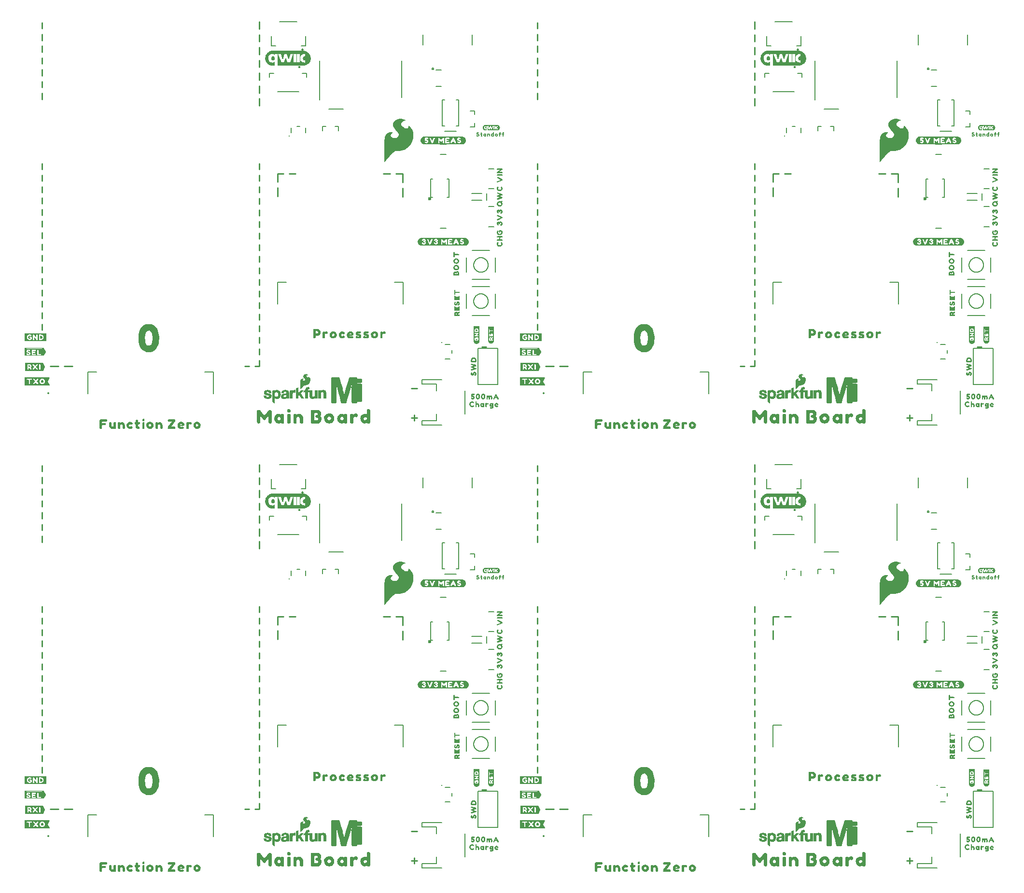
<source format=gto>
G04 EAGLE Gerber RS-274X export*
G75*
%MOMM*%
%FSLAX34Y34*%
%LPD*%
%INSilkscreen Top*%
%IPPOS*%
%AMOC8*
5,1,8,0,0,1.08239X$1,22.5*%
G01*
%ADD10C,0.279400*%
%ADD11C,0.254000*%
%ADD12C,0.203200*%
%ADD13C,0.406400*%
%ADD14C,0.152400*%
%ADD15C,0.254000*%
%ADD16C,0.127000*%
%ADD17C,0.600000*%
%ADD18C,0.359206*%

G36*
X651438Y485239D02*
X651438Y485239D01*
X651465Y485235D01*
X651665Y485435D01*
X651666Y485441D01*
X651670Y485441D01*
X652168Y486139D01*
X653067Y487137D01*
X653067Y487138D01*
X653068Y487138D01*
X654168Y488438D01*
X654168Y488439D01*
X655467Y490038D01*
X656967Y491737D01*
X658667Y493637D01*
X660466Y495536D01*
X660466Y495537D01*
X660467Y495537D01*
X662367Y497637D01*
X664066Y499537D01*
X665664Y501134D01*
X667161Y502532D01*
X668656Y503628D01*
X670247Y504423D01*
X672035Y504821D01*
X677830Y504821D01*
X677832Y504822D01*
X677836Y504822D01*
X677837Y504821D01*
X681337Y505321D01*
X681340Y505325D01*
X681343Y505323D01*
X684643Y506223D01*
X684646Y506226D01*
X684649Y506225D01*
X687749Y507525D01*
X687752Y507530D01*
X687757Y507529D01*
X690557Y509329D01*
X690558Y509332D01*
X690561Y509332D01*
X693061Y511332D01*
X693062Y511336D01*
X693066Y511336D01*
X695366Y513736D01*
X695366Y513740D01*
X695369Y513740D01*
X697469Y516440D01*
X697469Y516446D01*
X697474Y516447D01*
X700374Y521947D01*
X700372Y521955D01*
X700378Y521957D01*
X701878Y527457D01*
X701875Y527462D01*
X701878Y527464D01*
X701877Y527465D01*
X701879Y527467D01*
X702179Y532667D01*
X702175Y532673D01*
X702179Y532677D01*
X701479Y537577D01*
X701474Y537582D01*
X701477Y537586D01*
X699977Y541886D01*
X699970Y541890D01*
X699972Y541895D01*
X697872Y545395D01*
X697865Y545398D01*
X697866Y545403D01*
X695466Y548003D01*
X695455Y548005D01*
X695453Y548013D01*
X692853Y549413D01*
X692830Y549410D01*
X692806Y549413D01*
X692805Y549406D01*
X692795Y549404D01*
X692800Y549370D01*
X692795Y549335D01*
X692881Y549250D01*
X692881Y549070D01*
X692885Y549064D01*
X692882Y549060D01*
X692981Y548565D01*
X692981Y546978D01*
X692684Y546088D01*
X692289Y545198D01*
X691603Y544513D01*
X690521Y544119D01*
X689535Y544119D01*
X688443Y544318D01*
X687350Y544715D01*
X686255Y545313D01*
X684061Y546709D01*
X682269Y548501D01*
X681572Y549596D01*
X680975Y550591D01*
X680678Y551480D01*
X680580Y552469D01*
X680678Y553259D01*
X680975Y554149D01*
X681470Y554942D01*
X682066Y555736D01*
X683158Y556629D01*
X684448Y557324D01*
X685640Y557622D01*
X686934Y557821D01*
X687927Y557821D01*
X688823Y557721D01*
X689422Y557621D01*
X689427Y557624D01*
X689430Y557621D01*
X689630Y557621D01*
X689643Y557631D01*
X689660Y557631D01*
X689660Y557643D01*
X689677Y557657D01*
X689660Y557680D01*
X689660Y557709D01*
X689260Y558009D01*
X689259Y558009D01*
X689259Y558010D01*
X688159Y558810D01*
X688154Y558810D01*
X688154Y558813D01*
X686354Y559813D01*
X686351Y559813D01*
X686350Y559815D01*
X684150Y560815D01*
X684143Y560813D01*
X684140Y560818D01*
X681340Y561418D01*
X681335Y561416D01*
X681333Y561419D01*
X678333Y561619D01*
X678325Y561614D01*
X678320Y561618D01*
X675020Y560918D01*
X675013Y560911D01*
X675007Y560914D01*
X671607Y559114D01*
X671604Y559106D01*
X671598Y559108D01*
X668998Y556908D01*
X668996Y556898D01*
X668989Y556897D01*
X667389Y554497D01*
X667390Y554488D01*
X667383Y554486D01*
X666583Y552086D01*
X666587Y552075D01*
X666581Y552070D01*
X666581Y549470D01*
X666587Y549462D01*
X666582Y549457D01*
X667282Y546857D01*
X667289Y546852D01*
X667287Y546847D01*
X668687Y544247D01*
X668691Y544245D01*
X668690Y544241D01*
X670590Y541641D01*
X670596Y541639D01*
X670595Y541635D01*
X673193Y539037D01*
X675088Y536744D01*
X676081Y534558D01*
X676180Y532478D01*
X675487Y530595D01*
X674197Y529008D01*
X672410Y527916D01*
X670223Y527319D01*
X667835Y527319D01*
X666245Y527617D01*
X664955Y528213D01*
X663863Y529007D01*
X663070Y529899D01*
X662477Y530888D01*
X662279Y531875D01*
X662279Y532865D01*
X662476Y533750D01*
X662968Y534438D01*
X663563Y535034D01*
X664259Y535630D01*
X665650Y536425D01*
X666246Y536623D01*
X666251Y536631D01*
X666257Y536629D01*
X666555Y536827D01*
X666752Y536926D01*
X666757Y536935D01*
X666766Y536937D01*
X666764Y536950D01*
X666778Y536979D01*
X666757Y536990D01*
X666752Y537014D01*
X666552Y537114D01*
X666543Y537112D01*
X666540Y537118D01*
X666042Y537218D01*
X665344Y537417D01*
X665340Y537416D01*
X665339Y537418D01*
X664239Y537618D01*
X664236Y537617D01*
X664234Y537619D01*
X663034Y537719D01*
X663029Y537716D01*
X663027Y537719D01*
X661627Y537619D01*
X661623Y537616D01*
X661620Y537618D01*
X660120Y537318D01*
X660118Y537316D01*
X660116Y537317D01*
X658416Y536817D01*
X658413Y536814D01*
X658411Y536815D01*
X657011Y536215D01*
X657008Y536210D01*
X657003Y536211D01*
X655603Y535311D01*
X655601Y535306D01*
X655597Y535306D01*
X654397Y534206D01*
X654396Y534200D01*
X654391Y534200D01*
X653291Y532800D01*
X653291Y532792D01*
X653285Y532791D01*
X652485Y531091D01*
X652486Y531088D01*
X652485Y531087D01*
X652484Y531086D01*
X651784Y529086D01*
X651786Y529079D01*
X651781Y529076D01*
X651481Y526576D01*
X651483Y526573D01*
X651481Y526572D01*
X651381Y523672D01*
X651382Y523671D01*
X651381Y523670D01*
X651381Y485270D01*
X651389Y485259D01*
X651387Y485246D01*
X651400Y485244D01*
X651417Y485223D01*
X651438Y485239D01*
G37*
G36*
X1520118Y485239D02*
X1520118Y485239D01*
X1520145Y485235D01*
X1520345Y485435D01*
X1520346Y485441D01*
X1520350Y485441D01*
X1520848Y486139D01*
X1521747Y487137D01*
X1521747Y487138D01*
X1521748Y487138D01*
X1522848Y488438D01*
X1522848Y488439D01*
X1524147Y490038D01*
X1525647Y491737D01*
X1527347Y493637D01*
X1529146Y495536D01*
X1529146Y495537D01*
X1529147Y495537D01*
X1531047Y497637D01*
X1532746Y499537D01*
X1534344Y501134D01*
X1535841Y502532D01*
X1537336Y503628D01*
X1538927Y504423D01*
X1540715Y504821D01*
X1546510Y504821D01*
X1546512Y504822D01*
X1546516Y504822D01*
X1546517Y504821D01*
X1550017Y505321D01*
X1550020Y505325D01*
X1550023Y505323D01*
X1553323Y506223D01*
X1553326Y506226D01*
X1553329Y506225D01*
X1556429Y507525D01*
X1556432Y507530D01*
X1556437Y507529D01*
X1559237Y509329D01*
X1559238Y509332D01*
X1559241Y509332D01*
X1561741Y511332D01*
X1561742Y511336D01*
X1561746Y511336D01*
X1564046Y513736D01*
X1564046Y513740D01*
X1564049Y513740D01*
X1566149Y516440D01*
X1566149Y516446D01*
X1566154Y516447D01*
X1569054Y521947D01*
X1569052Y521955D01*
X1569058Y521957D01*
X1570558Y527457D01*
X1570555Y527462D01*
X1570558Y527464D01*
X1570557Y527465D01*
X1570559Y527467D01*
X1570859Y532667D01*
X1570855Y532673D01*
X1570859Y532677D01*
X1570159Y537577D01*
X1570154Y537582D01*
X1570157Y537586D01*
X1568657Y541886D01*
X1568650Y541890D01*
X1568652Y541895D01*
X1566552Y545395D01*
X1566545Y545398D01*
X1566546Y545403D01*
X1564146Y548003D01*
X1564135Y548005D01*
X1564133Y548013D01*
X1561533Y549413D01*
X1561510Y549410D01*
X1561486Y549413D01*
X1561485Y549406D01*
X1561475Y549404D01*
X1561480Y549370D01*
X1561475Y549335D01*
X1561561Y549250D01*
X1561561Y549070D01*
X1561565Y549064D01*
X1561562Y549060D01*
X1561661Y548565D01*
X1561661Y546978D01*
X1561364Y546088D01*
X1560969Y545198D01*
X1560283Y544513D01*
X1559201Y544119D01*
X1558215Y544119D01*
X1557123Y544318D01*
X1556030Y544715D01*
X1554935Y545313D01*
X1552741Y546709D01*
X1550949Y548501D01*
X1550252Y549596D01*
X1549655Y550591D01*
X1549358Y551480D01*
X1549260Y552469D01*
X1549358Y553259D01*
X1549655Y554149D01*
X1550150Y554942D01*
X1550746Y555736D01*
X1551838Y556629D01*
X1553128Y557324D01*
X1554320Y557622D01*
X1555614Y557821D01*
X1556607Y557821D01*
X1557503Y557721D01*
X1558102Y557621D01*
X1558107Y557624D01*
X1558110Y557621D01*
X1558310Y557621D01*
X1558323Y557631D01*
X1558340Y557631D01*
X1558340Y557643D01*
X1558357Y557657D01*
X1558340Y557680D01*
X1558340Y557709D01*
X1557940Y558009D01*
X1557939Y558009D01*
X1557939Y558010D01*
X1556839Y558810D01*
X1556834Y558810D01*
X1556834Y558813D01*
X1555034Y559813D01*
X1555031Y559813D01*
X1555030Y559815D01*
X1552830Y560815D01*
X1552823Y560813D01*
X1552820Y560818D01*
X1550020Y561418D01*
X1550015Y561416D01*
X1550013Y561419D01*
X1547013Y561619D01*
X1547005Y561614D01*
X1547000Y561618D01*
X1543700Y560918D01*
X1543693Y560911D01*
X1543687Y560914D01*
X1540287Y559114D01*
X1540284Y559106D01*
X1540278Y559108D01*
X1537678Y556908D01*
X1537676Y556898D01*
X1537669Y556897D01*
X1536069Y554497D01*
X1536070Y554488D01*
X1536063Y554486D01*
X1535263Y552086D01*
X1535267Y552075D01*
X1535261Y552070D01*
X1535261Y549470D01*
X1535267Y549462D01*
X1535262Y549457D01*
X1535962Y546857D01*
X1535969Y546852D01*
X1535967Y546847D01*
X1537367Y544247D01*
X1537371Y544245D01*
X1537370Y544241D01*
X1539270Y541641D01*
X1539276Y541639D01*
X1539275Y541635D01*
X1541873Y539037D01*
X1543768Y536744D01*
X1544761Y534558D01*
X1544860Y532478D01*
X1544167Y530595D01*
X1542877Y529008D01*
X1541090Y527916D01*
X1538903Y527319D01*
X1536515Y527319D01*
X1534925Y527617D01*
X1533635Y528213D01*
X1532543Y529007D01*
X1531750Y529899D01*
X1531157Y530888D01*
X1530959Y531875D01*
X1530959Y532865D01*
X1531156Y533750D01*
X1531648Y534438D01*
X1532243Y535034D01*
X1532939Y535630D01*
X1534330Y536425D01*
X1534926Y536623D01*
X1534931Y536631D01*
X1534937Y536629D01*
X1535235Y536827D01*
X1535432Y536926D01*
X1535437Y536935D01*
X1535446Y536937D01*
X1535444Y536950D01*
X1535458Y536979D01*
X1535437Y536990D01*
X1535432Y537014D01*
X1535232Y537114D01*
X1535223Y537112D01*
X1535220Y537118D01*
X1534722Y537218D01*
X1534024Y537417D01*
X1534020Y537416D01*
X1534019Y537418D01*
X1532919Y537618D01*
X1532916Y537617D01*
X1532914Y537619D01*
X1531714Y537719D01*
X1531709Y537716D01*
X1531707Y537719D01*
X1530307Y537619D01*
X1530303Y537616D01*
X1530300Y537618D01*
X1528800Y537318D01*
X1528798Y537316D01*
X1528796Y537317D01*
X1527096Y536817D01*
X1527093Y536814D01*
X1527091Y536815D01*
X1525691Y536215D01*
X1525688Y536210D01*
X1525683Y536211D01*
X1524283Y535311D01*
X1524281Y535306D01*
X1524277Y535306D01*
X1523077Y534206D01*
X1523076Y534200D01*
X1523071Y534200D01*
X1521971Y532800D01*
X1521971Y532792D01*
X1521965Y532791D01*
X1521165Y531091D01*
X1521166Y531088D01*
X1521165Y531087D01*
X1521164Y531086D01*
X1520464Y529086D01*
X1520466Y529079D01*
X1520461Y529076D01*
X1520161Y526576D01*
X1520163Y526573D01*
X1520161Y526572D01*
X1520061Y523672D01*
X1520062Y523671D01*
X1520061Y523670D01*
X1520061Y485270D01*
X1520069Y485259D01*
X1520067Y485246D01*
X1520080Y485244D01*
X1520097Y485223D01*
X1520118Y485239D01*
G37*
G36*
X651438Y1262479D02*
X651438Y1262479D01*
X651465Y1262475D01*
X651665Y1262675D01*
X651666Y1262681D01*
X651670Y1262681D01*
X652168Y1263379D01*
X653067Y1264377D01*
X653067Y1264378D01*
X653068Y1264378D01*
X654168Y1265678D01*
X654168Y1265679D01*
X655467Y1267278D01*
X656967Y1268977D01*
X658667Y1270877D01*
X660466Y1272776D01*
X660466Y1272777D01*
X660467Y1272777D01*
X662367Y1274877D01*
X664066Y1276777D01*
X665664Y1278374D01*
X667161Y1279772D01*
X668656Y1280868D01*
X670247Y1281663D01*
X672035Y1282061D01*
X677830Y1282061D01*
X677832Y1282062D01*
X677836Y1282062D01*
X677837Y1282061D01*
X681337Y1282561D01*
X681340Y1282565D01*
X681343Y1282563D01*
X684643Y1283463D01*
X684646Y1283466D01*
X684649Y1283465D01*
X687749Y1284765D01*
X687752Y1284770D01*
X687757Y1284769D01*
X690557Y1286569D01*
X690558Y1286572D01*
X690561Y1286572D01*
X693061Y1288572D01*
X693062Y1288576D01*
X693066Y1288576D01*
X695366Y1290976D01*
X695366Y1290980D01*
X695369Y1290980D01*
X697469Y1293680D01*
X697469Y1293686D01*
X697474Y1293687D01*
X700374Y1299187D01*
X700372Y1299195D01*
X700378Y1299197D01*
X701878Y1304697D01*
X701875Y1304702D01*
X701878Y1304704D01*
X701877Y1304705D01*
X701879Y1304707D01*
X702179Y1309907D01*
X702175Y1309913D01*
X702179Y1309917D01*
X701479Y1314817D01*
X701474Y1314822D01*
X701477Y1314826D01*
X699977Y1319126D01*
X699970Y1319130D01*
X699972Y1319135D01*
X697872Y1322635D01*
X697865Y1322638D01*
X697866Y1322643D01*
X695466Y1325243D01*
X695455Y1325245D01*
X695453Y1325253D01*
X692853Y1326653D01*
X692830Y1326650D01*
X692806Y1326653D01*
X692805Y1326646D01*
X692795Y1326644D01*
X692800Y1326610D01*
X692795Y1326575D01*
X692881Y1326490D01*
X692881Y1326310D01*
X692885Y1326304D01*
X692882Y1326300D01*
X692981Y1325805D01*
X692981Y1324218D01*
X692684Y1323328D01*
X692289Y1322438D01*
X691603Y1321753D01*
X690521Y1321359D01*
X689535Y1321359D01*
X688443Y1321558D01*
X687350Y1321955D01*
X686255Y1322553D01*
X684061Y1323949D01*
X682269Y1325741D01*
X681572Y1326836D01*
X680975Y1327831D01*
X680678Y1328720D01*
X680580Y1329709D01*
X680678Y1330499D01*
X680975Y1331389D01*
X681470Y1332182D01*
X682066Y1332976D01*
X683158Y1333869D01*
X684448Y1334564D01*
X685640Y1334862D01*
X686934Y1335061D01*
X687927Y1335061D01*
X688823Y1334961D01*
X689422Y1334861D01*
X689427Y1334864D01*
X689430Y1334861D01*
X689630Y1334861D01*
X689643Y1334871D01*
X689660Y1334871D01*
X689660Y1334883D01*
X689677Y1334897D01*
X689660Y1334920D01*
X689660Y1334949D01*
X689260Y1335249D01*
X689259Y1335249D01*
X689259Y1335250D01*
X688159Y1336050D01*
X688154Y1336050D01*
X688154Y1336053D01*
X686354Y1337053D01*
X686351Y1337053D01*
X686350Y1337055D01*
X684150Y1338055D01*
X684143Y1338053D01*
X684140Y1338058D01*
X681340Y1338658D01*
X681335Y1338656D01*
X681333Y1338659D01*
X678333Y1338859D01*
X678325Y1338854D01*
X678320Y1338858D01*
X675020Y1338158D01*
X675013Y1338151D01*
X675007Y1338154D01*
X671607Y1336354D01*
X671604Y1336346D01*
X671598Y1336348D01*
X668998Y1334148D01*
X668996Y1334138D01*
X668989Y1334137D01*
X667389Y1331737D01*
X667390Y1331728D01*
X667383Y1331726D01*
X666583Y1329326D01*
X666587Y1329315D01*
X666581Y1329310D01*
X666581Y1326710D01*
X666587Y1326702D01*
X666582Y1326697D01*
X667282Y1324097D01*
X667289Y1324092D01*
X667287Y1324087D01*
X668687Y1321487D01*
X668691Y1321485D01*
X668690Y1321481D01*
X670590Y1318881D01*
X670596Y1318879D01*
X670595Y1318875D01*
X673193Y1316277D01*
X675088Y1313984D01*
X676081Y1311798D01*
X676180Y1309718D01*
X675487Y1307835D01*
X674197Y1306248D01*
X672410Y1305156D01*
X670223Y1304559D01*
X667835Y1304559D01*
X666245Y1304857D01*
X664955Y1305453D01*
X663863Y1306247D01*
X663070Y1307139D01*
X662477Y1308128D01*
X662279Y1309115D01*
X662279Y1310105D01*
X662476Y1310990D01*
X662968Y1311678D01*
X663563Y1312274D01*
X664259Y1312870D01*
X665650Y1313665D01*
X666246Y1313863D01*
X666251Y1313871D01*
X666257Y1313869D01*
X666555Y1314067D01*
X666752Y1314166D01*
X666757Y1314175D01*
X666766Y1314177D01*
X666764Y1314190D01*
X666778Y1314219D01*
X666757Y1314230D01*
X666752Y1314254D01*
X666552Y1314354D01*
X666543Y1314352D01*
X666540Y1314358D01*
X666042Y1314458D01*
X665344Y1314657D01*
X665340Y1314656D01*
X665339Y1314658D01*
X664239Y1314858D01*
X664236Y1314857D01*
X664234Y1314859D01*
X663034Y1314959D01*
X663029Y1314956D01*
X663027Y1314959D01*
X661627Y1314859D01*
X661623Y1314856D01*
X661620Y1314858D01*
X660120Y1314558D01*
X660118Y1314556D01*
X660116Y1314557D01*
X658416Y1314057D01*
X658413Y1314054D01*
X658411Y1314055D01*
X657011Y1313455D01*
X657008Y1313450D01*
X657003Y1313451D01*
X655603Y1312551D01*
X655601Y1312546D01*
X655597Y1312546D01*
X654397Y1311446D01*
X654396Y1311440D01*
X654391Y1311440D01*
X653291Y1310040D01*
X653291Y1310032D01*
X653285Y1310031D01*
X652485Y1308331D01*
X652486Y1308328D01*
X652485Y1308327D01*
X652484Y1308326D01*
X651784Y1306326D01*
X651786Y1306319D01*
X651781Y1306316D01*
X651481Y1303816D01*
X651483Y1303813D01*
X651481Y1303812D01*
X651381Y1300912D01*
X651382Y1300911D01*
X651381Y1300910D01*
X651381Y1262510D01*
X651389Y1262499D01*
X651387Y1262486D01*
X651400Y1262484D01*
X651417Y1262463D01*
X651438Y1262479D01*
G37*
G36*
X1520118Y1262479D02*
X1520118Y1262479D01*
X1520145Y1262475D01*
X1520345Y1262675D01*
X1520346Y1262681D01*
X1520350Y1262681D01*
X1520848Y1263379D01*
X1521747Y1264377D01*
X1521747Y1264378D01*
X1521748Y1264378D01*
X1522848Y1265678D01*
X1522848Y1265679D01*
X1524147Y1267278D01*
X1525647Y1268977D01*
X1527347Y1270877D01*
X1529146Y1272776D01*
X1529146Y1272777D01*
X1529147Y1272777D01*
X1531047Y1274877D01*
X1532746Y1276777D01*
X1534344Y1278374D01*
X1535841Y1279772D01*
X1537336Y1280868D01*
X1538927Y1281663D01*
X1540715Y1282061D01*
X1546510Y1282061D01*
X1546512Y1282062D01*
X1546516Y1282062D01*
X1546517Y1282061D01*
X1550017Y1282561D01*
X1550020Y1282565D01*
X1550023Y1282563D01*
X1553323Y1283463D01*
X1553326Y1283466D01*
X1553329Y1283465D01*
X1556429Y1284765D01*
X1556432Y1284770D01*
X1556437Y1284769D01*
X1559237Y1286569D01*
X1559238Y1286572D01*
X1559241Y1286572D01*
X1561741Y1288572D01*
X1561742Y1288576D01*
X1561746Y1288576D01*
X1564046Y1290976D01*
X1564046Y1290980D01*
X1564049Y1290980D01*
X1566149Y1293680D01*
X1566149Y1293686D01*
X1566154Y1293687D01*
X1569054Y1299187D01*
X1569052Y1299195D01*
X1569058Y1299197D01*
X1570558Y1304697D01*
X1570555Y1304702D01*
X1570558Y1304704D01*
X1570557Y1304705D01*
X1570559Y1304707D01*
X1570859Y1309907D01*
X1570855Y1309913D01*
X1570859Y1309917D01*
X1570159Y1314817D01*
X1570154Y1314822D01*
X1570157Y1314826D01*
X1568657Y1319126D01*
X1568650Y1319130D01*
X1568652Y1319135D01*
X1566552Y1322635D01*
X1566545Y1322638D01*
X1566546Y1322643D01*
X1564146Y1325243D01*
X1564135Y1325245D01*
X1564133Y1325253D01*
X1561533Y1326653D01*
X1561510Y1326650D01*
X1561486Y1326653D01*
X1561485Y1326646D01*
X1561475Y1326644D01*
X1561480Y1326610D01*
X1561475Y1326575D01*
X1561561Y1326490D01*
X1561561Y1326310D01*
X1561565Y1326304D01*
X1561562Y1326300D01*
X1561661Y1325805D01*
X1561661Y1324218D01*
X1561364Y1323328D01*
X1560969Y1322438D01*
X1560283Y1321753D01*
X1559201Y1321359D01*
X1558215Y1321359D01*
X1557123Y1321558D01*
X1556030Y1321955D01*
X1554935Y1322553D01*
X1552741Y1323949D01*
X1550949Y1325741D01*
X1550252Y1326836D01*
X1549655Y1327831D01*
X1549358Y1328720D01*
X1549260Y1329709D01*
X1549358Y1330499D01*
X1549655Y1331389D01*
X1550150Y1332182D01*
X1550746Y1332976D01*
X1551838Y1333869D01*
X1553128Y1334564D01*
X1554320Y1334862D01*
X1555614Y1335061D01*
X1556607Y1335061D01*
X1557503Y1334961D01*
X1558102Y1334861D01*
X1558107Y1334864D01*
X1558110Y1334861D01*
X1558310Y1334861D01*
X1558323Y1334871D01*
X1558340Y1334871D01*
X1558340Y1334883D01*
X1558357Y1334897D01*
X1558340Y1334920D01*
X1558340Y1334949D01*
X1557940Y1335249D01*
X1557939Y1335249D01*
X1557939Y1335250D01*
X1556839Y1336050D01*
X1556834Y1336050D01*
X1556834Y1336053D01*
X1555034Y1337053D01*
X1555031Y1337053D01*
X1555030Y1337055D01*
X1552830Y1338055D01*
X1552823Y1338053D01*
X1552820Y1338058D01*
X1550020Y1338658D01*
X1550015Y1338656D01*
X1550013Y1338659D01*
X1547013Y1338859D01*
X1547005Y1338854D01*
X1547000Y1338858D01*
X1543700Y1338158D01*
X1543693Y1338151D01*
X1543687Y1338154D01*
X1540287Y1336354D01*
X1540284Y1336346D01*
X1540278Y1336348D01*
X1537678Y1334148D01*
X1537676Y1334138D01*
X1537669Y1334137D01*
X1536069Y1331737D01*
X1536070Y1331728D01*
X1536063Y1331726D01*
X1535263Y1329326D01*
X1535267Y1329315D01*
X1535261Y1329310D01*
X1535261Y1326710D01*
X1535267Y1326702D01*
X1535262Y1326697D01*
X1535962Y1324097D01*
X1535969Y1324092D01*
X1535967Y1324087D01*
X1537367Y1321487D01*
X1537371Y1321485D01*
X1537370Y1321481D01*
X1539270Y1318881D01*
X1539276Y1318879D01*
X1539275Y1318875D01*
X1541873Y1316277D01*
X1543768Y1313984D01*
X1544761Y1311798D01*
X1544860Y1309718D01*
X1544167Y1307835D01*
X1542877Y1306248D01*
X1541090Y1305156D01*
X1538903Y1304559D01*
X1536515Y1304559D01*
X1534925Y1304857D01*
X1533635Y1305453D01*
X1532543Y1306247D01*
X1531750Y1307139D01*
X1531157Y1308128D01*
X1530959Y1309115D01*
X1530959Y1310105D01*
X1531156Y1310990D01*
X1531648Y1311678D01*
X1532243Y1312274D01*
X1532939Y1312870D01*
X1534330Y1313665D01*
X1534926Y1313863D01*
X1534931Y1313871D01*
X1534937Y1313869D01*
X1535235Y1314067D01*
X1535432Y1314166D01*
X1535437Y1314175D01*
X1535446Y1314177D01*
X1535444Y1314190D01*
X1535458Y1314219D01*
X1535437Y1314230D01*
X1535432Y1314254D01*
X1535232Y1314354D01*
X1535223Y1314352D01*
X1535220Y1314358D01*
X1534722Y1314458D01*
X1534024Y1314657D01*
X1534020Y1314656D01*
X1534019Y1314658D01*
X1532919Y1314858D01*
X1532916Y1314857D01*
X1532914Y1314859D01*
X1531714Y1314959D01*
X1531709Y1314956D01*
X1531707Y1314959D01*
X1530307Y1314859D01*
X1530303Y1314856D01*
X1530300Y1314858D01*
X1528800Y1314558D01*
X1528798Y1314556D01*
X1528796Y1314557D01*
X1527096Y1314057D01*
X1527093Y1314054D01*
X1527091Y1314055D01*
X1525691Y1313455D01*
X1525688Y1313450D01*
X1525683Y1313451D01*
X1524283Y1312551D01*
X1524281Y1312546D01*
X1524277Y1312546D01*
X1523077Y1311446D01*
X1523076Y1311440D01*
X1523071Y1311440D01*
X1521971Y1310040D01*
X1521971Y1310032D01*
X1521965Y1310031D01*
X1521165Y1308331D01*
X1521166Y1308328D01*
X1521165Y1308327D01*
X1521164Y1308326D01*
X1520464Y1306326D01*
X1520466Y1306319D01*
X1520461Y1306316D01*
X1520161Y1303816D01*
X1520163Y1303813D01*
X1520161Y1303812D01*
X1520061Y1300912D01*
X1520062Y1300911D01*
X1520061Y1300910D01*
X1520061Y1262510D01*
X1520069Y1262499D01*
X1520067Y1262486D01*
X1520080Y1262484D01*
X1520097Y1262463D01*
X1520118Y1262479D01*
G37*
G36*
X601345Y61878D02*
X601345Y61878D01*
X601358Y61877D01*
X601884Y61902D01*
X601906Y61908D01*
X602041Y61936D01*
X602529Y62125D01*
X602536Y62129D01*
X602543Y62131D01*
X602684Y62220D01*
X603072Y62572D01*
X603077Y62578D01*
X603083Y62582D01*
X603182Y62716D01*
X603420Y63183D01*
X603422Y63189D01*
X603425Y63194D01*
X603471Y63354D01*
X603531Y63876D01*
X603529Y63893D01*
X603534Y63915D01*
X603547Y64316D01*
X603667Y64523D01*
X603895Y64632D01*
X610113Y64649D01*
X610156Y64658D01*
X610230Y64663D01*
X610741Y64789D01*
X610780Y64807D01*
X610870Y64840D01*
X611326Y65102D01*
X611359Y65131D01*
X611436Y65187D01*
X611802Y65564D01*
X611826Y65601D01*
X611884Y65675D01*
X612134Y66137D01*
X612142Y66166D01*
X612157Y66190D01*
X612162Y66219D01*
X612182Y66269D01*
X612293Y66782D01*
X612294Y66824D01*
X612304Y66888D01*
X612312Y86927D01*
X612331Y87445D01*
X612328Y87462D01*
X612331Y87480D01*
X612312Y87560D01*
X612305Y87600D01*
X612311Y87617D01*
X612309Y87647D01*
X612316Y87686D01*
X612316Y93501D01*
X612315Y93505D01*
X612316Y93509D01*
X612306Y94038D01*
X612297Y94079D01*
X612293Y94143D01*
X612173Y94656D01*
X612155Y94695D01*
X612122Y94786D01*
X611864Y95245D01*
X611836Y95278D01*
X611780Y95356D01*
X611406Y95726D01*
X611369Y95750D01*
X611294Y95809D01*
X610832Y96062D01*
X610791Y96075D01*
X610702Y96111D01*
X610188Y96226D01*
X610146Y96227D01*
X610080Y96238D01*
X604271Y96246D01*
X603872Y96256D01*
X603659Y96374D01*
X603547Y96597D01*
X603542Y97433D01*
X603644Y97671D01*
X603842Y97795D01*
X604227Y97813D01*
X610029Y97819D01*
X610068Y97826D01*
X610125Y97828D01*
X610641Y97929D01*
X610682Y97946D01*
X610773Y97974D01*
X611242Y98214D01*
X611276Y98241D01*
X611355Y98294D01*
X611740Y98653D01*
X611766Y98689D01*
X611828Y98761D01*
X612098Y99214D01*
X612112Y99251D01*
X612121Y99266D01*
X612123Y99277D01*
X612153Y99344D01*
X612286Y99854D01*
X612289Y99897D01*
X612302Y99966D01*
X612317Y100494D01*
X612316Y100500D01*
X612317Y100508D01*
X612317Y102622D01*
X612314Y102638D01*
X612316Y102658D01*
X612278Y103184D01*
X612266Y103227D01*
X612250Y103316D01*
X612073Y103812D01*
X612051Y103850D01*
X612009Y103935D01*
X611702Y104363D01*
X611671Y104393D01*
X611607Y104464D01*
X611194Y104791D01*
X611155Y104811D01*
X611076Y104861D01*
X610589Y105063D01*
X610546Y105071D01*
X610456Y105098D01*
X609933Y105159D01*
X609907Y105157D01*
X609875Y105162D01*
X604096Y105164D01*
X603761Y105212D01*
X603602Y105353D01*
X603524Y105677D01*
X603468Y106170D01*
X603467Y106175D01*
X603467Y106181D01*
X603417Y106340D01*
X603178Y106808D01*
X603173Y106814D01*
X603171Y106821D01*
X603068Y106951D01*
X602678Y107303D01*
X602671Y107308D01*
X602666Y107314D01*
X602523Y107399D01*
X602033Y107588D01*
X602015Y107591D01*
X601875Y107621D01*
X601348Y107643D01*
X601338Y107642D01*
X601326Y107644D01*
X591283Y107644D01*
X591278Y107643D01*
X591272Y107644D01*
X590743Y107631D01*
X590712Y107624D01*
X590591Y107604D01*
X590095Y107431D01*
X590087Y107427D01*
X590078Y107425D01*
X589935Y107340D01*
X589535Y106999D01*
X589530Y106992D01*
X589523Y106988D01*
X589420Y106857D01*
X589170Y106396D01*
X589158Y106358D01*
X589132Y106307D01*
X587229Y100256D01*
X587229Y100255D01*
X587229Y100254D01*
X585823Y95709D01*
X585823Y95707D01*
X585822Y95705D01*
X583384Y87607D01*
X583377Y87526D01*
X583370Y87485D01*
X583365Y87472D01*
X583314Y87367D01*
X582296Y83814D01*
X582296Y83811D01*
X582295Y83808D01*
X581322Y80243D01*
X581322Y80238D01*
X581320Y80232D01*
X580552Y77159D01*
X580552Y77153D01*
X580549Y77147D01*
X580449Y76696D01*
X580329Y77293D01*
X580327Y77297D01*
X580326Y77303D01*
X579518Y80909D01*
X579517Y80913D01*
X579517Y80917D01*
X578531Y85024D01*
X578531Y85025D01*
X578531Y85027D01*
X578151Y86564D01*
X578148Y86569D01*
X578148Y86576D01*
X577870Y87595D01*
X577857Y87620D01*
X577853Y87659D01*
X577853Y87673D01*
X577852Y87675D01*
X577852Y87677D01*
X576932Y91261D01*
X576931Y91263D01*
X576931Y91266D01*
X575844Y95354D01*
X575844Y95355D01*
X575844Y95357D01*
X575148Y97907D01*
X575147Y97909D01*
X575147Y97911D01*
X574000Y101982D01*
X573999Y101985D01*
X573998Y101988D01*
X572804Y106046D01*
X572798Y106058D01*
X572795Y106074D01*
X572616Y106570D01*
X572608Y106583D01*
X572536Y106712D01*
X572208Y107123D01*
X572200Y107130D01*
X572195Y107139D01*
X572067Y107245D01*
X571611Y107506D01*
X571601Y107509D01*
X571593Y107516D01*
X571435Y107567D01*
X570915Y107644D01*
X570884Y107642D01*
X570843Y107649D01*
X559739Y107654D01*
X559703Y107647D01*
X559650Y107646D01*
X559133Y107552D01*
X559124Y107549D01*
X559115Y107549D01*
X558960Y107486D01*
X558513Y107211D01*
X558508Y107206D01*
X558501Y107203D01*
X558379Y107090D01*
X558059Y106674D01*
X558055Y106666D01*
X558049Y106660D01*
X557976Y106511D01*
X557827Y106007D01*
X557823Y105965D01*
X557807Y105866D01*
X557798Y87889D01*
X557807Y87846D01*
X557812Y87771D01*
X557840Y87657D01*
X557831Y87643D01*
X557830Y87634D01*
X557825Y87627D01*
X557798Y87463D01*
X557808Y63649D01*
X557816Y63612D01*
X557830Y63503D01*
X557985Y63000D01*
X557989Y62993D01*
X557991Y62984D01*
X558070Y62838D01*
X558396Y62425D01*
X558402Y62420D01*
X558406Y62413D01*
X558532Y62305D01*
X558984Y62036D01*
X558992Y62033D01*
X558998Y62028D01*
X559155Y61973D01*
X559673Y61884D01*
X559709Y61885D01*
X559758Y61876D01*
X565050Y61876D01*
X565068Y61880D01*
X565090Y61878D01*
X565615Y61919D01*
X565618Y61920D01*
X565620Y61920D01*
X565781Y61962D01*
X566261Y62177D01*
X566267Y62182D01*
X566275Y62184D01*
X566410Y62281D01*
X566781Y62655D01*
X566786Y62662D01*
X566793Y62667D01*
X566884Y62806D01*
X567095Y63288D01*
X567095Y63289D01*
X567096Y63290D01*
X567135Y63451D01*
X567174Y63977D01*
X567172Y63994D01*
X567176Y64014D01*
X567173Y79890D01*
X567173Y79892D01*
X567173Y79893D01*
X567149Y84127D01*
X567149Y84129D01*
X567149Y84131D01*
X567101Y87306D01*
X567081Y87399D01*
X567059Y87499D01*
X567059Y87500D01*
X567043Y87522D01*
X567057Y87543D01*
X567060Y87560D01*
X567068Y87574D01*
X567092Y87739D01*
X566999Y91968D01*
X566999Y91970D01*
X566999Y91972D01*
X566968Y92972D01*
X566953Y93471D01*
X566937Y93970D01*
X566937Y93971D01*
X566922Y94470D01*
X566901Y95143D01*
X566900Y95146D01*
X566900Y95150D01*
X566822Y96928D01*
X567237Y95047D01*
X567238Y95045D01*
X567238Y95041D01*
X568917Y87832D01*
X568923Y87818D01*
X568926Y87798D01*
X569029Y87463D01*
X569034Y87397D01*
X569031Y87354D01*
X569039Y87331D01*
X569041Y87300D01*
X570662Y80631D01*
X570663Y80630D01*
X570663Y80628D01*
X572069Y74994D01*
X572070Y74993D01*
X572070Y74991D01*
X573905Y67831D01*
X573906Y67830D01*
X573906Y67827D01*
X575122Y63234D01*
X575141Y63196D01*
X575149Y63165D01*
X575156Y63155D01*
X575167Y63123D01*
X575419Y62663D01*
X575425Y62655D01*
X575428Y62647D01*
X575535Y62520D01*
X575937Y62182D01*
X575943Y62179D01*
X575947Y62174D01*
X576093Y62093D01*
X576588Y61919D01*
X576618Y61914D01*
X576741Y61891D01*
X577268Y61877D01*
X577274Y61878D01*
X577281Y61877D01*
X582560Y61877D01*
X582582Y61881D01*
X582611Y61879D01*
X583133Y61933D01*
X583139Y61934D01*
X583144Y61934D01*
X583304Y61982D01*
X583774Y62214D01*
X583781Y62219D01*
X583789Y62222D01*
X583921Y62324D01*
X584276Y62710D01*
X584279Y62715D01*
X584283Y62718D01*
X584370Y62859D01*
X584569Y63346D01*
X584573Y63367D01*
X584585Y63391D01*
X586105Y68447D01*
X586106Y68449D01*
X586107Y68451D01*
X588171Y75548D01*
X588172Y75550D01*
X588173Y75552D01*
X589743Y81143D01*
X589743Y81145D01*
X589744Y81148D01*
X591401Y87262D01*
X591403Y87297D01*
X591415Y87330D01*
X591410Y87396D01*
X591414Y87461D01*
X591410Y87473D01*
X591436Y87499D01*
X591469Y87572D01*
X591492Y87610D01*
X591495Y87629D01*
X591504Y87651D01*
X592307Y90719D01*
X592307Y90721D01*
X592308Y90723D01*
X593341Y94824D01*
X593341Y94826D01*
X593342Y94829D01*
X593959Y97399D01*
X593959Y97402D01*
X593960Y97405D01*
X593884Y94039D01*
X593884Y94037D01*
X593884Y94035D01*
X593792Y87693D01*
X593802Y87639D01*
X593802Y87584D01*
X593820Y87542D01*
X593829Y87497D01*
X593859Y87451D01*
X593881Y87401D01*
X593882Y87399D01*
X593822Y87191D01*
X593818Y87148D01*
X593802Y87055D01*
X593777Y83890D01*
X593777Y83888D01*
X593777Y83886D01*
X593764Y63838D01*
X593771Y63803D01*
X593772Y63753D01*
X593860Y63236D01*
X593863Y63229D01*
X593863Y63222D01*
X593923Y63066D01*
X594190Y62615D01*
X594195Y62609D01*
X594198Y62602D01*
X594262Y62530D01*
X594281Y62504D01*
X594290Y62499D01*
X594309Y62478D01*
X594720Y62152D01*
X594728Y62148D01*
X594733Y62142D01*
X594882Y62066D01*
X595382Y61910D01*
X595426Y61906D01*
X595520Y61888D01*
X596047Y61876D01*
X596052Y61877D01*
X596058Y61876D01*
X601334Y61876D01*
X601345Y61878D01*
G37*
G36*
X1470025Y61878D02*
X1470025Y61878D01*
X1470038Y61877D01*
X1470564Y61902D01*
X1470586Y61908D01*
X1470721Y61936D01*
X1471209Y62125D01*
X1471216Y62129D01*
X1471223Y62131D01*
X1471364Y62220D01*
X1471752Y62572D01*
X1471757Y62578D01*
X1471763Y62582D01*
X1471862Y62716D01*
X1472100Y63183D01*
X1472102Y63189D01*
X1472105Y63194D01*
X1472151Y63354D01*
X1472211Y63876D01*
X1472209Y63893D01*
X1472214Y63915D01*
X1472227Y64316D01*
X1472347Y64523D01*
X1472575Y64632D01*
X1478793Y64649D01*
X1478836Y64658D01*
X1478910Y64663D01*
X1479421Y64789D01*
X1479460Y64807D01*
X1479550Y64840D01*
X1480006Y65102D01*
X1480039Y65131D01*
X1480116Y65187D01*
X1480482Y65564D01*
X1480506Y65601D01*
X1480564Y65675D01*
X1480814Y66137D01*
X1480822Y66166D01*
X1480837Y66190D01*
X1480842Y66219D01*
X1480862Y66269D01*
X1480973Y66782D01*
X1480974Y66824D01*
X1480984Y66888D01*
X1480992Y86927D01*
X1481011Y87445D01*
X1481008Y87462D01*
X1481011Y87480D01*
X1480992Y87560D01*
X1480985Y87600D01*
X1480991Y87617D01*
X1480989Y87647D01*
X1480996Y87686D01*
X1480996Y93501D01*
X1480995Y93505D01*
X1480996Y93509D01*
X1480986Y94038D01*
X1480977Y94079D01*
X1480973Y94143D01*
X1480853Y94656D01*
X1480835Y94695D01*
X1480802Y94786D01*
X1480544Y95245D01*
X1480516Y95278D01*
X1480460Y95356D01*
X1480086Y95726D01*
X1480049Y95750D01*
X1479974Y95809D01*
X1479512Y96062D01*
X1479471Y96075D01*
X1479382Y96111D01*
X1478868Y96226D01*
X1478826Y96227D01*
X1478760Y96238D01*
X1472951Y96246D01*
X1472552Y96256D01*
X1472339Y96374D01*
X1472227Y96597D01*
X1472222Y97433D01*
X1472324Y97671D01*
X1472522Y97795D01*
X1472907Y97813D01*
X1478709Y97819D01*
X1478748Y97826D01*
X1478805Y97828D01*
X1479321Y97929D01*
X1479362Y97946D01*
X1479453Y97974D01*
X1479922Y98214D01*
X1479956Y98241D01*
X1480035Y98294D01*
X1480420Y98653D01*
X1480446Y98689D01*
X1480508Y98761D01*
X1480778Y99214D01*
X1480792Y99251D01*
X1480801Y99266D01*
X1480803Y99277D01*
X1480833Y99344D01*
X1480966Y99854D01*
X1480969Y99897D01*
X1480982Y99966D01*
X1480997Y100494D01*
X1480996Y100500D01*
X1480997Y100508D01*
X1480997Y102622D01*
X1480994Y102638D01*
X1480996Y102658D01*
X1480958Y103184D01*
X1480946Y103227D01*
X1480930Y103316D01*
X1480753Y103812D01*
X1480731Y103850D01*
X1480689Y103935D01*
X1480382Y104363D01*
X1480351Y104393D01*
X1480287Y104464D01*
X1479874Y104791D01*
X1479835Y104811D01*
X1479756Y104861D01*
X1479269Y105063D01*
X1479226Y105071D01*
X1479136Y105098D01*
X1478613Y105159D01*
X1478587Y105157D01*
X1478555Y105162D01*
X1472776Y105164D01*
X1472441Y105212D01*
X1472282Y105353D01*
X1472204Y105677D01*
X1472148Y106170D01*
X1472147Y106175D01*
X1472147Y106181D01*
X1472097Y106340D01*
X1471858Y106808D01*
X1471853Y106814D01*
X1471851Y106821D01*
X1471748Y106951D01*
X1471358Y107303D01*
X1471351Y107308D01*
X1471346Y107314D01*
X1471203Y107399D01*
X1470713Y107588D01*
X1470695Y107591D01*
X1470555Y107621D01*
X1470028Y107643D01*
X1470018Y107642D01*
X1470006Y107644D01*
X1459963Y107644D01*
X1459958Y107643D01*
X1459952Y107644D01*
X1459423Y107631D01*
X1459392Y107624D01*
X1459271Y107604D01*
X1458775Y107431D01*
X1458767Y107427D01*
X1458758Y107425D01*
X1458615Y107340D01*
X1458215Y106999D01*
X1458210Y106992D01*
X1458203Y106988D01*
X1458100Y106857D01*
X1457850Y106396D01*
X1457838Y106358D01*
X1457812Y106307D01*
X1455909Y100256D01*
X1455909Y100255D01*
X1455909Y100254D01*
X1454503Y95709D01*
X1454503Y95707D01*
X1454502Y95705D01*
X1452064Y87607D01*
X1452057Y87526D01*
X1452050Y87485D01*
X1452045Y87472D01*
X1451994Y87367D01*
X1450976Y83814D01*
X1450976Y83811D01*
X1450975Y83808D01*
X1450002Y80243D01*
X1450002Y80238D01*
X1450000Y80232D01*
X1449232Y77159D01*
X1449232Y77153D01*
X1449229Y77147D01*
X1449129Y76696D01*
X1449009Y77293D01*
X1449007Y77297D01*
X1449006Y77303D01*
X1448198Y80909D01*
X1448197Y80913D01*
X1448197Y80917D01*
X1447211Y85024D01*
X1447211Y85025D01*
X1447211Y85027D01*
X1446831Y86564D01*
X1446828Y86569D01*
X1446828Y86576D01*
X1446550Y87595D01*
X1446537Y87620D01*
X1446533Y87659D01*
X1446533Y87673D01*
X1446532Y87675D01*
X1446532Y87677D01*
X1445612Y91261D01*
X1445611Y91263D01*
X1445611Y91266D01*
X1444524Y95354D01*
X1444524Y95355D01*
X1444524Y95357D01*
X1443828Y97907D01*
X1443827Y97909D01*
X1443827Y97911D01*
X1442680Y101982D01*
X1442679Y101985D01*
X1442678Y101988D01*
X1441484Y106046D01*
X1441478Y106058D01*
X1441475Y106074D01*
X1441296Y106570D01*
X1441288Y106583D01*
X1441216Y106712D01*
X1440888Y107123D01*
X1440880Y107130D01*
X1440875Y107139D01*
X1440747Y107245D01*
X1440291Y107506D01*
X1440281Y107509D01*
X1440273Y107516D01*
X1440115Y107567D01*
X1439595Y107644D01*
X1439564Y107642D01*
X1439523Y107649D01*
X1428419Y107654D01*
X1428383Y107647D01*
X1428330Y107646D01*
X1427813Y107552D01*
X1427804Y107549D01*
X1427795Y107549D01*
X1427640Y107486D01*
X1427193Y107211D01*
X1427188Y107206D01*
X1427181Y107203D01*
X1427059Y107090D01*
X1426739Y106674D01*
X1426735Y106666D01*
X1426729Y106660D01*
X1426656Y106511D01*
X1426507Y106007D01*
X1426503Y105965D01*
X1426487Y105866D01*
X1426478Y87889D01*
X1426487Y87846D01*
X1426492Y87771D01*
X1426520Y87657D01*
X1426511Y87643D01*
X1426510Y87634D01*
X1426505Y87627D01*
X1426478Y87463D01*
X1426488Y63649D01*
X1426496Y63612D01*
X1426510Y63503D01*
X1426665Y63000D01*
X1426669Y62993D01*
X1426671Y62984D01*
X1426750Y62838D01*
X1427076Y62425D01*
X1427082Y62420D01*
X1427086Y62413D01*
X1427212Y62305D01*
X1427664Y62036D01*
X1427672Y62033D01*
X1427678Y62028D01*
X1427835Y61973D01*
X1428353Y61884D01*
X1428389Y61885D01*
X1428438Y61876D01*
X1433730Y61876D01*
X1433748Y61880D01*
X1433770Y61878D01*
X1434295Y61919D01*
X1434298Y61920D01*
X1434300Y61920D01*
X1434461Y61962D01*
X1434941Y62177D01*
X1434947Y62182D01*
X1434955Y62184D01*
X1435090Y62281D01*
X1435461Y62655D01*
X1435466Y62662D01*
X1435473Y62667D01*
X1435564Y62806D01*
X1435775Y63288D01*
X1435775Y63289D01*
X1435776Y63290D01*
X1435815Y63451D01*
X1435854Y63977D01*
X1435852Y63994D01*
X1435856Y64014D01*
X1435853Y79890D01*
X1435853Y79892D01*
X1435853Y79893D01*
X1435829Y84127D01*
X1435829Y84129D01*
X1435829Y84131D01*
X1435781Y87306D01*
X1435761Y87399D01*
X1435739Y87499D01*
X1435739Y87500D01*
X1435723Y87522D01*
X1435737Y87543D01*
X1435740Y87560D01*
X1435748Y87574D01*
X1435772Y87739D01*
X1435679Y91968D01*
X1435679Y91970D01*
X1435679Y91972D01*
X1435648Y92972D01*
X1435633Y93471D01*
X1435617Y93970D01*
X1435617Y93971D01*
X1435602Y94470D01*
X1435581Y95143D01*
X1435580Y95146D01*
X1435580Y95150D01*
X1435502Y96928D01*
X1435917Y95047D01*
X1435918Y95045D01*
X1435918Y95041D01*
X1437597Y87832D01*
X1437603Y87818D01*
X1437606Y87798D01*
X1437709Y87463D01*
X1437714Y87397D01*
X1437711Y87354D01*
X1437719Y87331D01*
X1437721Y87300D01*
X1439342Y80631D01*
X1439343Y80630D01*
X1439343Y80628D01*
X1440749Y74994D01*
X1440750Y74993D01*
X1440750Y74991D01*
X1442585Y67831D01*
X1442586Y67830D01*
X1442586Y67827D01*
X1443802Y63234D01*
X1443821Y63196D01*
X1443829Y63165D01*
X1443836Y63155D01*
X1443847Y63123D01*
X1444099Y62663D01*
X1444105Y62655D01*
X1444108Y62647D01*
X1444215Y62520D01*
X1444617Y62182D01*
X1444623Y62179D01*
X1444627Y62174D01*
X1444773Y62093D01*
X1445268Y61919D01*
X1445298Y61914D01*
X1445421Y61891D01*
X1445948Y61877D01*
X1445954Y61878D01*
X1445961Y61877D01*
X1451240Y61877D01*
X1451262Y61881D01*
X1451291Y61879D01*
X1451813Y61933D01*
X1451819Y61934D01*
X1451824Y61934D01*
X1451984Y61982D01*
X1452454Y62214D01*
X1452461Y62219D01*
X1452469Y62222D01*
X1452601Y62324D01*
X1452956Y62710D01*
X1452959Y62715D01*
X1452963Y62718D01*
X1453050Y62859D01*
X1453249Y63346D01*
X1453253Y63367D01*
X1453265Y63391D01*
X1454785Y68447D01*
X1454786Y68449D01*
X1454787Y68451D01*
X1456851Y75548D01*
X1456852Y75550D01*
X1456853Y75552D01*
X1458423Y81143D01*
X1458423Y81145D01*
X1458424Y81148D01*
X1460081Y87262D01*
X1460083Y87297D01*
X1460095Y87330D01*
X1460090Y87396D01*
X1460094Y87461D01*
X1460090Y87473D01*
X1460116Y87499D01*
X1460149Y87572D01*
X1460172Y87610D01*
X1460175Y87629D01*
X1460184Y87651D01*
X1460987Y90719D01*
X1460987Y90721D01*
X1460988Y90723D01*
X1462021Y94824D01*
X1462021Y94826D01*
X1462022Y94829D01*
X1462639Y97399D01*
X1462639Y97402D01*
X1462640Y97405D01*
X1462564Y94039D01*
X1462564Y94037D01*
X1462564Y94035D01*
X1462472Y87693D01*
X1462482Y87639D01*
X1462482Y87584D01*
X1462500Y87542D01*
X1462509Y87497D01*
X1462539Y87451D01*
X1462561Y87401D01*
X1462562Y87399D01*
X1462502Y87191D01*
X1462498Y87148D01*
X1462482Y87055D01*
X1462457Y83890D01*
X1462457Y83888D01*
X1462457Y83886D01*
X1462444Y63838D01*
X1462451Y63803D01*
X1462452Y63753D01*
X1462540Y63236D01*
X1462543Y63229D01*
X1462543Y63222D01*
X1462603Y63066D01*
X1462870Y62615D01*
X1462875Y62609D01*
X1462878Y62602D01*
X1462942Y62530D01*
X1462961Y62504D01*
X1462970Y62499D01*
X1462989Y62478D01*
X1463400Y62152D01*
X1463408Y62148D01*
X1463413Y62142D01*
X1463562Y62066D01*
X1464062Y61910D01*
X1464106Y61906D01*
X1464200Y61888D01*
X1464727Y61876D01*
X1464732Y61877D01*
X1464738Y61876D01*
X1470014Y61876D01*
X1470025Y61878D01*
G37*
G36*
X601345Y839118D02*
X601345Y839118D01*
X601358Y839117D01*
X601884Y839142D01*
X601906Y839148D01*
X602041Y839176D01*
X602529Y839365D01*
X602536Y839369D01*
X602543Y839371D01*
X602684Y839460D01*
X603072Y839812D01*
X603077Y839818D01*
X603083Y839822D01*
X603182Y839956D01*
X603420Y840423D01*
X603422Y840429D01*
X603425Y840434D01*
X603471Y840594D01*
X603531Y841116D01*
X603529Y841133D01*
X603534Y841155D01*
X603547Y841556D01*
X603667Y841763D01*
X603895Y841872D01*
X610113Y841889D01*
X610156Y841898D01*
X610230Y841903D01*
X610741Y842029D01*
X610780Y842047D01*
X610870Y842080D01*
X611326Y842342D01*
X611359Y842371D01*
X611436Y842427D01*
X611802Y842804D01*
X611826Y842841D01*
X611884Y842915D01*
X612134Y843377D01*
X612142Y843406D01*
X612157Y843430D01*
X612162Y843459D01*
X612182Y843509D01*
X612293Y844022D01*
X612294Y844064D01*
X612304Y844128D01*
X612312Y864167D01*
X612331Y864685D01*
X612328Y864702D01*
X612331Y864720D01*
X612312Y864800D01*
X612305Y864840D01*
X612311Y864857D01*
X612309Y864887D01*
X612316Y864926D01*
X612316Y870741D01*
X612315Y870745D01*
X612316Y870749D01*
X612306Y871278D01*
X612297Y871319D01*
X612293Y871383D01*
X612173Y871896D01*
X612155Y871935D01*
X612122Y872026D01*
X611864Y872485D01*
X611836Y872518D01*
X611780Y872596D01*
X611406Y872966D01*
X611369Y872990D01*
X611294Y873049D01*
X610832Y873302D01*
X610791Y873315D01*
X610702Y873351D01*
X610188Y873466D01*
X610146Y873467D01*
X610080Y873478D01*
X604271Y873486D01*
X603872Y873496D01*
X603659Y873614D01*
X603547Y873837D01*
X603542Y874673D01*
X603644Y874911D01*
X603842Y875035D01*
X604227Y875053D01*
X610029Y875059D01*
X610068Y875066D01*
X610125Y875068D01*
X610641Y875169D01*
X610682Y875186D01*
X610773Y875214D01*
X611242Y875454D01*
X611276Y875481D01*
X611355Y875534D01*
X611740Y875893D01*
X611766Y875929D01*
X611828Y876001D01*
X612098Y876454D01*
X612112Y876491D01*
X612121Y876506D01*
X612123Y876517D01*
X612153Y876584D01*
X612286Y877094D01*
X612289Y877137D01*
X612302Y877206D01*
X612317Y877734D01*
X612316Y877740D01*
X612317Y877748D01*
X612317Y879862D01*
X612314Y879878D01*
X612316Y879898D01*
X612278Y880424D01*
X612266Y880467D01*
X612250Y880556D01*
X612073Y881052D01*
X612051Y881090D01*
X612009Y881175D01*
X611702Y881603D01*
X611671Y881633D01*
X611607Y881704D01*
X611194Y882031D01*
X611155Y882051D01*
X611076Y882101D01*
X610589Y882303D01*
X610546Y882311D01*
X610456Y882338D01*
X609933Y882399D01*
X609907Y882397D01*
X609875Y882402D01*
X604096Y882404D01*
X603761Y882452D01*
X603602Y882593D01*
X603524Y882917D01*
X603468Y883410D01*
X603467Y883415D01*
X603467Y883421D01*
X603417Y883580D01*
X603178Y884048D01*
X603173Y884054D01*
X603171Y884061D01*
X603068Y884191D01*
X602678Y884543D01*
X602671Y884548D01*
X602666Y884554D01*
X602523Y884639D01*
X602033Y884828D01*
X602015Y884831D01*
X601875Y884861D01*
X601348Y884883D01*
X601338Y884882D01*
X601326Y884884D01*
X591283Y884884D01*
X591278Y884883D01*
X591272Y884884D01*
X590743Y884871D01*
X590712Y884864D01*
X590591Y884844D01*
X590095Y884671D01*
X590087Y884667D01*
X590078Y884665D01*
X589935Y884580D01*
X589535Y884239D01*
X589530Y884232D01*
X589523Y884228D01*
X589420Y884097D01*
X589170Y883636D01*
X589158Y883598D01*
X589132Y883547D01*
X587229Y877496D01*
X587229Y877495D01*
X587229Y877494D01*
X585823Y872949D01*
X585823Y872947D01*
X585822Y872945D01*
X583384Y864847D01*
X583377Y864766D01*
X583370Y864725D01*
X583365Y864712D01*
X583314Y864607D01*
X582296Y861054D01*
X582296Y861051D01*
X582295Y861048D01*
X581322Y857483D01*
X581322Y857478D01*
X581320Y857472D01*
X580552Y854399D01*
X580552Y854393D01*
X580549Y854387D01*
X580449Y853936D01*
X580329Y854533D01*
X580327Y854537D01*
X580326Y854543D01*
X579518Y858149D01*
X579517Y858153D01*
X579517Y858157D01*
X578531Y862264D01*
X578531Y862265D01*
X578531Y862267D01*
X578151Y863804D01*
X578148Y863809D01*
X578148Y863816D01*
X577870Y864835D01*
X577857Y864860D01*
X577853Y864899D01*
X577853Y864913D01*
X577852Y864915D01*
X577852Y864917D01*
X576932Y868501D01*
X576931Y868503D01*
X576931Y868506D01*
X575844Y872594D01*
X575844Y872595D01*
X575844Y872597D01*
X575148Y875147D01*
X575147Y875149D01*
X575147Y875151D01*
X574000Y879222D01*
X573999Y879225D01*
X573998Y879228D01*
X572804Y883286D01*
X572798Y883298D01*
X572795Y883314D01*
X572616Y883810D01*
X572608Y883823D01*
X572536Y883952D01*
X572208Y884363D01*
X572200Y884370D01*
X572195Y884379D01*
X572067Y884485D01*
X571611Y884746D01*
X571601Y884749D01*
X571593Y884756D01*
X571435Y884807D01*
X570915Y884884D01*
X570884Y884882D01*
X570843Y884889D01*
X559739Y884894D01*
X559703Y884887D01*
X559650Y884886D01*
X559133Y884792D01*
X559124Y884789D01*
X559115Y884789D01*
X558960Y884726D01*
X558513Y884451D01*
X558508Y884446D01*
X558501Y884443D01*
X558379Y884330D01*
X558059Y883914D01*
X558055Y883906D01*
X558049Y883900D01*
X557976Y883751D01*
X557827Y883247D01*
X557823Y883205D01*
X557807Y883106D01*
X557798Y865129D01*
X557807Y865086D01*
X557812Y865011D01*
X557840Y864897D01*
X557831Y864883D01*
X557830Y864874D01*
X557825Y864867D01*
X557798Y864703D01*
X557808Y840889D01*
X557816Y840852D01*
X557830Y840743D01*
X557985Y840240D01*
X557989Y840233D01*
X557991Y840224D01*
X558070Y840078D01*
X558396Y839665D01*
X558402Y839660D01*
X558406Y839653D01*
X558532Y839545D01*
X558984Y839276D01*
X558992Y839273D01*
X558998Y839268D01*
X559155Y839213D01*
X559673Y839124D01*
X559709Y839125D01*
X559758Y839116D01*
X565050Y839116D01*
X565068Y839120D01*
X565090Y839118D01*
X565615Y839159D01*
X565618Y839160D01*
X565620Y839160D01*
X565781Y839202D01*
X566261Y839417D01*
X566267Y839422D01*
X566275Y839424D01*
X566410Y839521D01*
X566781Y839895D01*
X566786Y839902D01*
X566793Y839907D01*
X566884Y840046D01*
X567095Y840528D01*
X567095Y840529D01*
X567096Y840530D01*
X567135Y840691D01*
X567174Y841217D01*
X567172Y841234D01*
X567176Y841254D01*
X567173Y857130D01*
X567173Y857132D01*
X567173Y857133D01*
X567149Y861367D01*
X567149Y861369D01*
X567149Y861371D01*
X567101Y864546D01*
X567081Y864639D01*
X567059Y864739D01*
X567059Y864740D01*
X567043Y864762D01*
X567057Y864783D01*
X567060Y864800D01*
X567068Y864814D01*
X567092Y864979D01*
X566999Y869208D01*
X566999Y869210D01*
X566999Y869212D01*
X566968Y870212D01*
X566953Y870711D01*
X566937Y871210D01*
X566937Y871211D01*
X566922Y871710D01*
X566901Y872383D01*
X566900Y872386D01*
X566900Y872390D01*
X566822Y874168D01*
X567237Y872287D01*
X567238Y872285D01*
X567238Y872281D01*
X568917Y865072D01*
X568923Y865058D01*
X568926Y865038D01*
X569029Y864703D01*
X569034Y864637D01*
X569031Y864594D01*
X569039Y864571D01*
X569041Y864540D01*
X570662Y857871D01*
X570663Y857870D01*
X570663Y857868D01*
X572069Y852234D01*
X572070Y852233D01*
X572070Y852231D01*
X573905Y845071D01*
X573906Y845070D01*
X573906Y845067D01*
X575122Y840474D01*
X575141Y840436D01*
X575149Y840405D01*
X575156Y840395D01*
X575167Y840363D01*
X575419Y839903D01*
X575425Y839895D01*
X575428Y839887D01*
X575535Y839760D01*
X575937Y839422D01*
X575943Y839419D01*
X575947Y839414D01*
X576093Y839333D01*
X576588Y839159D01*
X576618Y839154D01*
X576741Y839131D01*
X577268Y839117D01*
X577274Y839118D01*
X577281Y839117D01*
X582560Y839117D01*
X582582Y839121D01*
X582611Y839119D01*
X583133Y839173D01*
X583139Y839174D01*
X583144Y839174D01*
X583304Y839222D01*
X583774Y839454D01*
X583781Y839459D01*
X583789Y839462D01*
X583921Y839564D01*
X584276Y839950D01*
X584279Y839955D01*
X584283Y839958D01*
X584370Y840099D01*
X584569Y840586D01*
X584573Y840607D01*
X584585Y840631D01*
X586105Y845687D01*
X586106Y845689D01*
X586107Y845691D01*
X588171Y852788D01*
X588172Y852790D01*
X588173Y852792D01*
X589743Y858383D01*
X589743Y858385D01*
X589744Y858388D01*
X591401Y864502D01*
X591403Y864537D01*
X591415Y864570D01*
X591410Y864636D01*
X591414Y864701D01*
X591410Y864713D01*
X591436Y864739D01*
X591469Y864812D01*
X591492Y864850D01*
X591495Y864869D01*
X591504Y864891D01*
X592307Y867959D01*
X592307Y867961D01*
X592308Y867963D01*
X593341Y872064D01*
X593341Y872066D01*
X593342Y872069D01*
X593959Y874639D01*
X593959Y874642D01*
X593960Y874645D01*
X593884Y871279D01*
X593884Y871277D01*
X593884Y871275D01*
X593792Y864933D01*
X593802Y864879D01*
X593802Y864824D01*
X593820Y864782D01*
X593829Y864737D01*
X593859Y864691D01*
X593881Y864641D01*
X593882Y864639D01*
X593822Y864431D01*
X593818Y864388D01*
X593802Y864295D01*
X593777Y861130D01*
X593777Y861128D01*
X593777Y861126D01*
X593764Y841078D01*
X593771Y841043D01*
X593772Y840993D01*
X593860Y840476D01*
X593863Y840469D01*
X593863Y840462D01*
X593923Y840306D01*
X594190Y839855D01*
X594195Y839849D01*
X594198Y839842D01*
X594262Y839770D01*
X594281Y839744D01*
X594290Y839739D01*
X594309Y839718D01*
X594720Y839392D01*
X594728Y839388D01*
X594733Y839382D01*
X594882Y839306D01*
X595382Y839150D01*
X595426Y839146D01*
X595520Y839128D01*
X596047Y839116D01*
X596052Y839117D01*
X596058Y839116D01*
X601334Y839116D01*
X601345Y839118D01*
G37*
G36*
X1470025Y839118D02*
X1470025Y839118D01*
X1470038Y839117D01*
X1470564Y839142D01*
X1470586Y839148D01*
X1470721Y839176D01*
X1471209Y839365D01*
X1471216Y839369D01*
X1471223Y839371D01*
X1471364Y839460D01*
X1471752Y839812D01*
X1471757Y839818D01*
X1471763Y839822D01*
X1471862Y839956D01*
X1472100Y840423D01*
X1472102Y840429D01*
X1472105Y840434D01*
X1472151Y840594D01*
X1472211Y841116D01*
X1472209Y841133D01*
X1472214Y841155D01*
X1472227Y841556D01*
X1472347Y841763D01*
X1472575Y841872D01*
X1478793Y841889D01*
X1478836Y841898D01*
X1478910Y841903D01*
X1479421Y842029D01*
X1479460Y842047D01*
X1479550Y842080D01*
X1480006Y842342D01*
X1480039Y842371D01*
X1480116Y842427D01*
X1480482Y842804D01*
X1480506Y842841D01*
X1480564Y842915D01*
X1480814Y843377D01*
X1480822Y843406D01*
X1480837Y843430D01*
X1480842Y843459D01*
X1480862Y843509D01*
X1480973Y844022D01*
X1480974Y844064D01*
X1480984Y844128D01*
X1480992Y864167D01*
X1481011Y864685D01*
X1481008Y864702D01*
X1481011Y864720D01*
X1480992Y864800D01*
X1480985Y864840D01*
X1480991Y864857D01*
X1480989Y864887D01*
X1480996Y864926D01*
X1480996Y870741D01*
X1480995Y870745D01*
X1480996Y870749D01*
X1480986Y871278D01*
X1480977Y871319D01*
X1480973Y871383D01*
X1480853Y871896D01*
X1480835Y871935D01*
X1480802Y872026D01*
X1480544Y872485D01*
X1480516Y872518D01*
X1480460Y872596D01*
X1480086Y872966D01*
X1480049Y872990D01*
X1479974Y873049D01*
X1479512Y873302D01*
X1479471Y873315D01*
X1479382Y873351D01*
X1478868Y873466D01*
X1478826Y873467D01*
X1478760Y873478D01*
X1472951Y873486D01*
X1472552Y873496D01*
X1472339Y873614D01*
X1472227Y873837D01*
X1472222Y874673D01*
X1472324Y874911D01*
X1472522Y875035D01*
X1472907Y875053D01*
X1478709Y875059D01*
X1478748Y875066D01*
X1478805Y875068D01*
X1479321Y875169D01*
X1479362Y875186D01*
X1479453Y875214D01*
X1479922Y875454D01*
X1479956Y875481D01*
X1480035Y875534D01*
X1480420Y875893D01*
X1480446Y875929D01*
X1480508Y876001D01*
X1480778Y876454D01*
X1480792Y876491D01*
X1480801Y876506D01*
X1480803Y876517D01*
X1480833Y876584D01*
X1480966Y877094D01*
X1480969Y877137D01*
X1480982Y877206D01*
X1480997Y877734D01*
X1480996Y877740D01*
X1480997Y877748D01*
X1480997Y879862D01*
X1480994Y879878D01*
X1480996Y879898D01*
X1480958Y880424D01*
X1480946Y880467D01*
X1480930Y880556D01*
X1480753Y881052D01*
X1480731Y881090D01*
X1480689Y881175D01*
X1480382Y881603D01*
X1480351Y881633D01*
X1480287Y881704D01*
X1479874Y882031D01*
X1479835Y882051D01*
X1479756Y882101D01*
X1479269Y882303D01*
X1479226Y882311D01*
X1479136Y882338D01*
X1478613Y882399D01*
X1478587Y882397D01*
X1478555Y882402D01*
X1472776Y882404D01*
X1472441Y882452D01*
X1472282Y882593D01*
X1472204Y882917D01*
X1472148Y883410D01*
X1472147Y883415D01*
X1472147Y883421D01*
X1472097Y883580D01*
X1471858Y884048D01*
X1471853Y884054D01*
X1471851Y884061D01*
X1471748Y884191D01*
X1471358Y884543D01*
X1471351Y884548D01*
X1471346Y884554D01*
X1471203Y884639D01*
X1470713Y884828D01*
X1470695Y884831D01*
X1470555Y884861D01*
X1470028Y884883D01*
X1470018Y884882D01*
X1470006Y884884D01*
X1459963Y884884D01*
X1459958Y884883D01*
X1459952Y884884D01*
X1459423Y884871D01*
X1459392Y884864D01*
X1459271Y884844D01*
X1458775Y884671D01*
X1458767Y884667D01*
X1458758Y884665D01*
X1458615Y884580D01*
X1458215Y884239D01*
X1458210Y884232D01*
X1458203Y884228D01*
X1458100Y884097D01*
X1457850Y883636D01*
X1457838Y883598D01*
X1457812Y883547D01*
X1455909Y877496D01*
X1455909Y877495D01*
X1455909Y877494D01*
X1454503Y872949D01*
X1454503Y872947D01*
X1454502Y872945D01*
X1452064Y864847D01*
X1452057Y864766D01*
X1452050Y864725D01*
X1452045Y864712D01*
X1451994Y864607D01*
X1450976Y861054D01*
X1450976Y861051D01*
X1450975Y861048D01*
X1450002Y857483D01*
X1450002Y857478D01*
X1450000Y857472D01*
X1449232Y854399D01*
X1449232Y854393D01*
X1449229Y854387D01*
X1449129Y853936D01*
X1449009Y854533D01*
X1449007Y854537D01*
X1449006Y854543D01*
X1448198Y858149D01*
X1448197Y858153D01*
X1448197Y858157D01*
X1447211Y862264D01*
X1447211Y862265D01*
X1447211Y862267D01*
X1446831Y863804D01*
X1446828Y863809D01*
X1446828Y863816D01*
X1446550Y864835D01*
X1446537Y864860D01*
X1446533Y864899D01*
X1446533Y864913D01*
X1446532Y864915D01*
X1446532Y864917D01*
X1445612Y868501D01*
X1445611Y868503D01*
X1445611Y868506D01*
X1444524Y872594D01*
X1444524Y872595D01*
X1444524Y872597D01*
X1443828Y875147D01*
X1443827Y875149D01*
X1443827Y875151D01*
X1442680Y879222D01*
X1442679Y879225D01*
X1442678Y879228D01*
X1441484Y883286D01*
X1441478Y883298D01*
X1441475Y883314D01*
X1441296Y883810D01*
X1441288Y883823D01*
X1441216Y883952D01*
X1440888Y884363D01*
X1440880Y884370D01*
X1440875Y884379D01*
X1440747Y884485D01*
X1440291Y884746D01*
X1440281Y884749D01*
X1440273Y884756D01*
X1440115Y884807D01*
X1439595Y884884D01*
X1439564Y884882D01*
X1439523Y884889D01*
X1428419Y884894D01*
X1428383Y884887D01*
X1428330Y884886D01*
X1427813Y884792D01*
X1427804Y884789D01*
X1427795Y884789D01*
X1427640Y884726D01*
X1427193Y884451D01*
X1427188Y884446D01*
X1427181Y884443D01*
X1427059Y884330D01*
X1426739Y883914D01*
X1426735Y883906D01*
X1426729Y883900D01*
X1426656Y883751D01*
X1426507Y883247D01*
X1426503Y883205D01*
X1426487Y883106D01*
X1426478Y865129D01*
X1426487Y865086D01*
X1426492Y865011D01*
X1426520Y864897D01*
X1426511Y864883D01*
X1426510Y864874D01*
X1426505Y864867D01*
X1426478Y864703D01*
X1426488Y840889D01*
X1426496Y840852D01*
X1426510Y840743D01*
X1426665Y840240D01*
X1426669Y840233D01*
X1426671Y840224D01*
X1426750Y840078D01*
X1427076Y839665D01*
X1427082Y839660D01*
X1427086Y839653D01*
X1427212Y839545D01*
X1427664Y839276D01*
X1427672Y839273D01*
X1427678Y839268D01*
X1427835Y839213D01*
X1428353Y839124D01*
X1428389Y839125D01*
X1428438Y839116D01*
X1433730Y839116D01*
X1433748Y839120D01*
X1433770Y839118D01*
X1434295Y839159D01*
X1434298Y839160D01*
X1434300Y839160D01*
X1434461Y839202D01*
X1434941Y839417D01*
X1434947Y839422D01*
X1434955Y839424D01*
X1435090Y839521D01*
X1435461Y839895D01*
X1435466Y839902D01*
X1435473Y839907D01*
X1435564Y840046D01*
X1435775Y840528D01*
X1435775Y840529D01*
X1435776Y840530D01*
X1435815Y840691D01*
X1435854Y841217D01*
X1435852Y841234D01*
X1435856Y841254D01*
X1435853Y857130D01*
X1435853Y857132D01*
X1435853Y857133D01*
X1435829Y861367D01*
X1435829Y861369D01*
X1435829Y861371D01*
X1435781Y864546D01*
X1435761Y864639D01*
X1435739Y864739D01*
X1435739Y864740D01*
X1435723Y864762D01*
X1435737Y864783D01*
X1435740Y864800D01*
X1435748Y864814D01*
X1435772Y864979D01*
X1435679Y869208D01*
X1435679Y869210D01*
X1435679Y869212D01*
X1435648Y870212D01*
X1435633Y870711D01*
X1435617Y871210D01*
X1435617Y871211D01*
X1435602Y871710D01*
X1435581Y872383D01*
X1435580Y872386D01*
X1435580Y872390D01*
X1435502Y874168D01*
X1435917Y872287D01*
X1435918Y872285D01*
X1435918Y872281D01*
X1437597Y865072D01*
X1437603Y865058D01*
X1437606Y865038D01*
X1437709Y864703D01*
X1437714Y864637D01*
X1437711Y864594D01*
X1437719Y864571D01*
X1437721Y864540D01*
X1439342Y857871D01*
X1439343Y857870D01*
X1439343Y857868D01*
X1440749Y852234D01*
X1440750Y852233D01*
X1440750Y852231D01*
X1442585Y845071D01*
X1442586Y845070D01*
X1442586Y845067D01*
X1443802Y840474D01*
X1443821Y840436D01*
X1443829Y840405D01*
X1443836Y840395D01*
X1443847Y840363D01*
X1444099Y839903D01*
X1444105Y839895D01*
X1444108Y839887D01*
X1444215Y839760D01*
X1444617Y839422D01*
X1444623Y839419D01*
X1444627Y839414D01*
X1444773Y839333D01*
X1445268Y839159D01*
X1445298Y839154D01*
X1445421Y839131D01*
X1445948Y839117D01*
X1445954Y839118D01*
X1445961Y839117D01*
X1451240Y839117D01*
X1451262Y839121D01*
X1451291Y839119D01*
X1451813Y839173D01*
X1451819Y839174D01*
X1451824Y839174D01*
X1451984Y839222D01*
X1452454Y839454D01*
X1452461Y839459D01*
X1452469Y839462D01*
X1452601Y839564D01*
X1452956Y839950D01*
X1452959Y839955D01*
X1452963Y839958D01*
X1453050Y840099D01*
X1453249Y840586D01*
X1453253Y840607D01*
X1453265Y840631D01*
X1454785Y845687D01*
X1454786Y845689D01*
X1454787Y845691D01*
X1456851Y852788D01*
X1456852Y852790D01*
X1456853Y852792D01*
X1458423Y858383D01*
X1458423Y858385D01*
X1458424Y858388D01*
X1460081Y864502D01*
X1460083Y864537D01*
X1460095Y864570D01*
X1460090Y864636D01*
X1460094Y864701D01*
X1460090Y864713D01*
X1460116Y864739D01*
X1460149Y864812D01*
X1460172Y864850D01*
X1460175Y864869D01*
X1460184Y864891D01*
X1460987Y867959D01*
X1460987Y867961D01*
X1460988Y867963D01*
X1462021Y872064D01*
X1462021Y872066D01*
X1462022Y872069D01*
X1462639Y874639D01*
X1462639Y874642D01*
X1462640Y874645D01*
X1462564Y871279D01*
X1462564Y871277D01*
X1462564Y871275D01*
X1462472Y864933D01*
X1462482Y864879D01*
X1462482Y864824D01*
X1462500Y864782D01*
X1462509Y864737D01*
X1462539Y864691D01*
X1462561Y864641D01*
X1462562Y864639D01*
X1462502Y864431D01*
X1462498Y864388D01*
X1462482Y864295D01*
X1462457Y861130D01*
X1462457Y861128D01*
X1462457Y861126D01*
X1462444Y841078D01*
X1462451Y841043D01*
X1462452Y840993D01*
X1462540Y840476D01*
X1462543Y840469D01*
X1462543Y840462D01*
X1462603Y840306D01*
X1462870Y839855D01*
X1462875Y839849D01*
X1462878Y839842D01*
X1462942Y839770D01*
X1462961Y839744D01*
X1462970Y839739D01*
X1462989Y839718D01*
X1463400Y839392D01*
X1463408Y839388D01*
X1463413Y839382D01*
X1463562Y839306D01*
X1464062Y839150D01*
X1464106Y839146D01*
X1464200Y839128D01*
X1464727Y839116D01*
X1464732Y839117D01*
X1464738Y839116D01*
X1470014Y839116D01*
X1470025Y839118D01*
G37*
G36*
X1354441Y1431851D02*
X1354441Y1431851D01*
X1354445Y1431852D01*
X1354453Y1431848D01*
X1377642Y1431849D01*
X1377644Y1431851D01*
X1377647Y1431850D01*
X1380167Y1432070D01*
X1380171Y1432072D01*
X1380177Y1432071D01*
X1380727Y1432211D01*
X1380730Y1432213D01*
X1380741Y1432212D01*
X1382731Y1432832D01*
X1382733Y1432835D01*
X1382740Y1432836D01*
X1383210Y1433066D01*
X1383210Y1433067D01*
X1383212Y1433067D01*
X1385122Y1434117D01*
X1385125Y1434122D01*
X1385132Y1434124D01*
X1386432Y1435204D01*
X1386812Y1435524D01*
X1386813Y1435526D01*
X1386816Y1435527D01*
X1387156Y1435857D01*
X1387156Y1435860D01*
X1387160Y1435862D01*
X1388040Y1436932D01*
X1388470Y1437452D01*
X1388471Y1437456D01*
X1388476Y1437459D01*
X1388756Y1437919D01*
X1388756Y1437921D01*
X1388757Y1437922D01*
X1389037Y1438442D01*
X1389767Y1439772D01*
X1389767Y1439775D01*
X1389769Y1439776D01*
X1389769Y1439780D01*
X1389772Y1439784D01*
X1390142Y1441004D01*
X1390140Y1441010D01*
X1390149Y1441016D01*
X1390149Y1441020D01*
X1390152Y1441024D01*
X1390542Y1442344D01*
X1390541Y1442349D01*
X1390544Y1442356D01*
X1390794Y1444946D01*
X1390792Y1444951D01*
X1390794Y1444959D01*
X1390514Y1447539D01*
X1390511Y1447543D01*
X1390512Y1447551D01*
X1390412Y1447871D01*
X1390401Y1447880D01*
X1390401Y1447882D01*
X1390402Y1447891D01*
X1389842Y1449691D01*
X1389839Y1449693D01*
X1389839Y1449699D01*
X1389479Y1450459D01*
X1389477Y1450460D01*
X1389477Y1450462D01*
X1388987Y1451362D01*
X1388987Y1451363D01*
X1388597Y1452063D01*
X1388593Y1452065D01*
X1388591Y1452071D01*
X1387701Y1453171D01*
X1387700Y1453172D01*
X1387538Y1453366D01*
X1386930Y1454092D01*
X1386925Y1454094D01*
X1386922Y1454101D01*
X1384972Y1455681D01*
X1384966Y1455681D01*
X1384962Y1455687D01*
X1383132Y1456687D01*
X1383129Y1456687D01*
X1383127Y1456690D01*
X1382577Y1456930D01*
X1382574Y1456929D01*
X1382571Y1456932D01*
X1380733Y1457501D01*
X1380728Y1457509D01*
X1380704Y1457506D01*
X1380697Y1457507D01*
X1380694Y1457509D01*
X1380688Y1457519D01*
X1380682Y1457518D01*
X1380675Y1457523D01*
X1380195Y1457623D01*
X1380192Y1457622D01*
X1380188Y1457624D01*
X1377838Y1457864D01*
X1377836Y1457863D01*
X1377832Y1457865D01*
X1371102Y1457865D01*
X1371092Y1457858D01*
X1371088Y1457858D01*
X1371072Y1457865D01*
X1363972Y1457865D01*
X1363968Y1457862D01*
X1363962Y1457865D01*
X1349032Y1457863D01*
X1349028Y1457869D01*
X1349015Y1457867D01*
X1349004Y1457875D01*
X1348995Y1457869D01*
X1348982Y1457875D01*
X1327742Y1457875D01*
X1327723Y1457863D01*
X1327718Y1457862D01*
X1327712Y1457865D01*
X1323772Y1457865D01*
X1323770Y1457863D01*
X1323766Y1457864D01*
X1321196Y1457614D01*
X1321192Y1457611D01*
X1321184Y1457612D01*
X1319964Y1457242D01*
X1319960Y1457237D01*
X1319956Y1457238D01*
X1319948Y1457245D01*
X1319939Y1457240D01*
X1319923Y1457242D01*
X1318613Y1456822D01*
X1318609Y1456818D01*
X1318602Y1456817D01*
X1317272Y1456087D01*
X1317271Y1456087D01*
X1316361Y1455577D01*
X1316359Y1455572D01*
X1316352Y1455570D01*
X1315552Y1454900D01*
X1314692Y1454190D01*
X1314691Y1454187D01*
X1314686Y1454185D01*
X1314256Y1453725D01*
X1314256Y1453723D01*
X1314254Y1453722D01*
X1313584Y1452922D01*
X1313583Y1452922D01*
X1313063Y1452282D01*
X1313063Y1452278D01*
X1313059Y1452275D01*
X1312829Y1451905D01*
X1312829Y1451904D01*
X1312827Y1451902D01*
X1312277Y1450912D01*
X1312277Y1450911D01*
X1311747Y1449911D01*
X1311747Y1449907D01*
X1311742Y1449902D01*
X1311552Y1449322D01*
X1311553Y1449321D01*
X1311552Y1449321D01*
X1311132Y1447971D01*
X1311133Y1447969D01*
X1311131Y1447966D01*
X1310951Y1447196D01*
X1310952Y1447193D01*
X1310950Y1447189D01*
X1310810Y1445899D01*
X1310740Y1445249D01*
X1310741Y1445247D01*
X1310739Y1445244D01*
X1310719Y1444604D01*
X1310720Y1444603D01*
X1310719Y1444602D01*
X1310719Y1444592D01*
X1310730Y1444576D01*
X1310940Y1442546D01*
X1310941Y1442544D01*
X1310940Y1442541D01*
X1311040Y1441991D01*
X1311043Y1441988D01*
X1311042Y1441983D01*
X1311662Y1440003D01*
X1311666Y1440000D01*
X1311666Y1439994D01*
X1311675Y1439975D01*
X1311945Y1439386D01*
X1311947Y1439385D01*
X1311947Y1439382D01*
X1312357Y1438632D01*
X1312657Y1438092D01*
X1312887Y1437662D01*
X1312897Y1437657D01*
X1312904Y1437632D01*
X1313134Y1437352D01*
X1313833Y1436492D01*
X1313834Y1436492D01*
X1313834Y1436491D01*
X1313906Y1436408D01*
X1313959Y1436345D01*
X1314066Y1436219D01*
X1314173Y1436094D01*
X1314226Y1436031D01*
X1314333Y1435906D01*
X1314387Y1435843D01*
X1314494Y1435717D01*
X1314547Y1435655D01*
X1314584Y1435611D01*
X1314589Y1435610D01*
X1314592Y1435604D01*
X1315022Y1435244D01*
X1315932Y1434484D01*
X1315933Y1434484D01*
X1315934Y1434482D01*
X1316264Y1434232D01*
X1316265Y1434232D01*
X1316266Y1434230D01*
X1316686Y1433940D01*
X1316689Y1433940D01*
X1316692Y1433937D01*
X1318502Y1432947D01*
X1318506Y1432947D01*
X1318510Y1432943D01*
X1319030Y1432753D01*
X1319032Y1432754D01*
X1319034Y1432752D01*
X1319373Y1432652D01*
X1321063Y1432122D01*
X1321088Y1432129D01*
X1321090Y1432129D01*
X1321105Y1432120D01*
X1323645Y1431850D01*
X1323656Y1431855D01*
X1323666Y1431856D01*
X1323682Y1431849D01*
X1327722Y1431849D01*
X1327741Y1431861D01*
X1327763Y1431865D01*
X1327770Y1431880D01*
X1327779Y1431886D01*
X1327778Y1431896D01*
X1327785Y1431912D01*
X1327785Y1439142D01*
X1327776Y1439155D01*
X1327778Y1439170D01*
X1327760Y1439181D01*
X1327748Y1439199D01*
X1327733Y1439197D01*
X1327719Y1439205D01*
X1327692Y1439191D01*
X1327681Y1439189D01*
X1327678Y1439184D01*
X1327673Y1439181D01*
X1327594Y1439082D01*
X1327466Y1438935D01*
X1327237Y1438686D01*
X1326909Y1438378D01*
X1326692Y1438181D01*
X1326476Y1438023D01*
X1326259Y1437875D01*
X1325885Y1437669D01*
X1325629Y1437560D01*
X1325282Y1437431D01*
X1324955Y1437322D01*
X1324619Y1437243D01*
X1324172Y1437164D01*
X1323926Y1437125D01*
X1323680Y1437115D01*
X1323673Y1437110D01*
X1323662Y1437115D01*
X1323652Y1437115D01*
X1323652Y1437114D01*
X1323314Y1437105D01*
X1321779Y1437264D01*
X1321764Y1437257D01*
X1321755Y1437259D01*
X1321741Y1437272D01*
X1321391Y1437382D01*
X1320812Y1437561D01*
X1320239Y1437779D01*
X1319733Y1438067D01*
X1319358Y1438284D01*
X1318724Y1438819D01*
X1318200Y1439333D01*
X1317653Y1440089D01*
X1317636Y1440095D01*
X1317629Y1440105D01*
X1317628Y1440120D01*
X1316891Y1441624D01*
X1316514Y1443112D01*
X1316397Y1444675D01*
X1316400Y1444677D01*
X1316398Y1444686D01*
X1316405Y1444698D01*
X1316504Y1446283D01*
X1316862Y1447822D01*
X1317497Y1449210D01*
X1318140Y1450111D01*
X1318863Y1450795D01*
X1319288Y1451150D01*
X1320091Y1451606D01*
X1320684Y1451873D01*
X1321700Y1452172D01*
X1321714Y1452188D01*
X1321737Y1452179D01*
X1323313Y1452309D01*
X1323796Y1452280D01*
X1324322Y1452210D01*
X1324690Y1452141D01*
X1324915Y1452091D01*
X1325350Y1451943D01*
X1325855Y1451735D01*
X1326277Y1451499D01*
X1326604Y1451252D01*
X1326990Y1450945D01*
X1327288Y1450657D01*
X1327668Y1450287D01*
X1327680Y1450285D01*
X1327686Y1450275D01*
X1327711Y1450278D01*
X1327735Y1450274D01*
X1327742Y1450283D01*
X1327753Y1450285D01*
X1327771Y1450323D01*
X1327775Y1450329D01*
X1327774Y1450330D01*
X1327775Y1450332D01*
X1327775Y1452161D01*
X1332609Y1452160D01*
X1332609Y1443642D01*
X1332619Y1440082D01*
X1332609Y1437352D01*
X1332609Y1431912D01*
X1332621Y1431893D01*
X1332625Y1431871D01*
X1332640Y1431864D01*
X1332646Y1431855D01*
X1332656Y1431856D01*
X1332672Y1431849D01*
X1338631Y1431849D01*
X1338633Y1431846D01*
X1338644Y1431847D01*
X1338662Y1431839D01*
X1354422Y1431839D01*
X1354441Y1431851D01*
G37*
G36*
X485761Y654611D02*
X485761Y654611D01*
X485765Y654612D01*
X485773Y654608D01*
X508962Y654609D01*
X508964Y654611D01*
X508967Y654610D01*
X511487Y654830D01*
X511491Y654832D01*
X511497Y654831D01*
X512047Y654971D01*
X512050Y654973D01*
X512061Y654972D01*
X514051Y655592D01*
X514053Y655595D01*
X514060Y655596D01*
X514530Y655826D01*
X514530Y655827D01*
X514532Y655827D01*
X516442Y656877D01*
X516445Y656882D01*
X516452Y656884D01*
X517752Y657964D01*
X518132Y658284D01*
X518133Y658286D01*
X518136Y658287D01*
X518476Y658617D01*
X518476Y658620D01*
X518480Y658622D01*
X519360Y659692D01*
X519790Y660212D01*
X519791Y660216D01*
X519796Y660219D01*
X520076Y660679D01*
X520076Y660681D01*
X520077Y660682D01*
X520357Y661202D01*
X521087Y662532D01*
X521087Y662535D01*
X521089Y662536D01*
X521089Y662540D01*
X521092Y662544D01*
X521462Y663764D01*
X521460Y663770D01*
X521469Y663776D01*
X521469Y663780D01*
X521472Y663784D01*
X521862Y665104D01*
X521861Y665109D01*
X521864Y665116D01*
X522114Y667706D01*
X522112Y667711D01*
X522114Y667719D01*
X521834Y670299D01*
X521831Y670303D01*
X521832Y670311D01*
X521732Y670631D01*
X521721Y670640D01*
X521721Y670642D01*
X521722Y670651D01*
X521162Y672451D01*
X521159Y672453D01*
X521159Y672459D01*
X520799Y673219D01*
X520797Y673220D01*
X520797Y673222D01*
X520307Y674122D01*
X520307Y674123D01*
X519917Y674823D01*
X519913Y674825D01*
X519911Y674831D01*
X519021Y675931D01*
X519020Y675932D01*
X518858Y676126D01*
X518250Y676852D01*
X518245Y676854D01*
X518242Y676861D01*
X516292Y678441D01*
X516286Y678441D01*
X516282Y678447D01*
X514452Y679447D01*
X514449Y679447D01*
X514447Y679450D01*
X513897Y679690D01*
X513894Y679689D01*
X513891Y679692D01*
X512053Y680261D01*
X512048Y680269D01*
X512024Y680266D01*
X512017Y680267D01*
X512014Y680269D01*
X512008Y680279D01*
X512002Y680278D01*
X511995Y680283D01*
X511515Y680383D01*
X511512Y680382D01*
X511508Y680384D01*
X509158Y680624D01*
X509156Y680623D01*
X509152Y680625D01*
X502422Y680625D01*
X502412Y680618D01*
X502408Y680618D01*
X502392Y680625D01*
X495292Y680625D01*
X495288Y680622D01*
X495282Y680625D01*
X480352Y680623D01*
X480348Y680629D01*
X480335Y680627D01*
X480324Y680635D01*
X480315Y680629D01*
X480302Y680635D01*
X459062Y680635D01*
X459043Y680623D01*
X459038Y680622D01*
X459032Y680625D01*
X455092Y680625D01*
X455090Y680623D01*
X455086Y680624D01*
X452516Y680374D01*
X452512Y680371D01*
X452504Y680372D01*
X451284Y680002D01*
X451280Y679997D01*
X451276Y679998D01*
X451268Y680005D01*
X451259Y680000D01*
X451243Y680002D01*
X449933Y679582D01*
X449929Y679578D01*
X449922Y679577D01*
X448592Y678847D01*
X448591Y678847D01*
X447681Y678337D01*
X447679Y678332D01*
X447672Y678330D01*
X446872Y677660D01*
X446012Y676950D01*
X446011Y676947D01*
X446006Y676945D01*
X445576Y676485D01*
X445576Y676483D01*
X445574Y676482D01*
X444904Y675682D01*
X444903Y675682D01*
X444383Y675042D01*
X444383Y675038D01*
X444379Y675035D01*
X444149Y674665D01*
X444149Y674664D01*
X444147Y674662D01*
X443597Y673672D01*
X443597Y673671D01*
X443067Y672671D01*
X443067Y672667D01*
X443062Y672662D01*
X442872Y672082D01*
X442873Y672081D01*
X442872Y672081D01*
X442452Y670731D01*
X442453Y670729D01*
X442451Y670726D01*
X442271Y669956D01*
X442272Y669953D01*
X442270Y669949D01*
X442130Y668659D01*
X442060Y668009D01*
X442061Y668007D01*
X442059Y668004D01*
X442039Y667364D01*
X442040Y667363D01*
X442039Y667362D01*
X442039Y667352D01*
X442050Y667336D01*
X442260Y665306D01*
X442261Y665304D01*
X442260Y665301D01*
X442360Y664751D01*
X442363Y664748D01*
X442362Y664743D01*
X442982Y662763D01*
X442986Y662760D01*
X442986Y662754D01*
X442995Y662735D01*
X443265Y662146D01*
X443267Y662145D01*
X443267Y662142D01*
X443677Y661392D01*
X443977Y660852D01*
X444207Y660422D01*
X444217Y660417D01*
X444224Y660392D01*
X444454Y660112D01*
X445153Y659252D01*
X445154Y659252D01*
X445154Y659251D01*
X445226Y659168D01*
X445279Y659105D01*
X445386Y658979D01*
X445493Y658854D01*
X445546Y658791D01*
X445653Y658666D01*
X445707Y658603D01*
X445814Y658477D01*
X445867Y658415D01*
X445904Y658371D01*
X445909Y658370D01*
X445912Y658364D01*
X446342Y658004D01*
X447252Y657244D01*
X447253Y657244D01*
X447254Y657242D01*
X447584Y656992D01*
X447585Y656992D01*
X447586Y656990D01*
X448006Y656700D01*
X448009Y656700D01*
X448012Y656697D01*
X449822Y655707D01*
X449826Y655707D01*
X449830Y655703D01*
X450350Y655513D01*
X450352Y655514D01*
X450354Y655512D01*
X450693Y655412D01*
X452383Y654882D01*
X452408Y654889D01*
X452410Y654889D01*
X452425Y654880D01*
X454965Y654610D01*
X454976Y654615D01*
X454986Y654616D01*
X455002Y654609D01*
X459042Y654609D01*
X459061Y654621D01*
X459083Y654625D01*
X459090Y654640D01*
X459099Y654646D01*
X459098Y654656D01*
X459105Y654672D01*
X459105Y661902D01*
X459096Y661915D01*
X459098Y661930D01*
X459080Y661941D01*
X459068Y661959D01*
X459053Y661957D01*
X459039Y661965D01*
X459012Y661951D01*
X459001Y661949D01*
X458998Y661944D01*
X458993Y661941D01*
X458914Y661842D01*
X458786Y661695D01*
X458557Y661446D01*
X458229Y661138D01*
X458012Y660941D01*
X457796Y660783D01*
X457579Y660635D01*
X457205Y660429D01*
X456949Y660320D01*
X456602Y660191D01*
X456275Y660082D01*
X455939Y660003D01*
X455492Y659924D01*
X455246Y659885D01*
X455000Y659875D01*
X454993Y659870D01*
X454982Y659875D01*
X454972Y659875D01*
X454972Y659874D01*
X454634Y659865D01*
X453099Y660024D01*
X453084Y660017D01*
X453075Y660019D01*
X453061Y660032D01*
X452711Y660142D01*
X452132Y660321D01*
X451559Y660539D01*
X451053Y660827D01*
X450678Y661044D01*
X450044Y661579D01*
X449520Y662093D01*
X448973Y662849D01*
X448956Y662855D01*
X448949Y662865D01*
X448948Y662880D01*
X448211Y664384D01*
X447834Y665872D01*
X447717Y667435D01*
X447720Y667437D01*
X447718Y667446D01*
X447725Y667458D01*
X447824Y669043D01*
X448182Y670582D01*
X448817Y671970D01*
X449460Y672871D01*
X450183Y673555D01*
X450608Y673910D01*
X451411Y674366D01*
X452004Y674633D01*
X453020Y674932D01*
X453034Y674948D01*
X453057Y674939D01*
X454633Y675069D01*
X455116Y675040D01*
X455642Y674970D01*
X456010Y674901D01*
X456235Y674851D01*
X456670Y674703D01*
X457175Y674495D01*
X457597Y674259D01*
X457924Y674012D01*
X458310Y673705D01*
X458608Y673417D01*
X458988Y673047D01*
X459000Y673045D01*
X459006Y673035D01*
X459031Y673038D01*
X459055Y673034D01*
X459062Y673043D01*
X459073Y673045D01*
X459091Y673083D01*
X459095Y673089D01*
X459094Y673090D01*
X459095Y673092D01*
X459095Y674921D01*
X463929Y674920D01*
X463929Y666402D01*
X463939Y662842D01*
X463929Y660112D01*
X463929Y654672D01*
X463941Y654653D01*
X463945Y654631D01*
X463960Y654624D01*
X463966Y654615D01*
X463976Y654616D01*
X463992Y654609D01*
X469951Y654609D01*
X469953Y654606D01*
X469964Y654607D01*
X469982Y654599D01*
X485742Y654599D01*
X485761Y654611D01*
G37*
G36*
X1354441Y654611D02*
X1354441Y654611D01*
X1354445Y654612D01*
X1354453Y654608D01*
X1377642Y654609D01*
X1377644Y654611D01*
X1377647Y654610D01*
X1380167Y654830D01*
X1380171Y654832D01*
X1380177Y654831D01*
X1380727Y654971D01*
X1380730Y654973D01*
X1380741Y654972D01*
X1382731Y655592D01*
X1382733Y655595D01*
X1382740Y655596D01*
X1383210Y655826D01*
X1383210Y655827D01*
X1383212Y655827D01*
X1385122Y656877D01*
X1385125Y656882D01*
X1385132Y656884D01*
X1386432Y657964D01*
X1386812Y658284D01*
X1386813Y658286D01*
X1386816Y658287D01*
X1387156Y658617D01*
X1387156Y658620D01*
X1387160Y658622D01*
X1388040Y659692D01*
X1388470Y660212D01*
X1388471Y660216D01*
X1388476Y660219D01*
X1388756Y660679D01*
X1388756Y660681D01*
X1388757Y660682D01*
X1389037Y661202D01*
X1389767Y662532D01*
X1389767Y662535D01*
X1389769Y662536D01*
X1389769Y662540D01*
X1389772Y662544D01*
X1390142Y663764D01*
X1390140Y663770D01*
X1390149Y663776D01*
X1390149Y663780D01*
X1390152Y663784D01*
X1390542Y665104D01*
X1390541Y665109D01*
X1390544Y665116D01*
X1390794Y667706D01*
X1390792Y667711D01*
X1390794Y667719D01*
X1390514Y670299D01*
X1390511Y670303D01*
X1390512Y670311D01*
X1390412Y670631D01*
X1390401Y670640D01*
X1390401Y670642D01*
X1390402Y670651D01*
X1389842Y672451D01*
X1389839Y672453D01*
X1389839Y672459D01*
X1389479Y673219D01*
X1389477Y673220D01*
X1389477Y673222D01*
X1388987Y674122D01*
X1388987Y674123D01*
X1388597Y674823D01*
X1388593Y674825D01*
X1388591Y674831D01*
X1387701Y675931D01*
X1387700Y675932D01*
X1387538Y676126D01*
X1386930Y676852D01*
X1386925Y676854D01*
X1386922Y676861D01*
X1384972Y678441D01*
X1384966Y678441D01*
X1384962Y678447D01*
X1383132Y679447D01*
X1383129Y679447D01*
X1383127Y679450D01*
X1382577Y679690D01*
X1382574Y679689D01*
X1382571Y679692D01*
X1380733Y680261D01*
X1380728Y680269D01*
X1380704Y680266D01*
X1380697Y680267D01*
X1380694Y680269D01*
X1380688Y680279D01*
X1380682Y680278D01*
X1380675Y680283D01*
X1380195Y680383D01*
X1380192Y680382D01*
X1380188Y680384D01*
X1377838Y680624D01*
X1377836Y680623D01*
X1377832Y680625D01*
X1371102Y680625D01*
X1371092Y680618D01*
X1371088Y680618D01*
X1371072Y680625D01*
X1363972Y680625D01*
X1363968Y680622D01*
X1363962Y680625D01*
X1349032Y680623D01*
X1349028Y680629D01*
X1349015Y680627D01*
X1349004Y680635D01*
X1348995Y680629D01*
X1348982Y680635D01*
X1327742Y680635D01*
X1327723Y680623D01*
X1327718Y680622D01*
X1327712Y680625D01*
X1323772Y680625D01*
X1323770Y680623D01*
X1323766Y680624D01*
X1321196Y680374D01*
X1321192Y680371D01*
X1321184Y680372D01*
X1319964Y680002D01*
X1319960Y679997D01*
X1319956Y679998D01*
X1319948Y680005D01*
X1319939Y680000D01*
X1319923Y680002D01*
X1318613Y679582D01*
X1318609Y679578D01*
X1318602Y679577D01*
X1317272Y678847D01*
X1317271Y678847D01*
X1316361Y678337D01*
X1316359Y678332D01*
X1316352Y678330D01*
X1315552Y677660D01*
X1314692Y676950D01*
X1314691Y676947D01*
X1314686Y676945D01*
X1314256Y676485D01*
X1314256Y676483D01*
X1314254Y676482D01*
X1313584Y675682D01*
X1313583Y675682D01*
X1313063Y675042D01*
X1313063Y675038D01*
X1313059Y675035D01*
X1312829Y674665D01*
X1312829Y674664D01*
X1312827Y674662D01*
X1312277Y673672D01*
X1312277Y673671D01*
X1311747Y672671D01*
X1311747Y672667D01*
X1311742Y672662D01*
X1311552Y672082D01*
X1311553Y672081D01*
X1311552Y672081D01*
X1311132Y670731D01*
X1311133Y670729D01*
X1311131Y670726D01*
X1310951Y669956D01*
X1310952Y669953D01*
X1310950Y669949D01*
X1310810Y668659D01*
X1310740Y668009D01*
X1310741Y668007D01*
X1310739Y668004D01*
X1310719Y667364D01*
X1310720Y667363D01*
X1310719Y667362D01*
X1310719Y667352D01*
X1310730Y667336D01*
X1310940Y665306D01*
X1310941Y665304D01*
X1310940Y665301D01*
X1311040Y664751D01*
X1311043Y664748D01*
X1311042Y664743D01*
X1311662Y662763D01*
X1311666Y662760D01*
X1311666Y662754D01*
X1311675Y662735D01*
X1311945Y662146D01*
X1311947Y662145D01*
X1311947Y662142D01*
X1312357Y661392D01*
X1312657Y660852D01*
X1312887Y660422D01*
X1312897Y660417D01*
X1312904Y660392D01*
X1313134Y660112D01*
X1313833Y659252D01*
X1313834Y659252D01*
X1313834Y659251D01*
X1313906Y659168D01*
X1313959Y659105D01*
X1314066Y658979D01*
X1314173Y658854D01*
X1314226Y658791D01*
X1314333Y658666D01*
X1314387Y658603D01*
X1314494Y658477D01*
X1314547Y658415D01*
X1314584Y658371D01*
X1314589Y658370D01*
X1314592Y658364D01*
X1315022Y658004D01*
X1315932Y657244D01*
X1315933Y657244D01*
X1315934Y657242D01*
X1316264Y656992D01*
X1316265Y656992D01*
X1316266Y656990D01*
X1316686Y656700D01*
X1316689Y656700D01*
X1316692Y656697D01*
X1318502Y655707D01*
X1318506Y655707D01*
X1318510Y655703D01*
X1319030Y655513D01*
X1319032Y655514D01*
X1319034Y655512D01*
X1319373Y655412D01*
X1321063Y654882D01*
X1321088Y654889D01*
X1321090Y654889D01*
X1321105Y654880D01*
X1323645Y654610D01*
X1323656Y654615D01*
X1323666Y654616D01*
X1323682Y654609D01*
X1327722Y654609D01*
X1327741Y654621D01*
X1327763Y654625D01*
X1327770Y654640D01*
X1327779Y654646D01*
X1327778Y654656D01*
X1327785Y654672D01*
X1327785Y661902D01*
X1327776Y661915D01*
X1327778Y661930D01*
X1327760Y661941D01*
X1327748Y661959D01*
X1327733Y661957D01*
X1327719Y661965D01*
X1327692Y661951D01*
X1327681Y661949D01*
X1327678Y661944D01*
X1327673Y661941D01*
X1327594Y661842D01*
X1327466Y661695D01*
X1327237Y661446D01*
X1326909Y661138D01*
X1326692Y660941D01*
X1326476Y660783D01*
X1326259Y660635D01*
X1325885Y660429D01*
X1325629Y660320D01*
X1325282Y660191D01*
X1324955Y660082D01*
X1324619Y660003D01*
X1324172Y659924D01*
X1323926Y659885D01*
X1323680Y659875D01*
X1323673Y659870D01*
X1323662Y659875D01*
X1323652Y659875D01*
X1323652Y659874D01*
X1323314Y659865D01*
X1321779Y660024D01*
X1321764Y660017D01*
X1321755Y660019D01*
X1321741Y660032D01*
X1321391Y660142D01*
X1320812Y660321D01*
X1320239Y660539D01*
X1319733Y660827D01*
X1319358Y661044D01*
X1318724Y661579D01*
X1318200Y662093D01*
X1317653Y662849D01*
X1317636Y662855D01*
X1317629Y662865D01*
X1317628Y662880D01*
X1316891Y664384D01*
X1316514Y665872D01*
X1316397Y667435D01*
X1316400Y667437D01*
X1316398Y667446D01*
X1316405Y667458D01*
X1316504Y669043D01*
X1316862Y670582D01*
X1317497Y671970D01*
X1318140Y672871D01*
X1318863Y673555D01*
X1319288Y673910D01*
X1320091Y674366D01*
X1320684Y674633D01*
X1321700Y674932D01*
X1321714Y674948D01*
X1321737Y674939D01*
X1323313Y675069D01*
X1323796Y675040D01*
X1324322Y674970D01*
X1324690Y674901D01*
X1324915Y674851D01*
X1325350Y674703D01*
X1325855Y674495D01*
X1326277Y674259D01*
X1326604Y674012D01*
X1326990Y673705D01*
X1327288Y673417D01*
X1327668Y673047D01*
X1327680Y673045D01*
X1327686Y673035D01*
X1327711Y673038D01*
X1327735Y673034D01*
X1327742Y673043D01*
X1327753Y673045D01*
X1327771Y673083D01*
X1327775Y673089D01*
X1327774Y673090D01*
X1327775Y673092D01*
X1327775Y674921D01*
X1332609Y674920D01*
X1332609Y666402D01*
X1332619Y662842D01*
X1332609Y660112D01*
X1332609Y654672D01*
X1332621Y654653D01*
X1332625Y654631D01*
X1332640Y654624D01*
X1332646Y654615D01*
X1332656Y654616D01*
X1332672Y654609D01*
X1338631Y654609D01*
X1338633Y654606D01*
X1338644Y654607D01*
X1338662Y654599D01*
X1354422Y654599D01*
X1354441Y654611D01*
G37*
G36*
X485761Y1431851D02*
X485761Y1431851D01*
X485765Y1431852D01*
X485773Y1431848D01*
X508962Y1431849D01*
X508964Y1431851D01*
X508967Y1431850D01*
X511487Y1432070D01*
X511491Y1432072D01*
X511497Y1432071D01*
X512047Y1432211D01*
X512050Y1432213D01*
X512061Y1432212D01*
X514051Y1432832D01*
X514053Y1432835D01*
X514060Y1432836D01*
X514530Y1433066D01*
X514530Y1433067D01*
X514532Y1433067D01*
X516442Y1434117D01*
X516445Y1434122D01*
X516452Y1434124D01*
X517752Y1435204D01*
X518132Y1435524D01*
X518133Y1435526D01*
X518136Y1435527D01*
X518476Y1435857D01*
X518476Y1435860D01*
X518480Y1435862D01*
X519360Y1436932D01*
X519790Y1437452D01*
X519791Y1437456D01*
X519796Y1437459D01*
X520076Y1437919D01*
X520076Y1437921D01*
X520077Y1437922D01*
X520357Y1438442D01*
X521087Y1439772D01*
X521087Y1439775D01*
X521089Y1439776D01*
X521089Y1439780D01*
X521092Y1439784D01*
X521462Y1441004D01*
X521460Y1441010D01*
X521469Y1441016D01*
X521469Y1441020D01*
X521472Y1441024D01*
X521862Y1442344D01*
X521861Y1442349D01*
X521864Y1442356D01*
X522114Y1444946D01*
X522112Y1444951D01*
X522114Y1444959D01*
X521834Y1447539D01*
X521831Y1447543D01*
X521832Y1447551D01*
X521732Y1447871D01*
X521721Y1447880D01*
X521721Y1447882D01*
X521722Y1447891D01*
X521162Y1449691D01*
X521159Y1449693D01*
X521159Y1449699D01*
X520799Y1450459D01*
X520797Y1450460D01*
X520797Y1450462D01*
X520307Y1451362D01*
X520307Y1451363D01*
X519917Y1452063D01*
X519913Y1452065D01*
X519911Y1452071D01*
X519021Y1453171D01*
X519020Y1453172D01*
X518858Y1453366D01*
X518250Y1454092D01*
X518245Y1454094D01*
X518242Y1454101D01*
X516292Y1455681D01*
X516286Y1455681D01*
X516282Y1455687D01*
X514452Y1456687D01*
X514449Y1456687D01*
X514447Y1456690D01*
X513897Y1456930D01*
X513894Y1456929D01*
X513891Y1456932D01*
X512053Y1457501D01*
X512048Y1457509D01*
X512024Y1457506D01*
X512017Y1457507D01*
X512014Y1457509D01*
X512008Y1457519D01*
X512002Y1457518D01*
X511995Y1457523D01*
X511515Y1457623D01*
X511512Y1457622D01*
X511508Y1457624D01*
X509158Y1457864D01*
X509156Y1457863D01*
X509152Y1457865D01*
X502422Y1457865D01*
X502412Y1457858D01*
X502408Y1457858D01*
X502392Y1457865D01*
X495292Y1457865D01*
X495288Y1457862D01*
X495282Y1457865D01*
X480352Y1457863D01*
X480348Y1457869D01*
X480335Y1457867D01*
X480324Y1457875D01*
X480315Y1457869D01*
X480302Y1457875D01*
X459062Y1457875D01*
X459043Y1457863D01*
X459038Y1457862D01*
X459032Y1457865D01*
X455092Y1457865D01*
X455090Y1457863D01*
X455086Y1457864D01*
X452516Y1457614D01*
X452512Y1457611D01*
X452504Y1457612D01*
X451284Y1457242D01*
X451280Y1457237D01*
X451276Y1457238D01*
X451268Y1457245D01*
X451259Y1457240D01*
X451243Y1457242D01*
X449933Y1456822D01*
X449929Y1456818D01*
X449922Y1456817D01*
X448592Y1456087D01*
X448591Y1456087D01*
X447681Y1455577D01*
X447679Y1455572D01*
X447672Y1455570D01*
X446872Y1454900D01*
X446012Y1454190D01*
X446011Y1454187D01*
X446006Y1454185D01*
X445576Y1453725D01*
X445576Y1453723D01*
X445574Y1453722D01*
X444904Y1452922D01*
X444903Y1452922D01*
X444383Y1452282D01*
X444383Y1452278D01*
X444379Y1452275D01*
X444149Y1451905D01*
X444149Y1451904D01*
X444147Y1451902D01*
X443597Y1450912D01*
X443597Y1450911D01*
X443067Y1449911D01*
X443067Y1449907D01*
X443062Y1449902D01*
X442872Y1449322D01*
X442873Y1449321D01*
X442872Y1449321D01*
X442452Y1447971D01*
X442453Y1447969D01*
X442451Y1447966D01*
X442271Y1447196D01*
X442272Y1447193D01*
X442270Y1447189D01*
X442130Y1445899D01*
X442060Y1445249D01*
X442061Y1445247D01*
X442059Y1445244D01*
X442039Y1444604D01*
X442040Y1444603D01*
X442039Y1444602D01*
X442039Y1444592D01*
X442050Y1444576D01*
X442260Y1442546D01*
X442261Y1442544D01*
X442260Y1442541D01*
X442360Y1441991D01*
X442363Y1441988D01*
X442362Y1441983D01*
X442982Y1440003D01*
X442986Y1440000D01*
X442986Y1439994D01*
X442995Y1439975D01*
X443265Y1439386D01*
X443267Y1439385D01*
X443267Y1439382D01*
X443677Y1438632D01*
X443977Y1438092D01*
X444207Y1437662D01*
X444217Y1437657D01*
X444224Y1437632D01*
X444454Y1437352D01*
X445153Y1436492D01*
X445154Y1436492D01*
X445154Y1436491D01*
X445226Y1436408D01*
X445279Y1436345D01*
X445386Y1436219D01*
X445493Y1436094D01*
X445546Y1436031D01*
X445653Y1435906D01*
X445707Y1435843D01*
X445814Y1435717D01*
X445867Y1435655D01*
X445904Y1435611D01*
X445909Y1435610D01*
X445912Y1435604D01*
X446342Y1435244D01*
X447252Y1434484D01*
X447253Y1434484D01*
X447254Y1434482D01*
X447584Y1434232D01*
X447585Y1434232D01*
X447586Y1434230D01*
X448006Y1433940D01*
X448009Y1433940D01*
X448012Y1433937D01*
X449822Y1432947D01*
X449826Y1432947D01*
X449830Y1432943D01*
X450350Y1432753D01*
X450352Y1432754D01*
X450354Y1432752D01*
X450693Y1432652D01*
X452383Y1432122D01*
X452408Y1432129D01*
X452410Y1432129D01*
X452425Y1432120D01*
X454965Y1431850D01*
X454976Y1431855D01*
X454986Y1431856D01*
X455002Y1431849D01*
X459042Y1431849D01*
X459061Y1431861D01*
X459083Y1431865D01*
X459090Y1431880D01*
X459099Y1431886D01*
X459098Y1431896D01*
X459105Y1431912D01*
X459105Y1439142D01*
X459096Y1439155D01*
X459098Y1439170D01*
X459080Y1439181D01*
X459068Y1439199D01*
X459053Y1439197D01*
X459039Y1439205D01*
X459012Y1439191D01*
X459001Y1439189D01*
X458998Y1439184D01*
X458993Y1439181D01*
X458914Y1439082D01*
X458786Y1438935D01*
X458557Y1438686D01*
X458229Y1438378D01*
X458012Y1438181D01*
X457796Y1438023D01*
X457579Y1437875D01*
X457205Y1437669D01*
X456949Y1437560D01*
X456602Y1437431D01*
X456275Y1437322D01*
X455939Y1437243D01*
X455492Y1437164D01*
X455246Y1437125D01*
X455000Y1437115D01*
X454993Y1437110D01*
X454982Y1437115D01*
X454972Y1437115D01*
X454972Y1437114D01*
X454634Y1437105D01*
X453099Y1437264D01*
X453084Y1437257D01*
X453075Y1437259D01*
X453061Y1437272D01*
X452711Y1437382D01*
X452132Y1437561D01*
X451559Y1437779D01*
X451053Y1438067D01*
X450678Y1438284D01*
X450044Y1438819D01*
X449520Y1439333D01*
X448973Y1440089D01*
X448956Y1440095D01*
X448949Y1440105D01*
X448948Y1440120D01*
X448211Y1441624D01*
X447834Y1443112D01*
X447717Y1444675D01*
X447720Y1444677D01*
X447718Y1444686D01*
X447725Y1444698D01*
X447824Y1446283D01*
X448182Y1447822D01*
X448817Y1449210D01*
X449460Y1450111D01*
X450183Y1450795D01*
X450608Y1451150D01*
X451411Y1451606D01*
X452004Y1451873D01*
X453020Y1452172D01*
X453034Y1452188D01*
X453057Y1452179D01*
X454633Y1452309D01*
X455116Y1452280D01*
X455642Y1452210D01*
X456010Y1452141D01*
X456235Y1452091D01*
X456670Y1451943D01*
X457175Y1451735D01*
X457597Y1451499D01*
X457924Y1451252D01*
X458310Y1450945D01*
X458608Y1450657D01*
X458988Y1450287D01*
X459000Y1450285D01*
X459006Y1450275D01*
X459031Y1450278D01*
X459055Y1450274D01*
X459062Y1450283D01*
X459073Y1450285D01*
X459091Y1450323D01*
X459095Y1450329D01*
X459094Y1450330D01*
X459095Y1450332D01*
X459095Y1452161D01*
X463929Y1452160D01*
X463929Y1443642D01*
X463939Y1440082D01*
X463929Y1437352D01*
X463929Y1431912D01*
X463941Y1431893D01*
X463945Y1431871D01*
X463960Y1431864D01*
X463966Y1431855D01*
X463976Y1431856D01*
X463992Y1431849D01*
X469951Y1431849D01*
X469953Y1431846D01*
X469964Y1431847D01*
X469982Y1431839D01*
X485742Y1431839D01*
X485761Y1431851D01*
G37*
G36*
X1109683Y928951D02*
X1109683Y928951D01*
X1109688Y928955D01*
X1109692Y928952D01*
X1112892Y929752D01*
X1112898Y929759D01*
X1112903Y929757D01*
X1115903Y931357D01*
X1115906Y931363D01*
X1115911Y931362D01*
X1118511Y933462D01*
X1118513Y933470D01*
X1118519Y933470D01*
X1120419Y935970D01*
X1120419Y935975D01*
X1120423Y935975D01*
X1121923Y938575D01*
X1121922Y938581D01*
X1121926Y938582D01*
X1123126Y941582D01*
X1123124Y941587D01*
X1123128Y941588D01*
X1123928Y944788D01*
X1123927Y944791D01*
X1123929Y944792D01*
X1124529Y948392D01*
X1124527Y948396D01*
X1124529Y948397D01*
X1124729Y952197D01*
X1124728Y952199D01*
X1124729Y952200D01*
X1124729Y955900D01*
X1124727Y955904D01*
X1124729Y955906D01*
X1124329Y959206D01*
X1124327Y959208D01*
X1124328Y959209D01*
X1123728Y962509D01*
X1123685Y962549D01*
X1123678Y962542D01*
X1123671Y962548D01*
X1123690Y962552D01*
X1123729Y962597D01*
X1123720Y962604D01*
X1123727Y962613D01*
X1122827Y965813D01*
X1122824Y965816D01*
X1122826Y965818D01*
X1121526Y969118D01*
X1121520Y969122D01*
X1121521Y969127D01*
X1119721Y971927D01*
X1119714Y971929D01*
X1119715Y971935D01*
X1117415Y974235D01*
X1117410Y974236D01*
X1117410Y974239D01*
X1114610Y976339D01*
X1114601Y976339D01*
X1114600Y976345D01*
X1111600Y977645D01*
X1111591Y977643D01*
X1111589Y977649D01*
X1108189Y978249D01*
X1108186Y978247D01*
X1108180Y978247D01*
X1108179Y978249D01*
X1104579Y978149D01*
X1104578Y978148D01*
X1104576Y978148D01*
X1104573Y978147D01*
X1104571Y978149D01*
X1101171Y977549D01*
X1101165Y977542D01*
X1101160Y977545D01*
X1098260Y976245D01*
X1098258Y976242D01*
X1098256Y976243D01*
X1095256Y974543D01*
X1095250Y974530D01*
X1095241Y974530D01*
X1093841Y972730D01*
X1093841Y972726D01*
X1093838Y972726D01*
X1092238Y970126D01*
X1092238Y970122D01*
X1092236Y970121D01*
X1090736Y967021D01*
X1090737Y967016D01*
X1090733Y967015D01*
X1089633Y963615D01*
X1089634Y963612D01*
X1089632Y963611D01*
X1088932Y960511D01*
X1088934Y960507D01*
X1088931Y960506D01*
X1088531Y957006D01*
X1088533Y957003D01*
X1088531Y957001D01*
X1088431Y953301D01*
X1088432Y953300D01*
X1088431Y953299D01*
X1088531Y949599D01*
X1088533Y949596D01*
X1088531Y949594D01*
X1088931Y946194D01*
X1088933Y946192D01*
X1088932Y946191D01*
X1089532Y942991D01*
X1089535Y942988D01*
X1089533Y942985D01*
X1090533Y939785D01*
X1090537Y939782D01*
X1090536Y939779D01*
X1092036Y936679D01*
X1092041Y936676D01*
X1092040Y936672D01*
X1093840Y934072D01*
X1093847Y934069D01*
X1093847Y934064D01*
X1096247Y931864D01*
X1096256Y931863D01*
X1096257Y931857D01*
X1099457Y930157D01*
X1099463Y930158D01*
X1099465Y930153D01*
X1102565Y929153D01*
X1102572Y929156D01*
X1102574Y929151D01*
X1106074Y928751D01*
X1106080Y928754D01*
X1106083Y928751D01*
X1109683Y928951D01*
G37*
G36*
X241003Y928951D02*
X241003Y928951D01*
X241008Y928955D01*
X241012Y928952D01*
X244212Y929752D01*
X244218Y929759D01*
X244223Y929757D01*
X247223Y931357D01*
X247226Y931363D01*
X247231Y931362D01*
X249831Y933462D01*
X249833Y933470D01*
X249839Y933470D01*
X251739Y935970D01*
X251739Y935975D01*
X251743Y935975D01*
X253243Y938575D01*
X253242Y938581D01*
X253246Y938582D01*
X254446Y941582D01*
X254444Y941587D01*
X254448Y941588D01*
X255248Y944788D01*
X255247Y944791D01*
X255249Y944792D01*
X255849Y948392D01*
X255847Y948396D01*
X255849Y948397D01*
X256049Y952197D01*
X256048Y952199D01*
X256049Y952200D01*
X256049Y955900D01*
X256047Y955904D01*
X256049Y955906D01*
X255649Y959206D01*
X255647Y959208D01*
X255648Y959209D01*
X255048Y962509D01*
X255005Y962549D01*
X254998Y962542D01*
X254991Y962548D01*
X255010Y962552D01*
X255049Y962597D01*
X255040Y962604D01*
X255047Y962613D01*
X254147Y965813D01*
X254144Y965816D01*
X254146Y965818D01*
X252846Y969118D01*
X252840Y969122D01*
X252841Y969127D01*
X251041Y971927D01*
X251034Y971929D01*
X251035Y971935D01*
X248735Y974235D01*
X248730Y974236D01*
X248730Y974239D01*
X245930Y976339D01*
X245921Y976339D01*
X245920Y976345D01*
X242920Y977645D01*
X242911Y977643D01*
X242909Y977649D01*
X239509Y978249D01*
X239506Y978247D01*
X239500Y978247D01*
X239499Y978249D01*
X235899Y978149D01*
X235898Y978148D01*
X235896Y978148D01*
X235893Y978147D01*
X235891Y978149D01*
X232491Y977549D01*
X232485Y977542D01*
X232480Y977545D01*
X229580Y976245D01*
X229578Y976242D01*
X229576Y976243D01*
X226576Y974543D01*
X226570Y974530D01*
X226561Y974530D01*
X225161Y972730D01*
X225161Y972726D01*
X225158Y972726D01*
X223558Y970126D01*
X223558Y970122D01*
X223556Y970121D01*
X222056Y967021D01*
X222057Y967016D01*
X222053Y967015D01*
X220953Y963615D01*
X220954Y963612D01*
X220952Y963611D01*
X220252Y960511D01*
X220254Y960507D01*
X220251Y960506D01*
X219851Y957006D01*
X219853Y957003D01*
X219851Y957001D01*
X219751Y953301D01*
X219752Y953300D01*
X219751Y953299D01*
X219851Y949599D01*
X219853Y949596D01*
X219851Y949594D01*
X220251Y946194D01*
X220253Y946192D01*
X220252Y946191D01*
X220852Y942991D01*
X220855Y942988D01*
X220853Y942985D01*
X221853Y939785D01*
X221857Y939782D01*
X221856Y939779D01*
X223356Y936679D01*
X223361Y936676D01*
X223360Y936672D01*
X225160Y934072D01*
X225167Y934069D01*
X225167Y934064D01*
X227567Y931864D01*
X227576Y931863D01*
X227577Y931857D01*
X230777Y930157D01*
X230783Y930158D01*
X230785Y930153D01*
X233885Y929153D01*
X233892Y929156D01*
X233894Y929151D01*
X237394Y928751D01*
X237400Y928754D01*
X237403Y928751D01*
X241003Y928951D01*
G37*
G36*
X241003Y151711D02*
X241003Y151711D01*
X241008Y151715D01*
X241012Y151712D01*
X244212Y152512D01*
X244218Y152519D01*
X244223Y152517D01*
X247223Y154117D01*
X247226Y154123D01*
X247231Y154122D01*
X249831Y156222D01*
X249833Y156230D01*
X249839Y156230D01*
X251739Y158730D01*
X251739Y158735D01*
X251743Y158735D01*
X253243Y161335D01*
X253242Y161341D01*
X253246Y161342D01*
X254446Y164342D01*
X254444Y164347D01*
X254448Y164348D01*
X255248Y167548D01*
X255247Y167551D01*
X255249Y167552D01*
X255849Y171152D01*
X255847Y171156D01*
X255849Y171157D01*
X256049Y174957D01*
X256048Y174959D01*
X256049Y174960D01*
X256049Y178660D01*
X256047Y178664D01*
X256049Y178666D01*
X255649Y181966D01*
X255647Y181968D01*
X255648Y181969D01*
X255048Y185269D01*
X255005Y185309D01*
X254998Y185302D01*
X254991Y185308D01*
X255010Y185312D01*
X255049Y185357D01*
X255040Y185364D01*
X255047Y185373D01*
X254147Y188573D01*
X254144Y188576D01*
X254146Y188578D01*
X252846Y191878D01*
X252840Y191882D01*
X252841Y191887D01*
X251041Y194687D01*
X251034Y194689D01*
X251035Y194695D01*
X248735Y196995D01*
X248730Y196996D01*
X248730Y196999D01*
X245930Y199099D01*
X245921Y199099D01*
X245920Y199105D01*
X242920Y200405D01*
X242911Y200403D01*
X242909Y200409D01*
X239509Y201009D01*
X239506Y201007D01*
X239500Y201007D01*
X239499Y201009D01*
X235899Y200909D01*
X235898Y200909D01*
X235896Y200909D01*
X235893Y200907D01*
X235891Y200909D01*
X232491Y200309D01*
X232485Y200302D01*
X232480Y200305D01*
X229580Y199005D01*
X229578Y199002D01*
X229576Y199003D01*
X226576Y197303D01*
X226570Y197290D01*
X226561Y197290D01*
X225161Y195490D01*
X225161Y195486D01*
X225158Y195486D01*
X223558Y192886D01*
X223558Y192882D01*
X223556Y192881D01*
X222056Y189781D01*
X222057Y189776D01*
X222053Y189775D01*
X220953Y186375D01*
X220954Y186372D01*
X220952Y186371D01*
X220252Y183271D01*
X220254Y183267D01*
X220251Y183266D01*
X219851Y179766D01*
X219853Y179763D01*
X219851Y179761D01*
X219751Y176061D01*
X219752Y176060D01*
X219751Y176059D01*
X219851Y172359D01*
X219853Y172356D01*
X219851Y172354D01*
X220251Y168954D01*
X220253Y168952D01*
X220252Y168951D01*
X220852Y165751D01*
X220855Y165748D01*
X220853Y165745D01*
X221853Y162545D01*
X221857Y162542D01*
X221856Y162539D01*
X223356Y159439D01*
X223361Y159436D01*
X223360Y159432D01*
X225160Y156832D01*
X225167Y156829D01*
X225167Y156824D01*
X227567Y154624D01*
X227576Y154623D01*
X227577Y154617D01*
X230777Y152917D01*
X230783Y152918D01*
X230785Y152913D01*
X233885Y151913D01*
X233892Y151916D01*
X233894Y151911D01*
X237394Y151511D01*
X237400Y151514D01*
X237403Y151511D01*
X241003Y151711D01*
G37*
G36*
X1109683Y151711D02*
X1109683Y151711D01*
X1109688Y151715D01*
X1109692Y151712D01*
X1112892Y152512D01*
X1112898Y152519D01*
X1112903Y152517D01*
X1115903Y154117D01*
X1115906Y154123D01*
X1115911Y154122D01*
X1118511Y156222D01*
X1118513Y156230D01*
X1118519Y156230D01*
X1120419Y158730D01*
X1120419Y158735D01*
X1120423Y158735D01*
X1121923Y161335D01*
X1121922Y161341D01*
X1121926Y161342D01*
X1123126Y164342D01*
X1123124Y164347D01*
X1123128Y164348D01*
X1123928Y167548D01*
X1123927Y167551D01*
X1123929Y167552D01*
X1124529Y171152D01*
X1124527Y171156D01*
X1124529Y171157D01*
X1124729Y174957D01*
X1124728Y174959D01*
X1124729Y174960D01*
X1124729Y178660D01*
X1124727Y178664D01*
X1124729Y178666D01*
X1124329Y181966D01*
X1124327Y181968D01*
X1124328Y181969D01*
X1123728Y185269D01*
X1123685Y185309D01*
X1123678Y185302D01*
X1123671Y185308D01*
X1123690Y185312D01*
X1123729Y185357D01*
X1123720Y185364D01*
X1123727Y185373D01*
X1122827Y188573D01*
X1122824Y188576D01*
X1122826Y188578D01*
X1121526Y191878D01*
X1121520Y191882D01*
X1121521Y191887D01*
X1119721Y194687D01*
X1119714Y194689D01*
X1119715Y194695D01*
X1117415Y196995D01*
X1117410Y196996D01*
X1117410Y196999D01*
X1114610Y199099D01*
X1114601Y199099D01*
X1114600Y199105D01*
X1111600Y200405D01*
X1111591Y200403D01*
X1111589Y200409D01*
X1108189Y201009D01*
X1108186Y201007D01*
X1108180Y201007D01*
X1108179Y201009D01*
X1104579Y200909D01*
X1104578Y200909D01*
X1104576Y200909D01*
X1104573Y200907D01*
X1104571Y200909D01*
X1101171Y200309D01*
X1101165Y200302D01*
X1101160Y200305D01*
X1098260Y199005D01*
X1098258Y199002D01*
X1098256Y199003D01*
X1095256Y197303D01*
X1095250Y197290D01*
X1095241Y197290D01*
X1093841Y195490D01*
X1093841Y195486D01*
X1093838Y195486D01*
X1092238Y192886D01*
X1092238Y192882D01*
X1092236Y192881D01*
X1090736Y189781D01*
X1090737Y189776D01*
X1090733Y189775D01*
X1089633Y186375D01*
X1089634Y186372D01*
X1089632Y186371D01*
X1088932Y183271D01*
X1088934Y183267D01*
X1088931Y183266D01*
X1088531Y179766D01*
X1088533Y179763D01*
X1088531Y179761D01*
X1088431Y176061D01*
X1088432Y176060D01*
X1088431Y176059D01*
X1088531Y172359D01*
X1088533Y172356D01*
X1088531Y172354D01*
X1088931Y168954D01*
X1088933Y168952D01*
X1088932Y168951D01*
X1089532Y165751D01*
X1089535Y165748D01*
X1089533Y165745D01*
X1090533Y162545D01*
X1090537Y162542D01*
X1090536Y162539D01*
X1092036Y159439D01*
X1092041Y159436D01*
X1092040Y159432D01*
X1093840Y156832D01*
X1093847Y156829D01*
X1093847Y156824D01*
X1096247Y154624D01*
X1096256Y154623D01*
X1096257Y154617D01*
X1099457Y152917D01*
X1099463Y152918D01*
X1099465Y152913D01*
X1102565Y151913D01*
X1102572Y151916D01*
X1102574Y151911D01*
X1106074Y151511D01*
X1106080Y151514D01*
X1106083Y151511D01*
X1109683Y151711D01*
G37*
G36*
X1661565Y338594D02*
X1661565Y338594D01*
X1661568Y338591D01*
X1662168Y338691D01*
X1662171Y338695D01*
X1662174Y338693D01*
X1662874Y338893D01*
X1662875Y338894D01*
X1662876Y338893D01*
X1663476Y339093D01*
X1663477Y339096D01*
X1663479Y339095D01*
X1664179Y339395D01*
X1664182Y339399D01*
X1664185Y339398D01*
X1664685Y339698D01*
X1664686Y339699D01*
X1664687Y339699D01*
X1665287Y340099D01*
X1665288Y340102D01*
X1665291Y340102D01*
X1665791Y340502D01*
X1665792Y340506D01*
X1665795Y340505D01*
X1666295Y341005D01*
X1666296Y341012D01*
X1666301Y341013D01*
X1666701Y341613D01*
X1666701Y341615D01*
X1666702Y341615D01*
X1667002Y342115D01*
X1667002Y342118D01*
X1667004Y342118D01*
X1667304Y342718D01*
X1667304Y342720D01*
X1667305Y342721D01*
X1667605Y343421D01*
X1667603Y343429D01*
X1667609Y343432D01*
X1667709Y344032D01*
X1667708Y344033D01*
X1667709Y344033D01*
X1667909Y345433D01*
X1667904Y345442D01*
X1667909Y345447D01*
X1667809Y346147D01*
X1667808Y346148D01*
X1667809Y346148D01*
X1667709Y346748D01*
X1667609Y347447D01*
X1667601Y347455D01*
X1667604Y347462D01*
X1667306Y348059D01*
X1667107Y348656D01*
X1667099Y348661D01*
X1667101Y348667D01*
X1666701Y349267D01*
X1666698Y349268D01*
X1666698Y349271D01*
X1666298Y349771D01*
X1666294Y349772D01*
X1666295Y349775D01*
X1665295Y350775D01*
X1665291Y350775D01*
X1665291Y350778D01*
X1664791Y351178D01*
X1664783Y351179D01*
X1664782Y351184D01*
X1663582Y351784D01*
X1663575Y351783D01*
X1663574Y351787D01*
X1662875Y351987D01*
X1662276Y352187D01*
X1662269Y352185D01*
X1662267Y352189D01*
X1661567Y352289D01*
X1661562Y352286D01*
X1661560Y352289D01*
X1584860Y352289D01*
X1584856Y352286D01*
X1584853Y352289D01*
X1583453Y352089D01*
X1583450Y352085D01*
X1583448Y352085D01*
X1583447Y352085D01*
X1583444Y352087D01*
X1582844Y351887D01*
X1582843Y351884D01*
X1582841Y351885D01*
X1582141Y351585D01*
X1582139Y351583D01*
X1582138Y351584D01*
X1581538Y351284D01*
X1581537Y351281D01*
X1581535Y351282D01*
X1581035Y350982D01*
X1581031Y350974D01*
X1581025Y350975D01*
X1580025Y349975D01*
X1580025Y349971D01*
X1580022Y349971D01*
X1579222Y348971D01*
X1579221Y348963D01*
X1579216Y348962D01*
X1578916Y348362D01*
X1578916Y348360D01*
X1578915Y348359D01*
X1578615Y347659D01*
X1578616Y347656D01*
X1578613Y347656D01*
X1578413Y347056D01*
X1578415Y347049D01*
X1578411Y347047D01*
X1578211Y345647D01*
X1578214Y345642D01*
X1578211Y345640D01*
X1578211Y345040D01*
X1578214Y345036D01*
X1578211Y345033D01*
X1578311Y344333D01*
X1578315Y344329D01*
X1578313Y344326D01*
X1578513Y343626D01*
X1578514Y343625D01*
X1578513Y343624D01*
X1578913Y342424D01*
X1578921Y342419D01*
X1578919Y342413D01*
X1579719Y341213D01*
X1579722Y341212D01*
X1579722Y341209D01*
X1580122Y340709D01*
X1580129Y340707D01*
X1580129Y340702D01*
X1580627Y340303D01*
X1581125Y339805D01*
X1581137Y339804D01*
X1581138Y339796D01*
X1582338Y339196D01*
X1582340Y339196D01*
X1582341Y339195D01*
X1583041Y338895D01*
X1583049Y338897D01*
X1583052Y338891D01*
X1583652Y338791D01*
X1583653Y338792D01*
X1583653Y338791D01*
X1585053Y338591D01*
X1585058Y338594D01*
X1585060Y338591D01*
X1661560Y338591D01*
X1661565Y338594D01*
G37*
G36*
X792885Y338594D02*
X792885Y338594D01*
X792888Y338591D01*
X793488Y338691D01*
X793491Y338695D01*
X793494Y338693D01*
X794194Y338893D01*
X794195Y338894D01*
X794196Y338893D01*
X794796Y339093D01*
X794797Y339096D01*
X794799Y339095D01*
X795499Y339395D01*
X795502Y339399D01*
X795505Y339398D01*
X796005Y339698D01*
X796006Y339699D01*
X796007Y339699D01*
X796607Y340099D01*
X796608Y340102D01*
X796611Y340102D01*
X797111Y340502D01*
X797112Y340506D01*
X797115Y340505D01*
X797615Y341005D01*
X797616Y341012D01*
X797621Y341013D01*
X798021Y341613D01*
X798021Y341615D01*
X798022Y341615D01*
X798322Y342115D01*
X798322Y342118D01*
X798324Y342118D01*
X798624Y342718D01*
X798624Y342720D01*
X798625Y342721D01*
X798925Y343421D01*
X798923Y343429D01*
X798929Y343432D01*
X799029Y344032D01*
X799028Y344033D01*
X799029Y344033D01*
X799229Y345433D01*
X799224Y345442D01*
X799229Y345447D01*
X799129Y346147D01*
X799128Y346148D01*
X799129Y346148D01*
X799029Y346748D01*
X798929Y347447D01*
X798921Y347455D01*
X798924Y347462D01*
X798626Y348059D01*
X798427Y348656D01*
X798419Y348661D01*
X798421Y348667D01*
X798021Y349267D01*
X798018Y349268D01*
X798018Y349271D01*
X797618Y349771D01*
X797614Y349772D01*
X797615Y349775D01*
X796615Y350775D01*
X796611Y350775D01*
X796611Y350778D01*
X796111Y351178D01*
X796103Y351179D01*
X796102Y351184D01*
X794902Y351784D01*
X794895Y351783D01*
X794894Y351787D01*
X794195Y351987D01*
X793596Y352187D01*
X793589Y352185D01*
X793587Y352189D01*
X792887Y352289D01*
X792882Y352286D01*
X792880Y352289D01*
X716180Y352289D01*
X716176Y352286D01*
X716173Y352289D01*
X714773Y352089D01*
X714770Y352085D01*
X714768Y352085D01*
X714767Y352085D01*
X714764Y352087D01*
X714164Y351887D01*
X714163Y351884D01*
X714161Y351885D01*
X713461Y351585D01*
X713459Y351583D01*
X713458Y351584D01*
X712858Y351284D01*
X712857Y351281D01*
X712855Y351282D01*
X712355Y350982D01*
X712351Y350974D01*
X712345Y350975D01*
X711345Y349975D01*
X711345Y349971D01*
X711342Y349971D01*
X710542Y348971D01*
X710541Y348963D01*
X710536Y348962D01*
X710236Y348362D01*
X710236Y348360D01*
X710235Y348359D01*
X709935Y347659D01*
X709936Y347656D01*
X709933Y347656D01*
X709733Y347056D01*
X709735Y347049D01*
X709731Y347047D01*
X709531Y345647D01*
X709534Y345642D01*
X709531Y345640D01*
X709531Y345040D01*
X709534Y345036D01*
X709531Y345033D01*
X709631Y344333D01*
X709635Y344329D01*
X709633Y344326D01*
X709833Y343626D01*
X709834Y343625D01*
X709833Y343624D01*
X710233Y342424D01*
X710241Y342419D01*
X710239Y342413D01*
X711039Y341213D01*
X711042Y341212D01*
X711042Y341209D01*
X711442Y340709D01*
X711449Y340707D01*
X711449Y340702D01*
X711947Y340303D01*
X712445Y339805D01*
X712457Y339804D01*
X712458Y339796D01*
X713658Y339196D01*
X713660Y339196D01*
X713661Y339195D01*
X714361Y338895D01*
X714369Y338897D01*
X714372Y338891D01*
X714972Y338791D01*
X714973Y338792D01*
X714973Y338791D01*
X716373Y338591D01*
X716378Y338594D01*
X716380Y338591D01*
X792880Y338591D01*
X792885Y338594D01*
G37*
G36*
X792885Y1115834D02*
X792885Y1115834D01*
X792888Y1115831D01*
X793488Y1115931D01*
X793491Y1115935D01*
X793494Y1115933D01*
X794194Y1116133D01*
X794195Y1116134D01*
X794196Y1116133D01*
X794796Y1116333D01*
X794797Y1116336D01*
X794799Y1116335D01*
X795499Y1116635D01*
X795502Y1116639D01*
X795505Y1116638D01*
X796005Y1116938D01*
X796006Y1116939D01*
X796007Y1116939D01*
X796607Y1117339D01*
X796608Y1117342D01*
X796611Y1117342D01*
X797111Y1117742D01*
X797112Y1117746D01*
X797115Y1117745D01*
X797615Y1118245D01*
X797616Y1118252D01*
X797621Y1118253D01*
X798021Y1118853D01*
X798021Y1118855D01*
X798022Y1118855D01*
X798322Y1119355D01*
X798322Y1119358D01*
X798324Y1119358D01*
X798624Y1119958D01*
X798624Y1119960D01*
X798625Y1119961D01*
X798925Y1120661D01*
X798923Y1120669D01*
X798929Y1120672D01*
X799029Y1121272D01*
X799028Y1121273D01*
X799029Y1121273D01*
X799229Y1122673D01*
X799224Y1122682D01*
X799229Y1122687D01*
X799129Y1123387D01*
X799128Y1123388D01*
X799129Y1123388D01*
X799029Y1123988D01*
X798929Y1124687D01*
X798921Y1124695D01*
X798924Y1124702D01*
X798626Y1125299D01*
X798427Y1125896D01*
X798419Y1125901D01*
X798421Y1125907D01*
X798021Y1126507D01*
X798018Y1126508D01*
X798018Y1126511D01*
X797618Y1127011D01*
X797614Y1127012D01*
X797615Y1127015D01*
X796615Y1128015D01*
X796611Y1128015D01*
X796611Y1128018D01*
X796111Y1128418D01*
X796103Y1128419D01*
X796102Y1128424D01*
X794902Y1129024D01*
X794895Y1129023D01*
X794894Y1129027D01*
X794195Y1129227D01*
X793596Y1129427D01*
X793589Y1129425D01*
X793587Y1129429D01*
X792887Y1129529D01*
X792882Y1129526D01*
X792880Y1129529D01*
X716180Y1129529D01*
X716176Y1129526D01*
X716173Y1129529D01*
X714773Y1129329D01*
X714770Y1129325D01*
X714768Y1129325D01*
X714767Y1129325D01*
X714764Y1129327D01*
X714164Y1129127D01*
X714163Y1129124D01*
X714161Y1129125D01*
X713461Y1128825D01*
X713459Y1128823D01*
X713458Y1128824D01*
X712858Y1128524D01*
X712857Y1128521D01*
X712855Y1128522D01*
X712355Y1128222D01*
X712351Y1128214D01*
X712345Y1128215D01*
X711345Y1127215D01*
X711345Y1127211D01*
X711342Y1127211D01*
X710542Y1126211D01*
X710541Y1126203D01*
X710536Y1126202D01*
X710236Y1125602D01*
X710236Y1125600D01*
X710235Y1125599D01*
X709935Y1124899D01*
X709936Y1124896D01*
X709933Y1124896D01*
X709733Y1124296D01*
X709735Y1124289D01*
X709731Y1124287D01*
X709531Y1122887D01*
X709534Y1122882D01*
X709531Y1122880D01*
X709531Y1122280D01*
X709534Y1122276D01*
X709531Y1122273D01*
X709631Y1121573D01*
X709635Y1121569D01*
X709633Y1121566D01*
X709833Y1120866D01*
X709834Y1120865D01*
X709833Y1120864D01*
X710233Y1119664D01*
X710241Y1119659D01*
X710239Y1119653D01*
X711039Y1118453D01*
X711042Y1118452D01*
X711042Y1118449D01*
X711442Y1117949D01*
X711449Y1117947D01*
X711449Y1117942D01*
X711947Y1117543D01*
X712445Y1117045D01*
X712457Y1117044D01*
X712458Y1117036D01*
X713658Y1116436D01*
X713660Y1116436D01*
X713661Y1116435D01*
X714361Y1116135D01*
X714369Y1116137D01*
X714372Y1116131D01*
X714972Y1116031D01*
X714973Y1116032D01*
X714973Y1116031D01*
X716373Y1115831D01*
X716378Y1115834D01*
X716380Y1115831D01*
X792880Y1115831D01*
X792885Y1115834D01*
G37*
G36*
X1661565Y1115834D02*
X1661565Y1115834D01*
X1661568Y1115831D01*
X1662168Y1115931D01*
X1662171Y1115935D01*
X1662174Y1115933D01*
X1662874Y1116133D01*
X1662875Y1116134D01*
X1662876Y1116133D01*
X1663476Y1116333D01*
X1663477Y1116336D01*
X1663479Y1116335D01*
X1664179Y1116635D01*
X1664182Y1116639D01*
X1664185Y1116638D01*
X1664685Y1116938D01*
X1664686Y1116939D01*
X1664687Y1116939D01*
X1665287Y1117339D01*
X1665288Y1117342D01*
X1665291Y1117342D01*
X1665791Y1117742D01*
X1665792Y1117746D01*
X1665795Y1117745D01*
X1666295Y1118245D01*
X1666296Y1118252D01*
X1666301Y1118253D01*
X1666701Y1118853D01*
X1666701Y1118855D01*
X1666702Y1118855D01*
X1667002Y1119355D01*
X1667002Y1119358D01*
X1667004Y1119358D01*
X1667304Y1119958D01*
X1667304Y1119960D01*
X1667305Y1119961D01*
X1667605Y1120661D01*
X1667603Y1120669D01*
X1667609Y1120672D01*
X1667709Y1121272D01*
X1667708Y1121273D01*
X1667709Y1121273D01*
X1667909Y1122673D01*
X1667904Y1122682D01*
X1667909Y1122687D01*
X1667809Y1123387D01*
X1667808Y1123388D01*
X1667809Y1123388D01*
X1667709Y1123988D01*
X1667609Y1124687D01*
X1667601Y1124695D01*
X1667604Y1124702D01*
X1667306Y1125299D01*
X1667107Y1125896D01*
X1667099Y1125901D01*
X1667101Y1125907D01*
X1666701Y1126507D01*
X1666698Y1126508D01*
X1666698Y1126511D01*
X1666298Y1127011D01*
X1666294Y1127012D01*
X1666295Y1127015D01*
X1665295Y1128015D01*
X1665291Y1128015D01*
X1665291Y1128018D01*
X1664791Y1128418D01*
X1664783Y1128419D01*
X1664782Y1128424D01*
X1663582Y1129024D01*
X1663575Y1129023D01*
X1663574Y1129027D01*
X1662875Y1129227D01*
X1662276Y1129427D01*
X1662269Y1129425D01*
X1662267Y1129429D01*
X1661567Y1129529D01*
X1661562Y1129526D01*
X1661560Y1129529D01*
X1584860Y1129529D01*
X1584856Y1129526D01*
X1584853Y1129529D01*
X1583453Y1129329D01*
X1583450Y1129325D01*
X1583448Y1129325D01*
X1583447Y1129325D01*
X1583444Y1129327D01*
X1582844Y1129127D01*
X1582843Y1129124D01*
X1582841Y1129125D01*
X1582141Y1128825D01*
X1582139Y1128823D01*
X1582138Y1128824D01*
X1581538Y1128524D01*
X1581537Y1128521D01*
X1581535Y1128522D01*
X1581035Y1128222D01*
X1581031Y1128214D01*
X1581025Y1128215D01*
X1580025Y1127215D01*
X1580025Y1127211D01*
X1580022Y1127211D01*
X1579222Y1126211D01*
X1579221Y1126203D01*
X1579216Y1126202D01*
X1578916Y1125602D01*
X1578916Y1125600D01*
X1578915Y1125599D01*
X1578615Y1124899D01*
X1578616Y1124896D01*
X1578613Y1124896D01*
X1578413Y1124296D01*
X1578415Y1124289D01*
X1578411Y1124287D01*
X1578211Y1122887D01*
X1578214Y1122882D01*
X1578211Y1122880D01*
X1578211Y1122280D01*
X1578214Y1122276D01*
X1578211Y1122273D01*
X1578311Y1121573D01*
X1578315Y1121569D01*
X1578313Y1121566D01*
X1578513Y1120866D01*
X1578514Y1120865D01*
X1578513Y1120864D01*
X1578913Y1119664D01*
X1578921Y1119659D01*
X1578919Y1119653D01*
X1579719Y1118453D01*
X1579722Y1118452D01*
X1579722Y1118449D01*
X1580122Y1117949D01*
X1580129Y1117947D01*
X1580129Y1117942D01*
X1580627Y1117543D01*
X1581125Y1117045D01*
X1581137Y1117044D01*
X1581138Y1117036D01*
X1582338Y1116436D01*
X1582340Y1116436D01*
X1582341Y1116435D01*
X1583041Y1116135D01*
X1583049Y1116137D01*
X1583052Y1116131D01*
X1583652Y1116031D01*
X1583653Y1116032D01*
X1583653Y1116031D01*
X1585053Y1115831D01*
X1585058Y1115834D01*
X1585060Y1115831D01*
X1661560Y1115831D01*
X1661565Y1115834D01*
G37*
G36*
X1656464Y1293634D02*
X1656464Y1293634D01*
X1656467Y1293631D01*
X1657167Y1293731D01*
X1657172Y1293736D01*
X1657176Y1293733D01*
X1657775Y1293933D01*
X1658474Y1294133D01*
X1658478Y1294138D01*
X1658482Y1294136D01*
X1659682Y1294736D01*
X1659685Y1294743D01*
X1659691Y1294742D01*
X1660691Y1295542D01*
X1660692Y1295546D01*
X1660695Y1295545D01*
X1661195Y1296045D01*
X1661196Y1296052D01*
X1661201Y1296053D01*
X1661600Y1296651D01*
X1661998Y1297149D01*
X1661999Y1297159D01*
X1662005Y1297163D01*
X1662005Y1297164D01*
X1662007Y1297164D01*
X1662206Y1297762D01*
X1662505Y1298461D01*
X1662505Y1298464D01*
X1662507Y1298464D01*
X1662707Y1299064D01*
X1662705Y1299071D01*
X1662709Y1299073D01*
X1662809Y1299773D01*
X1662806Y1299778D01*
X1662809Y1299780D01*
X1662809Y1301180D01*
X1662806Y1301185D01*
X1662809Y1301188D01*
X1662709Y1301788D01*
X1662705Y1301791D01*
X1662707Y1301794D01*
X1662507Y1302494D01*
X1662506Y1302495D01*
X1662507Y1302496D01*
X1662307Y1303096D01*
X1662302Y1303099D01*
X1662304Y1303102D01*
X1662004Y1303702D01*
X1662000Y1303704D01*
X1662001Y1303707D01*
X1661601Y1304307D01*
X1661598Y1304308D01*
X1661598Y1304311D01*
X1660798Y1305311D01*
X1660794Y1305312D01*
X1660795Y1305315D01*
X1660295Y1305815D01*
X1660288Y1305816D01*
X1660287Y1305821D01*
X1659687Y1306221D01*
X1659683Y1306221D01*
X1659682Y1306224D01*
X1658482Y1306824D01*
X1658477Y1306823D01*
X1658476Y1306827D01*
X1657876Y1307027D01*
X1657874Y1307026D01*
X1657874Y1307027D01*
X1657174Y1307227D01*
X1657169Y1307226D01*
X1657167Y1307229D01*
X1656467Y1307329D01*
X1656462Y1307326D01*
X1656460Y1307329D01*
X1589860Y1307329D01*
X1589855Y1307326D01*
X1589852Y1307329D01*
X1589252Y1307229D01*
X1588553Y1307129D01*
X1588550Y1307125D01*
X1588549Y1307125D01*
X1588546Y1307127D01*
X1587846Y1306927D01*
X1587842Y1306922D01*
X1587838Y1306924D01*
X1586638Y1306324D01*
X1586637Y1306321D01*
X1586635Y1306322D01*
X1586135Y1306022D01*
X1586133Y1306017D01*
X1586128Y1306018D01*
X1585528Y1305518D01*
X1585527Y1305511D01*
X1585522Y1305511D01*
X1585123Y1305013D01*
X1584625Y1304515D01*
X1584624Y1304506D01*
X1584618Y1304505D01*
X1584318Y1304006D01*
X1583919Y1303407D01*
X1583920Y1303400D01*
X1583914Y1303396D01*
X1583915Y1303394D01*
X1583913Y1303394D01*
X1583713Y1302695D01*
X1583513Y1302096D01*
X1583515Y1302089D01*
X1583511Y1302087D01*
X1583311Y1300687D01*
X1583314Y1300682D01*
X1583311Y1300680D01*
X1583311Y1300080D01*
X1583314Y1300076D01*
X1583311Y1300073D01*
X1583511Y1298673D01*
X1583519Y1298665D01*
X1583516Y1298658D01*
X1583814Y1298061D01*
X1584013Y1297464D01*
X1584021Y1297459D01*
X1584019Y1297453D01*
X1584417Y1296855D01*
X1584716Y1296258D01*
X1584726Y1296253D01*
X1584725Y1296245D01*
X1585725Y1295245D01*
X1585729Y1295245D01*
X1585729Y1295242D01*
X1586229Y1294842D01*
X1586237Y1294841D01*
X1586238Y1294836D01*
X1588038Y1293936D01*
X1588049Y1293938D01*
X1588053Y1293931D01*
X1588753Y1293831D01*
X1589452Y1293731D01*
X1590052Y1293631D01*
X1590057Y1293634D01*
X1590060Y1293631D01*
X1656460Y1293631D01*
X1656464Y1293634D01*
G37*
G36*
X787784Y1293634D02*
X787784Y1293634D01*
X787787Y1293631D01*
X788487Y1293731D01*
X788492Y1293736D01*
X788496Y1293733D01*
X789095Y1293933D01*
X789794Y1294133D01*
X789798Y1294138D01*
X789802Y1294136D01*
X791002Y1294736D01*
X791005Y1294743D01*
X791011Y1294742D01*
X792011Y1295542D01*
X792012Y1295546D01*
X792015Y1295545D01*
X792515Y1296045D01*
X792516Y1296052D01*
X792521Y1296053D01*
X792920Y1296651D01*
X793318Y1297149D01*
X793319Y1297159D01*
X793325Y1297163D01*
X793325Y1297164D01*
X793327Y1297164D01*
X793526Y1297762D01*
X793825Y1298461D01*
X793825Y1298464D01*
X793827Y1298464D01*
X794027Y1299064D01*
X794025Y1299071D01*
X794029Y1299073D01*
X794129Y1299773D01*
X794126Y1299778D01*
X794129Y1299780D01*
X794129Y1301180D01*
X794126Y1301185D01*
X794129Y1301188D01*
X794029Y1301788D01*
X794025Y1301791D01*
X794027Y1301794D01*
X793827Y1302494D01*
X793826Y1302495D01*
X793827Y1302496D01*
X793627Y1303096D01*
X793622Y1303099D01*
X793624Y1303102D01*
X793324Y1303702D01*
X793320Y1303704D01*
X793321Y1303707D01*
X792921Y1304307D01*
X792918Y1304308D01*
X792918Y1304311D01*
X792118Y1305311D01*
X792114Y1305312D01*
X792115Y1305315D01*
X791615Y1305815D01*
X791608Y1305816D01*
X791607Y1305821D01*
X791007Y1306221D01*
X791003Y1306221D01*
X791002Y1306224D01*
X789802Y1306824D01*
X789797Y1306823D01*
X789796Y1306827D01*
X789196Y1307027D01*
X789194Y1307026D01*
X789194Y1307027D01*
X788494Y1307227D01*
X788489Y1307226D01*
X788487Y1307229D01*
X787787Y1307329D01*
X787782Y1307326D01*
X787780Y1307329D01*
X721180Y1307329D01*
X721175Y1307326D01*
X721172Y1307329D01*
X720572Y1307229D01*
X719873Y1307129D01*
X719870Y1307125D01*
X719869Y1307125D01*
X719866Y1307127D01*
X719166Y1306927D01*
X719162Y1306922D01*
X719158Y1306924D01*
X717958Y1306324D01*
X717957Y1306321D01*
X717955Y1306322D01*
X717455Y1306022D01*
X717453Y1306017D01*
X717448Y1306018D01*
X716848Y1305518D01*
X716847Y1305511D01*
X716842Y1305511D01*
X716443Y1305013D01*
X715945Y1304515D01*
X715944Y1304506D01*
X715938Y1304505D01*
X715638Y1304006D01*
X715239Y1303407D01*
X715240Y1303400D01*
X715234Y1303396D01*
X715235Y1303394D01*
X715233Y1303394D01*
X715033Y1302695D01*
X714833Y1302096D01*
X714835Y1302089D01*
X714831Y1302087D01*
X714631Y1300687D01*
X714634Y1300682D01*
X714631Y1300680D01*
X714631Y1300080D01*
X714634Y1300076D01*
X714631Y1300073D01*
X714831Y1298673D01*
X714839Y1298665D01*
X714836Y1298658D01*
X715134Y1298061D01*
X715333Y1297464D01*
X715341Y1297459D01*
X715339Y1297453D01*
X715737Y1296855D01*
X716036Y1296258D01*
X716046Y1296253D01*
X716045Y1296245D01*
X717045Y1295245D01*
X717049Y1295245D01*
X717049Y1295242D01*
X717549Y1294842D01*
X717557Y1294841D01*
X717558Y1294836D01*
X719358Y1293936D01*
X719369Y1293938D01*
X719373Y1293931D01*
X720073Y1293831D01*
X720772Y1293731D01*
X721372Y1293631D01*
X721377Y1293634D01*
X721380Y1293631D01*
X787780Y1293631D01*
X787784Y1293634D01*
G37*
G36*
X787784Y516394D02*
X787784Y516394D01*
X787787Y516391D01*
X788487Y516491D01*
X788492Y516496D01*
X788496Y516493D01*
X789095Y516693D01*
X789794Y516893D01*
X789798Y516898D01*
X789802Y516896D01*
X791002Y517496D01*
X791005Y517503D01*
X791011Y517502D01*
X792011Y518302D01*
X792012Y518306D01*
X792015Y518305D01*
X792515Y518805D01*
X792516Y518812D01*
X792521Y518813D01*
X792920Y519411D01*
X793318Y519909D01*
X793319Y519919D01*
X793325Y519923D01*
X793325Y519924D01*
X793327Y519924D01*
X793526Y520522D01*
X793825Y521221D01*
X793825Y521224D01*
X793827Y521224D01*
X794027Y521824D01*
X794025Y521831D01*
X794029Y521833D01*
X794129Y522533D01*
X794126Y522538D01*
X794129Y522540D01*
X794129Y523940D01*
X794126Y523945D01*
X794129Y523948D01*
X794029Y524548D01*
X794025Y524551D01*
X794027Y524554D01*
X793827Y525254D01*
X793826Y525255D01*
X793827Y525256D01*
X793627Y525856D01*
X793622Y525859D01*
X793624Y525862D01*
X793324Y526462D01*
X793320Y526464D01*
X793321Y526467D01*
X792921Y527067D01*
X792918Y527068D01*
X792918Y527071D01*
X792118Y528071D01*
X792114Y528072D01*
X792115Y528075D01*
X791615Y528575D01*
X791608Y528576D01*
X791607Y528581D01*
X791007Y528981D01*
X791003Y528981D01*
X791002Y528984D01*
X789802Y529584D01*
X789797Y529583D01*
X789796Y529587D01*
X789196Y529787D01*
X789194Y529786D01*
X789194Y529787D01*
X788494Y529987D01*
X788489Y529986D01*
X788487Y529989D01*
X787787Y530089D01*
X787782Y530086D01*
X787780Y530089D01*
X721180Y530089D01*
X721175Y530086D01*
X721172Y530089D01*
X720572Y529989D01*
X719873Y529889D01*
X719870Y529885D01*
X719869Y529885D01*
X719866Y529887D01*
X719166Y529687D01*
X719162Y529682D01*
X719158Y529684D01*
X717958Y529084D01*
X717957Y529081D01*
X717955Y529082D01*
X717455Y528782D01*
X717453Y528777D01*
X717448Y528778D01*
X716848Y528278D01*
X716847Y528271D01*
X716842Y528271D01*
X716443Y527773D01*
X715945Y527275D01*
X715944Y527266D01*
X715938Y527265D01*
X715638Y526766D01*
X715239Y526167D01*
X715240Y526160D01*
X715234Y526156D01*
X715235Y526154D01*
X715233Y526154D01*
X715033Y525455D01*
X714833Y524856D01*
X714835Y524849D01*
X714831Y524847D01*
X714631Y523447D01*
X714634Y523442D01*
X714631Y523440D01*
X714631Y522840D01*
X714634Y522836D01*
X714631Y522833D01*
X714831Y521433D01*
X714839Y521425D01*
X714836Y521418D01*
X715134Y520821D01*
X715333Y520224D01*
X715341Y520219D01*
X715339Y520213D01*
X715737Y519615D01*
X716036Y519018D01*
X716046Y519013D01*
X716045Y519005D01*
X717045Y518005D01*
X717049Y518005D01*
X717049Y518002D01*
X717549Y517602D01*
X717557Y517601D01*
X717558Y517596D01*
X719358Y516696D01*
X719369Y516698D01*
X719373Y516691D01*
X720073Y516591D01*
X720772Y516491D01*
X721372Y516391D01*
X721377Y516394D01*
X721380Y516391D01*
X787780Y516391D01*
X787784Y516394D01*
G37*
G36*
X1656464Y516394D02*
X1656464Y516394D01*
X1656467Y516391D01*
X1657167Y516491D01*
X1657172Y516496D01*
X1657176Y516493D01*
X1657775Y516693D01*
X1658474Y516893D01*
X1658478Y516898D01*
X1658482Y516896D01*
X1659682Y517496D01*
X1659685Y517503D01*
X1659691Y517502D01*
X1660691Y518302D01*
X1660692Y518306D01*
X1660695Y518305D01*
X1661195Y518805D01*
X1661196Y518812D01*
X1661201Y518813D01*
X1661600Y519411D01*
X1661998Y519909D01*
X1661999Y519919D01*
X1662005Y519923D01*
X1662005Y519924D01*
X1662007Y519924D01*
X1662206Y520522D01*
X1662505Y521221D01*
X1662505Y521224D01*
X1662507Y521224D01*
X1662707Y521824D01*
X1662705Y521831D01*
X1662709Y521833D01*
X1662809Y522533D01*
X1662806Y522538D01*
X1662809Y522540D01*
X1662809Y523940D01*
X1662806Y523945D01*
X1662809Y523948D01*
X1662709Y524548D01*
X1662705Y524551D01*
X1662707Y524554D01*
X1662507Y525254D01*
X1662506Y525255D01*
X1662507Y525256D01*
X1662307Y525856D01*
X1662302Y525859D01*
X1662304Y525862D01*
X1662004Y526462D01*
X1662000Y526464D01*
X1662001Y526467D01*
X1661601Y527067D01*
X1661598Y527068D01*
X1661598Y527071D01*
X1660798Y528071D01*
X1660794Y528072D01*
X1660795Y528075D01*
X1660295Y528575D01*
X1660288Y528576D01*
X1660287Y528581D01*
X1659687Y528981D01*
X1659683Y528981D01*
X1659682Y528984D01*
X1658482Y529584D01*
X1658477Y529583D01*
X1658476Y529587D01*
X1657876Y529787D01*
X1657874Y529786D01*
X1657874Y529787D01*
X1657174Y529987D01*
X1657169Y529986D01*
X1657167Y529989D01*
X1656467Y530089D01*
X1656462Y530086D01*
X1656460Y530089D01*
X1589860Y530089D01*
X1589855Y530086D01*
X1589852Y530089D01*
X1589252Y529989D01*
X1588553Y529889D01*
X1588550Y529885D01*
X1588549Y529885D01*
X1588546Y529887D01*
X1587846Y529687D01*
X1587842Y529682D01*
X1587838Y529684D01*
X1586638Y529084D01*
X1586637Y529081D01*
X1586635Y529082D01*
X1586135Y528782D01*
X1586133Y528777D01*
X1586128Y528778D01*
X1585528Y528278D01*
X1585527Y528271D01*
X1585522Y528271D01*
X1585123Y527773D01*
X1584625Y527275D01*
X1584624Y527266D01*
X1584618Y527265D01*
X1584318Y526766D01*
X1583919Y526167D01*
X1583920Y526160D01*
X1583914Y526156D01*
X1583915Y526154D01*
X1583913Y526154D01*
X1583713Y525455D01*
X1583513Y524856D01*
X1583515Y524849D01*
X1583511Y524847D01*
X1583311Y523447D01*
X1583314Y523442D01*
X1583311Y523440D01*
X1583311Y522840D01*
X1583314Y522836D01*
X1583311Y522833D01*
X1583511Y521433D01*
X1583519Y521425D01*
X1583516Y521418D01*
X1583814Y520821D01*
X1584013Y520224D01*
X1584021Y520219D01*
X1584019Y520213D01*
X1584417Y519615D01*
X1584716Y519018D01*
X1584726Y519013D01*
X1584725Y519005D01*
X1585725Y518005D01*
X1585729Y518005D01*
X1585729Y518002D01*
X1586229Y517602D01*
X1586237Y517601D01*
X1586238Y517596D01*
X1588038Y516696D01*
X1588049Y516698D01*
X1588053Y516691D01*
X1588753Y516591D01*
X1589452Y516491D01*
X1590052Y516391D01*
X1590057Y516394D01*
X1590060Y516391D01*
X1656460Y516391D01*
X1656464Y516394D01*
G37*
G36*
X932426Y93485D02*
X932426Y93485D01*
X932430Y93482D01*
X932930Y93582D01*
X932958Y93614D01*
X932960Y93615D01*
X932960Y93616D01*
X932969Y93626D01*
X932957Y93637D01*
X932964Y93652D01*
X929675Y100330D01*
X932964Y107008D01*
X932964Y107010D01*
X932965Y107011D01*
X932963Y107013D01*
X932953Y107067D01*
X932937Y107064D01*
X932930Y107078D01*
X932430Y107178D01*
X932423Y107175D01*
X932420Y107179D01*
X889020Y107179D01*
X888973Y107143D01*
X888976Y107139D01*
X888973Y107136D01*
X888975Y107133D01*
X888971Y107130D01*
X888971Y93530D01*
X889007Y93483D01*
X889014Y93488D01*
X889020Y93481D01*
X932420Y93481D01*
X932426Y93485D01*
G37*
G36*
X63746Y93485D02*
X63746Y93485D01*
X63750Y93482D01*
X64250Y93582D01*
X64278Y93614D01*
X64280Y93615D01*
X64280Y93616D01*
X64289Y93626D01*
X64277Y93637D01*
X64284Y93652D01*
X60995Y100330D01*
X64284Y107008D01*
X64284Y107010D01*
X64285Y107011D01*
X64283Y107013D01*
X64273Y107067D01*
X64257Y107064D01*
X64250Y107078D01*
X63750Y107178D01*
X63743Y107175D01*
X63740Y107179D01*
X20340Y107179D01*
X20293Y107143D01*
X20296Y107139D01*
X20293Y107136D01*
X20295Y107133D01*
X20291Y107130D01*
X20291Y93530D01*
X20327Y93483D01*
X20334Y93488D01*
X20340Y93481D01*
X63740Y93481D01*
X63746Y93485D01*
G37*
G36*
X63746Y870725D02*
X63746Y870725D01*
X63750Y870722D01*
X64250Y870822D01*
X64278Y870854D01*
X64280Y870855D01*
X64280Y870856D01*
X64289Y870866D01*
X64277Y870877D01*
X64284Y870892D01*
X60995Y877570D01*
X64284Y884248D01*
X64284Y884250D01*
X64285Y884251D01*
X64283Y884253D01*
X64273Y884307D01*
X64257Y884304D01*
X64250Y884318D01*
X63750Y884418D01*
X63743Y884415D01*
X63740Y884419D01*
X20340Y884419D01*
X20293Y884383D01*
X20296Y884379D01*
X20293Y884376D01*
X20295Y884373D01*
X20291Y884370D01*
X20291Y870770D01*
X20327Y870723D01*
X20334Y870728D01*
X20340Y870721D01*
X63740Y870721D01*
X63746Y870725D01*
G37*
G36*
X932426Y870725D02*
X932426Y870725D01*
X932430Y870722D01*
X932930Y870822D01*
X932958Y870854D01*
X932960Y870855D01*
X932960Y870856D01*
X932969Y870866D01*
X932957Y870877D01*
X932964Y870892D01*
X929675Y877570D01*
X932964Y884248D01*
X932964Y884250D01*
X932965Y884251D01*
X932963Y884253D01*
X932953Y884307D01*
X932937Y884304D01*
X932930Y884318D01*
X932430Y884418D01*
X932423Y884415D01*
X932420Y884419D01*
X889020Y884419D01*
X888973Y884383D01*
X888976Y884379D01*
X888973Y884376D01*
X888975Y884373D01*
X888971Y884370D01*
X888971Y870770D01*
X889007Y870723D01*
X889014Y870728D01*
X889020Y870721D01*
X932420Y870721D01*
X932426Y870725D01*
G37*
G36*
X926997Y948227D02*
X926997Y948227D01*
X926992Y948234D01*
X926999Y948240D01*
X926999Y961740D01*
X926963Y961787D01*
X926960Y961785D01*
X926958Y961789D01*
X926358Y961889D01*
X926353Y961886D01*
X926350Y961889D01*
X892550Y961889D01*
X892543Y961884D01*
X892534Y961887D01*
X892530Y961874D01*
X892503Y961853D01*
X892508Y961847D01*
X892507Y961846D01*
X892517Y961834D01*
X892516Y961833D01*
X892490Y961869D01*
X892458Y961879D01*
X892450Y961889D01*
X889150Y961889D01*
X889103Y961853D01*
X889106Y961849D01*
X889103Y961846D01*
X889105Y961843D01*
X889101Y961840D01*
X889101Y948340D01*
X889137Y948293D01*
X889140Y948295D01*
X889142Y948291D01*
X889742Y948191D01*
X889747Y948194D01*
X889750Y948191D01*
X926950Y948191D01*
X926997Y948227D01*
G37*
G36*
X58317Y170987D02*
X58317Y170987D01*
X58312Y170994D01*
X58319Y171000D01*
X58319Y184500D01*
X58283Y184547D01*
X58280Y184545D01*
X58278Y184549D01*
X57678Y184649D01*
X57673Y184646D01*
X57670Y184649D01*
X23870Y184649D01*
X23863Y184644D01*
X23854Y184647D01*
X23850Y184634D01*
X23823Y184613D01*
X23828Y184607D01*
X23827Y184606D01*
X23837Y184594D01*
X23836Y184593D01*
X23810Y184629D01*
X23778Y184639D01*
X23770Y184649D01*
X20470Y184649D01*
X20423Y184613D01*
X20426Y184609D01*
X20423Y184606D01*
X20425Y184603D01*
X20421Y184600D01*
X20421Y171100D01*
X20457Y171053D01*
X20460Y171055D01*
X20462Y171051D01*
X21062Y170951D01*
X21067Y170954D01*
X21070Y170951D01*
X58270Y170951D01*
X58317Y170987D01*
G37*
G36*
X926997Y170987D02*
X926997Y170987D01*
X926992Y170994D01*
X926999Y171000D01*
X926999Y184500D01*
X926963Y184547D01*
X926960Y184545D01*
X926958Y184549D01*
X926358Y184649D01*
X926353Y184646D01*
X926350Y184649D01*
X892550Y184649D01*
X892543Y184644D01*
X892534Y184647D01*
X892530Y184634D01*
X892503Y184613D01*
X892508Y184607D01*
X892507Y184606D01*
X892517Y184594D01*
X892516Y184593D01*
X892490Y184629D01*
X892458Y184639D01*
X892450Y184649D01*
X889150Y184649D01*
X889103Y184613D01*
X889106Y184609D01*
X889103Y184606D01*
X889105Y184603D01*
X889101Y184600D01*
X889101Y171100D01*
X889137Y171053D01*
X889140Y171055D01*
X889142Y171051D01*
X889742Y170951D01*
X889747Y170954D01*
X889750Y170951D01*
X926950Y170951D01*
X926997Y170987D01*
G37*
G36*
X58317Y948227D02*
X58317Y948227D01*
X58312Y948234D01*
X58319Y948240D01*
X58319Y961740D01*
X58283Y961787D01*
X58280Y961785D01*
X58278Y961789D01*
X57678Y961889D01*
X57673Y961886D01*
X57670Y961889D01*
X23870Y961889D01*
X23863Y961884D01*
X23854Y961887D01*
X23850Y961874D01*
X23823Y961853D01*
X23828Y961847D01*
X23827Y961846D01*
X23837Y961834D01*
X23836Y961833D01*
X23810Y961869D01*
X23778Y961879D01*
X23770Y961889D01*
X20470Y961889D01*
X20423Y961853D01*
X20426Y961849D01*
X20423Y961846D01*
X20425Y961843D01*
X20421Y961840D01*
X20421Y948340D01*
X20457Y948293D01*
X20460Y948295D01*
X20462Y948291D01*
X21062Y948191D01*
X21067Y948194D01*
X21070Y948191D01*
X58270Y948191D01*
X58317Y948227D01*
G37*
G36*
X53548Y145565D02*
X53548Y145565D01*
X53561Y145562D01*
X54061Y145962D01*
X54064Y145976D01*
X54074Y145978D01*
X57074Y151978D01*
X57073Y151985D01*
X57078Y151989D01*
X57076Y151992D01*
X57079Y151993D01*
X57179Y152693D01*
X57168Y152712D01*
X57174Y152723D01*
X54074Y158723D01*
X54067Y158726D01*
X54068Y158731D01*
X53668Y159231D01*
X53639Y159238D01*
X53636Y159242D01*
X53635Y159242D01*
X53630Y159249D01*
X19930Y159249D01*
X19883Y159213D01*
X19885Y159210D01*
X19881Y159208D01*
X19781Y158608D01*
X19784Y158603D01*
X19781Y158600D01*
X19781Y145700D01*
X19817Y145653D01*
X19820Y145655D01*
X19822Y145651D01*
X20422Y145551D01*
X20427Y145554D01*
X20430Y145551D01*
X53530Y145551D01*
X53548Y145565D01*
G37*
G36*
X53548Y922805D02*
X53548Y922805D01*
X53561Y922802D01*
X54061Y923202D01*
X54064Y923216D01*
X54074Y923218D01*
X57074Y929218D01*
X57073Y929225D01*
X57078Y929229D01*
X57076Y929232D01*
X57079Y929233D01*
X57179Y929933D01*
X57168Y929952D01*
X57174Y929963D01*
X54074Y935963D01*
X54067Y935966D01*
X54068Y935971D01*
X53668Y936471D01*
X53639Y936478D01*
X53636Y936482D01*
X53635Y936482D01*
X53630Y936489D01*
X19930Y936489D01*
X19883Y936453D01*
X19885Y936450D01*
X19881Y936448D01*
X19781Y935848D01*
X19784Y935843D01*
X19781Y935840D01*
X19781Y922940D01*
X19817Y922893D01*
X19820Y922895D01*
X19822Y922891D01*
X20422Y922791D01*
X20427Y922794D01*
X20430Y922791D01*
X53530Y922791D01*
X53548Y922805D01*
G37*
G36*
X922228Y145565D02*
X922228Y145565D01*
X922241Y145562D01*
X922741Y145962D01*
X922744Y145976D01*
X922754Y145978D01*
X925754Y151978D01*
X925753Y151985D01*
X925758Y151989D01*
X925756Y151992D01*
X925759Y151993D01*
X925859Y152693D01*
X925848Y152712D01*
X925854Y152723D01*
X922754Y158723D01*
X922747Y158726D01*
X922748Y158731D01*
X922348Y159231D01*
X922319Y159238D01*
X922316Y159242D01*
X922315Y159242D01*
X922310Y159249D01*
X888610Y159249D01*
X888563Y159213D01*
X888565Y159210D01*
X888561Y159208D01*
X888461Y158608D01*
X888464Y158603D01*
X888461Y158600D01*
X888461Y145700D01*
X888497Y145653D01*
X888500Y145655D01*
X888502Y145651D01*
X889102Y145551D01*
X889107Y145554D01*
X889110Y145551D01*
X922210Y145551D01*
X922228Y145565D01*
G37*
G36*
X922228Y922805D02*
X922228Y922805D01*
X922241Y922802D01*
X922741Y923202D01*
X922744Y923216D01*
X922754Y923218D01*
X925754Y929218D01*
X925753Y929225D01*
X925758Y929229D01*
X925756Y929232D01*
X925759Y929233D01*
X925859Y929933D01*
X925848Y929952D01*
X925854Y929963D01*
X922754Y935963D01*
X922747Y935966D01*
X922748Y935971D01*
X922348Y936471D01*
X922319Y936478D01*
X922316Y936482D01*
X922315Y936482D01*
X922310Y936489D01*
X888610Y936489D01*
X888563Y936453D01*
X888565Y936450D01*
X888561Y936448D01*
X888461Y935848D01*
X888464Y935843D01*
X888461Y935840D01*
X888461Y922940D01*
X888497Y922893D01*
X888500Y922895D01*
X888502Y922891D01*
X889102Y922791D01*
X889107Y922794D01*
X889110Y922791D01*
X922210Y922791D01*
X922228Y922805D01*
G37*
G36*
X921125Y896132D02*
X921125Y896132D01*
X921135Y896128D01*
X921635Y896428D01*
X921643Y896446D01*
X921654Y896448D01*
X924654Y902548D01*
X924653Y902555D01*
X924658Y902559D01*
X924657Y902561D01*
X924659Y902562D01*
X924759Y903162D01*
X924749Y903181D01*
X924754Y903192D01*
X921454Y909792D01*
X921417Y909811D01*
X921410Y909819D01*
X889910Y909819D01*
X889884Y909800D01*
X889871Y909800D01*
X889571Y909400D01*
X889571Y909388D01*
X889563Y909382D01*
X889568Y909375D01*
X889561Y909370D01*
X889561Y896470D01*
X889577Y896449D01*
X889575Y896435D01*
X889875Y896135D01*
X889902Y896132D01*
X889910Y896121D01*
X921110Y896121D01*
X921125Y896132D01*
G37*
G36*
X921125Y118892D02*
X921125Y118892D01*
X921135Y118888D01*
X921635Y119188D01*
X921643Y119206D01*
X921654Y119208D01*
X924654Y125308D01*
X924653Y125315D01*
X924658Y125319D01*
X924657Y125321D01*
X924659Y125322D01*
X924759Y125922D01*
X924749Y125941D01*
X924754Y125952D01*
X921454Y132552D01*
X921417Y132571D01*
X921410Y132579D01*
X889910Y132579D01*
X889884Y132560D01*
X889871Y132560D01*
X889571Y132160D01*
X889571Y132148D01*
X889563Y132142D01*
X889568Y132135D01*
X889561Y132130D01*
X889561Y119230D01*
X889577Y119209D01*
X889575Y119195D01*
X889875Y118895D01*
X889902Y118892D01*
X889910Y118881D01*
X921110Y118881D01*
X921125Y118892D01*
G37*
G36*
X52445Y896132D02*
X52445Y896132D01*
X52455Y896128D01*
X52955Y896428D01*
X52963Y896446D01*
X52974Y896448D01*
X55974Y902548D01*
X55973Y902555D01*
X55978Y902559D01*
X55977Y902561D01*
X55979Y902562D01*
X56079Y903162D01*
X56069Y903181D01*
X56074Y903192D01*
X52774Y909792D01*
X52737Y909811D01*
X52730Y909819D01*
X21230Y909819D01*
X21204Y909800D01*
X21191Y909800D01*
X20891Y909400D01*
X20891Y909388D01*
X20883Y909382D01*
X20888Y909375D01*
X20881Y909370D01*
X20881Y896470D01*
X20897Y896449D01*
X20895Y896435D01*
X21195Y896135D01*
X21222Y896132D01*
X21230Y896121D01*
X52430Y896121D01*
X52445Y896132D01*
G37*
G36*
X52445Y118892D02*
X52445Y118892D01*
X52455Y118888D01*
X52955Y119188D01*
X52963Y119206D01*
X52974Y119208D01*
X55974Y125308D01*
X55973Y125315D01*
X55978Y125319D01*
X55977Y125321D01*
X55979Y125322D01*
X56079Y125922D01*
X56069Y125941D01*
X56074Y125952D01*
X52774Y132552D01*
X52737Y132571D01*
X52730Y132579D01*
X21230Y132579D01*
X21204Y132560D01*
X21191Y132560D01*
X20891Y132160D01*
X20891Y132148D01*
X20883Y132142D01*
X20888Y132135D01*
X20881Y132130D01*
X20881Y119230D01*
X20897Y119209D01*
X20895Y119195D01*
X21195Y118895D01*
X21222Y118892D01*
X21230Y118881D01*
X52430Y118881D01*
X52445Y118892D01*
G37*
G36*
X533821Y26505D02*
X533821Y26505D01*
X533824Y26507D01*
X533826Y26505D01*
X535526Y26705D01*
X535534Y26713D01*
X535541Y26709D01*
X537041Y27409D01*
X537044Y27415D01*
X537049Y27414D01*
X538449Y28414D01*
X538451Y28421D01*
X538456Y28421D01*
X539656Y29721D01*
X539657Y29729D01*
X539663Y29730D01*
X540463Y31130D01*
X540461Y31139D01*
X540468Y31142D01*
X540868Y32742D01*
X540867Y32744D01*
X540868Y32745D01*
X540865Y32748D01*
X540869Y32751D01*
X540969Y34551D01*
X540965Y34558D01*
X540969Y34563D01*
X540669Y36263D01*
X540663Y36268D01*
X540666Y36272D01*
X540066Y37772D01*
X540060Y37776D01*
X540061Y37781D01*
X539161Y39181D01*
X539127Y39193D01*
X539154Y39218D01*
X539156Y39230D01*
X539164Y39232D01*
X539464Y39832D01*
X539463Y39835D01*
X539465Y39836D01*
X539466Y39837D01*
X540066Y41437D01*
X540064Y41445D01*
X540069Y41448D01*
X540269Y43148D01*
X540266Y43154D01*
X540269Y43157D01*
X540169Y44857D01*
X540163Y44864D01*
X540167Y44870D01*
X539667Y46370D01*
X539659Y46375D01*
X539661Y46381D01*
X538661Y47881D01*
X538654Y47884D01*
X538655Y47889D01*
X537455Y49089D01*
X537445Y49090D01*
X537444Y49097D01*
X536044Y49897D01*
X536034Y49895D01*
X536031Y49902D01*
X534331Y50302D01*
X534325Y50299D01*
X534323Y50303D01*
X532623Y50403D01*
X532621Y50402D01*
X532620Y50403D01*
X525820Y50403D01*
X525819Y50402D01*
X525818Y50403D01*
X523718Y50303D01*
X523707Y50294D01*
X523698Y50298D01*
X522498Y49698D01*
X522487Y49676D01*
X522479Y49669D01*
X522472Y49667D01*
X522072Y48167D01*
X522076Y48158D01*
X522071Y48154D01*
X522071Y29354D01*
X522073Y29350D01*
X522071Y29348D01*
X522271Y27648D01*
X522288Y27630D01*
X522287Y27617D01*
X523287Y26717D01*
X523307Y26716D01*
X523313Y26705D01*
X525313Y26405D01*
X525318Y26408D01*
X525321Y26405D01*
X533821Y26505D01*
G37*
G36*
X1402501Y26505D02*
X1402501Y26505D01*
X1402504Y26507D01*
X1402506Y26505D01*
X1404206Y26705D01*
X1404214Y26713D01*
X1404221Y26709D01*
X1405721Y27409D01*
X1405724Y27415D01*
X1405729Y27414D01*
X1407129Y28414D01*
X1407131Y28421D01*
X1407136Y28421D01*
X1408336Y29721D01*
X1408337Y29729D01*
X1408343Y29730D01*
X1409143Y31130D01*
X1409141Y31139D01*
X1409148Y31142D01*
X1409548Y32742D01*
X1409547Y32744D01*
X1409548Y32745D01*
X1409545Y32748D01*
X1409549Y32751D01*
X1409649Y34551D01*
X1409645Y34558D01*
X1409649Y34563D01*
X1409349Y36263D01*
X1409343Y36268D01*
X1409346Y36272D01*
X1408746Y37772D01*
X1408740Y37776D01*
X1408741Y37781D01*
X1407841Y39181D01*
X1407807Y39193D01*
X1407834Y39218D01*
X1407836Y39230D01*
X1407844Y39232D01*
X1408144Y39832D01*
X1408143Y39835D01*
X1408145Y39836D01*
X1408146Y39837D01*
X1408746Y41437D01*
X1408744Y41445D01*
X1408749Y41448D01*
X1408949Y43148D01*
X1408946Y43154D01*
X1408949Y43157D01*
X1408849Y44857D01*
X1408843Y44864D01*
X1408847Y44870D01*
X1408347Y46370D01*
X1408339Y46375D01*
X1408341Y46381D01*
X1407341Y47881D01*
X1407334Y47884D01*
X1407335Y47889D01*
X1406135Y49089D01*
X1406125Y49090D01*
X1406124Y49097D01*
X1404724Y49897D01*
X1404714Y49895D01*
X1404711Y49902D01*
X1403011Y50302D01*
X1403005Y50299D01*
X1403003Y50303D01*
X1401303Y50403D01*
X1401301Y50402D01*
X1401300Y50403D01*
X1394500Y50403D01*
X1394499Y50402D01*
X1394498Y50403D01*
X1392398Y50303D01*
X1392387Y50294D01*
X1392378Y50298D01*
X1391178Y49698D01*
X1391167Y49676D01*
X1391159Y49669D01*
X1391152Y49667D01*
X1390752Y48167D01*
X1390756Y48158D01*
X1390751Y48154D01*
X1390751Y29354D01*
X1390753Y29350D01*
X1390751Y29348D01*
X1390951Y27648D01*
X1390968Y27630D01*
X1390967Y27617D01*
X1391967Y26717D01*
X1391987Y26716D01*
X1391993Y26705D01*
X1393993Y26405D01*
X1393998Y26408D01*
X1394001Y26405D01*
X1402501Y26505D01*
G37*
G36*
X533821Y803745D02*
X533821Y803745D01*
X533824Y803747D01*
X533826Y803745D01*
X535526Y803945D01*
X535534Y803953D01*
X535541Y803949D01*
X537041Y804649D01*
X537044Y804655D01*
X537049Y804654D01*
X538449Y805654D01*
X538451Y805661D01*
X538456Y805661D01*
X539656Y806961D01*
X539657Y806969D01*
X539663Y806970D01*
X540463Y808370D01*
X540461Y808379D01*
X540468Y808382D01*
X540868Y809982D01*
X540867Y809984D01*
X540868Y809985D01*
X540865Y809988D01*
X540869Y809991D01*
X540969Y811791D01*
X540965Y811798D01*
X540969Y811803D01*
X540669Y813503D01*
X540663Y813508D01*
X540666Y813512D01*
X540066Y815012D01*
X540060Y815016D01*
X540061Y815021D01*
X539161Y816421D01*
X539127Y816433D01*
X539154Y816458D01*
X539156Y816470D01*
X539164Y816472D01*
X539464Y817072D01*
X539463Y817075D01*
X539465Y817076D01*
X539466Y817077D01*
X540066Y818677D01*
X540064Y818685D01*
X540069Y818688D01*
X540269Y820388D01*
X540266Y820394D01*
X540269Y820397D01*
X540169Y822097D01*
X540163Y822104D01*
X540167Y822110D01*
X539667Y823610D01*
X539659Y823615D01*
X539661Y823621D01*
X538661Y825121D01*
X538654Y825124D01*
X538655Y825129D01*
X537455Y826329D01*
X537445Y826330D01*
X537444Y826337D01*
X536044Y827137D01*
X536034Y827135D01*
X536031Y827142D01*
X534331Y827542D01*
X534325Y827539D01*
X534323Y827543D01*
X532623Y827643D01*
X532621Y827642D01*
X532620Y827643D01*
X525820Y827643D01*
X525819Y827642D01*
X525818Y827643D01*
X523718Y827543D01*
X523707Y827534D01*
X523698Y827538D01*
X522498Y826938D01*
X522487Y826916D01*
X522479Y826909D01*
X522472Y826907D01*
X522072Y825407D01*
X522076Y825398D01*
X522071Y825394D01*
X522071Y806594D01*
X522073Y806590D01*
X522071Y806588D01*
X522271Y804888D01*
X522288Y804870D01*
X522287Y804857D01*
X523287Y803957D01*
X523307Y803956D01*
X523313Y803945D01*
X525313Y803645D01*
X525318Y803648D01*
X525321Y803645D01*
X533821Y803745D01*
G37*
G36*
X1402501Y803745D02*
X1402501Y803745D01*
X1402504Y803747D01*
X1402506Y803745D01*
X1404206Y803945D01*
X1404214Y803953D01*
X1404221Y803949D01*
X1405721Y804649D01*
X1405724Y804655D01*
X1405729Y804654D01*
X1407129Y805654D01*
X1407131Y805661D01*
X1407136Y805661D01*
X1408336Y806961D01*
X1408337Y806969D01*
X1408343Y806970D01*
X1409143Y808370D01*
X1409141Y808379D01*
X1409148Y808382D01*
X1409548Y809982D01*
X1409547Y809984D01*
X1409548Y809985D01*
X1409545Y809988D01*
X1409549Y809991D01*
X1409649Y811791D01*
X1409645Y811798D01*
X1409649Y811803D01*
X1409349Y813503D01*
X1409343Y813508D01*
X1409346Y813512D01*
X1408746Y815012D01*
X1408740Y815016D01*
X1408741Y815021D01*
X1407841Y816421D01*
X1407807Y816433D01*
X1407834Y816458D01*
X1407836Y816470D01*
X1407844Y816472D01*
X1408144Y817072D01*
X1408143Y817075D01*
X1408145Y817076D01*
X1408146Y817077D01*
X1408746Y818677D01*
X1408744Y818685D01*
X1408749Y818688D01*
X1408949Y820388D01*
X1408946Y820394D01*
X1408949Y820397D01*
X1408849Y822097D01*
X1408843Y822104D01*
X1408847Y822110D01*
X1408347Y823610D01*
X1408339Y823615D01*
X1408341Y823621D01*
X1407341Y825121D01*
X1407334Y825124D01*
X1407335Y825129D01*
X1406135Y826329D01*
X1406125Y826330D01*
X1406124Y826337D01*
X1404724Y827137D01*
X1404714Y827135D01*
X1404711Y827142D01*
X1403011Y827542D01*
X1403005Y827539D01*
X1403003Y827543D01*
X1401303Y827643D01*
X1401301Y827642D01*
X1401300Y827643D01*
X1394500Y827643D01*
X1394499Y827642D01*
X1394498Y827643D01*
X1392398Y827543D01*
X1392387Y827534D01*
X1392378Y827538D01*
X1391178Y826938D01*
X1391167Y826916D01*
X1391159Y826909D01*
X1391152Y826907D01*
X1390752Y825407D01*
X1390756Y825398D01*
X1390751Y825394D01*
X1390751Y806594D01*
X1390753Y806590D01*
X1390751Y806588D01*
X1390951Y804888D01*
X1390968Y804870D01*
X1390967Y804857D01*
X1391967Y803957D01*
X1391987Y803956D01*
X1391993Y803945D01*
X1393993Y803645D01*
X1393998Y803648D01*
X1394001Y803645D01*
X1402501Y803745D01*
G37*
G36*
X451735Y26516D02*
X451735Y26516D01*
X451745Y26511D01*
X452945Y27211D01*
X452955Y27235D01*
X452967Y27240D01*
X453467Y28940D01*
X453464Y28950D01*
X453469Y28954D01*
X453469Y47854D01*
X453464Y47862D01*
X453468Y47867D01*
X453068Y49367D01*
X453052Y49379D01*
X453053Y49391D01*
X452053Y50291D01*
X452032Y50292D01*
X452032Y50293D01*
X452030Y50293D01*
X452022Y50303D01*
X449822Y50403D01*
X449810Y50395D01*
X449802Y50400D01*
X448302Y49800D01*
X448293Y49786D01*
X448283Y49786D01*
X446883Y48186D01*
X446883Y48183D01*
X446880Y48183D01*
X445181Y45884D01*
X441388Y40992D01*
X440134Y40318D01*
X434060Y48483D01*
X434059Y48484D01*
X433059Y49784D01*
X433041Y49789D01*
X433038Y49800D01*
X431538Y50400D01*
X431524Y50396D01*
X431518Y50403D01*
X429518Y50303D01*
X429507Y50295D01*
X429499Y50299D01*
X428199Y49699D01*
X428188Y49678D01*
X428173Y49666D01*
X428172Y49666D01*
X427772Y48066D01*
X427776Y48058D01*
X427771Y48054D01*
X427771Y29354D01*
X427772Y29352D01*
X427771Y29351D01*
X427871Y27751D01*
X427888Y27731D01*
X427887Y27718D01*
X428987Y26718D01*
X429009Y26716D01*
X429015Y26705D01*
X431015Y26505D01*
X431025Y26511D01*
X431031Y26506D01*
X432731Y26906D01*
X432750Y26929D01*
X432763Y26931D01*
X433463Y28231D01*
X433461Y28248D01*
X433469Y28254D01*
X433469Y39956D01*
X433785Y39719D01*
X434981Y38124D01*
X437480Y34725D01*
X438180Y33726D01*
X438190Y33722D01*
X438190Y33715D01*
X439490Y32715D01*
X439509Y32715D01*
X439513Y32710D01*
X439517Y32705D01*
X441217Y32605D01*
X441227Y32612D01*
X441232Y32612D01*
X441236Y32615D01*
X441245Y32612D01*
X442745Y33512D01*
X442751Y33525D01*
X442760Y33525D01*
X443560Y34625D01*
X445860Y37725D01*
X445860Y37726D01*
X445861Y37726D01*
X447571Y40196D01*
X447571Y30154D01*
X447572Y30152D01*
X447571Y30151D01*
X447671Y28451D01*
X447680Y28440D01*
X447676Y28432D01*
X448376Y27032D01*
X448400Y27020D01*
X448404Y27007D01*
X449904Y26507D01*
X449915Y26511D01*
X449920Y26505D01*
X451720Y26505D01*
X451735Y26516D01*
G37*
G36*
X451735Y803756D02*
X451735Y803756D01*
X451745Y803751D01*
X452945Y804451D01*
X452955Y804475D01*
X452967Y804480D01*
X453467Y806180D01*
X453464Y806190D01*
X453469Y806194D01*
X453469Y825094D01*
X453464Y825102D01*
X453468Y825107D01*
X453068Y826607D01*
X453052Y826619D01*
X453053Y826631D01*
X452053Y827531D01*
X452032Y827532D01*
X452032Y827533D01*
X452030Y827533D01*
X452022Y827543D01*
X449822Y827643D01*
X449810Y827635D01*
X449802Y827640D01*
X448302Y827040D01*
X448293Y827026D01*
X448283Y827026D01*
X446883Y825426D01*
X446883Y825423D01*
X446880Y825423D01*
X445181Y823124D01*
X441388Y818232D01*
X440134Y817558D01*
X434060Y825723D01*
X434059Y825724D01*
X433059Y827024D01*
X433041Y827029D01*
X433038Y827040D01*
X431538Y827640D01*
X431524Y827636D01*
X431518Y827643D01*
X429518Y827543D01*
X429507Y827535D01*
X429499Y827539D01*
X428199Y826939D01*
X428188Y826918D01*
X428173Y826906D01*
X428172Y826906D01*
X427772Y825306D01*
X427776Y825298D01*
X427771Y825294D01*
X427771Y806594D01*
X427772Y806592D01*
X427771Y806591D01*
X427871Y804991D01*
X427888Y804971D01*
X427887Y804958D01*
X428987Y803958D01*
X429009Y803956D01*
X429015Y803945D01*
X431015Y803745D01*
X431025Y803751D01*
X431031Y803746D01*
X432731Y804146D01*
X432750Y804169D01*
X432763Y804171D01*
X433463Y805471D01*
X433461Y805488D01*
X433469Y805494D01*
X433469Y817196D01*
X433785Y816959D01*
X434981Y815364D01*
X437480Y811965D01*
X438180Y810966D01*
X438190Y810962D01*
X438190Y810955D01*
X439490Y809955D01*
X439509Y809955D01*
X439513Y809950D01*
X439517Y809945D01*
X441217Y809845D01*
X441227Y809852D01*
X441232Y809852D01*
X441236Y809855D01*
X441245Y809852D01*
X442745Y810752D01*
X442751Y810765D01*
X442760Y810765D01*
X443560Y811865D01*
X445860Y814965D01*
X445860Y814966D01*
X445861Y814966D01*
X447571Y817436D01*
X447571Y807394D01*
X447572Y807392D01*
X447571Y807391D01*
X447671Y805691D01*
X447680Y805680D01*
X447676Y805672D01*
X448376Y804272D01*
X448400Y804260D01*
X448404Y804247D01*
X449904Y803747D01*
X449915Y803751D01*
X449920Y803745D01*
X451720Y803745D01*
X451735Y803756D01*
G37*
G36*
X1320415Y26516D02*
X1320415Y26516D01*
X1320425Y26511D01*
X1321625Y27211D01*
X1321635Y27235D01*
X1321647Y27240D01*
X1322147Y28940D01*
X1322144Y28950D01*
X1322149Y28954D01*
X1322149Y47854D01*
X1322144Y47862D01*
X1322148Y47867D01*
X1321748Y49367D01*
X1321732Y49379D01*
X1321733Y49391D01*
X1320733Y50291D01*
X1320712Y50292D01*
X1320712Y50293D01*
X1320710Y50293D01*
X1320702Y50303D01*
X1318502Y50403D01*
X1318490Y50395D01*
X1318482Y50400D01*
X1316982Y49800D01*
X1316973Y49786D01*
X1316963Y49786D01*
X1315563Y48186D01*
X1315563Y48183D01*
X1315560Y48183D01*
X1313861Y45884D01*
X1310068Y40992D01*
X1308814Y40318D01*
X1302740Y48483D01*
X1302739Y48484D01*
X1301739Y49784D01*
X1301721Y49789D01*
X1301718Y49800D01*
X1300218Y50400D01*
X1300204Y50396D01*
X1300198Y50403D01*
X1298198Y50303D01*
X1298187Y50295D01*
X1298179Y50299D01*
X1296879Y49699D01*
X1296868Y49678D01*
X1296853Y49666D01*
X1296852Y49666D01*
X1296452Y48066D01*
X1296456Y48058D01*
X1296451Y48054D01*
X1296451Y29354D01*
X1296452Y29352D01*
X1296451Y29351D01*
X1296551Y27751D01*
X1296568Y27731D01*
X1296567Y27718D01*
X1297667Y26718D01*
X1297689Y26716D01*
X1297695Y26705D01*
X1299695Y26505D01*
X1299705Y26511D01*
X1299711Y26506D01*
X1301411Y26906D01*
X1301430Y26929D01*
X1301443Y26931D01*
X1302143Y28231D01*
X1302141Y28248D01*
X1302149Y28254D01*
X1302149Y39956D01*
X1302465Y39719D01*
X1303661Y38124D01*
X1306160Y34725D01*
X1306860Y33726D01*
X1306870Y33722D01*
X1306870Y33715D01*
X1308170Y32715D01*
X1308189Y32715D01*
X1308193Y32710D01*
X1308197Y32705D01*
X1309897Y32605D01*
X1309907Y32612D01*
X1309912Y32612D01*
X1309916Y32615D01*
X1309925Y32612D01*
X1311425Y33512D01*
X1311431Y33525D01*
X1311440Y33525D01*
X1312240Y34625D01*
X1314540Y37725D01*
X1314540Y37726D01*
X1314541Y37726D01*
X1316251Y40196D01*
X1316251Y30154D01*
X1316252Y30152D01*
X1316251Y30151D01*
X1316351Y28451D01*
X1316360Y28440D01*
X1316356Y28432D01*
X1317056Y27032D01*
X1317080Y27020D01*
X1317084Y27007D01*
X1318584Y26507D01*
X1318595Y26511D01*
X1318600Y26505D01*
X1320400Y26505D01*
X1320415Y26516D01*
G37*
G36*
X1320415Y803756D02*
X1320415Y803756D01*
X1320425Y803751D01*
X1321625Y804451D01*
X1321635Y804475D01*
X1321647Y804480D01*
X1322147Y806180D01*
X1322144Y806190D01*
X1322149Y806194D01*
X1322149Y825094D01*
X1322144Y825102D01*
X1322148Y825107D01*
X1321748Y826607D01*
X1321732Y826619D01*
X1321733Y826631D01*
X1320733Y827531D01*
X1320712Y827532D01*
X1320712Y827533D01*
X1320710Y827533D01*
X1320702Y827543D01*
X1318502Y827643D01*
X1318490Y827635D01*
X1318482Y827640D01*
X1316982Y827040D01*
X1316973Y827026D01*
X1316963Y827026D01*
X1315563Y825426D01*
X1315563Y825423D01*
X1315560Y825423D01*
X1313861Y823124D01*
X1310068Y818232D01*
X1308814Y817558D01*
X1302740Y825723D01*
X1302739Y825724D01*
X1301739Y827024D01*
X1301721Y827029D01*
X1301718Y827040D01*
X1300218Y827640D01*
X1300204Y827636D01*
X1300198Y827643D01*
X1298198Y827543D01*
X1298187Y827535D01*
X1298179Y827539D01*
X1296879Y826939D01*
X1296868Y826918D01*
X1296853Y826906D01*
X1296852Y826906D01*
X1296452Y825306D01*
X1296456Y825298D01*
X1296451Y825294D01*
X1296451Y806594D01*
X1296452Y806592D01*
X1296451Y806591D01*
X1296551Y804991D01*
X1296568Y804971D01*
X1296567Y804958D01*
X1297667Y803958D01*
X1297689Y803956D01*
X1297695Y803945D01*
X1299695Y803745D01*
X1299705Y803751D01*
X1299711Y803746D01*
X1301411Y804146D01*
X1301430Y804169D01*
X1301443Y804171D01*
X1302143Y805471D01*
X1302141Y805488D01*
X1302149Y805494D01*
X1302149Y817196D01*
X1302465Y816959D01*
X1303661Y815364D01*
X1306160Y811965D01*
X1306860Y810966D01*
X1306870Y810962D01*
X1306870Y810955D01*
X1308170Y809955D01*
X1308189Y809955D01*
X1308193Y809950D01*
X1308197Y809945D01*
X1309897Y809845D01*
X1309907Y809852D01*
X1309912Y809852D01*
X1309916Y809855D01*
X1309925Y809852D01*
X1311425Y810752D01*
X1311431Y810765D01*
X1311440Y810765D01*
X1312240Y811865D01*
X1314540Y814965D01*
X1314540Y814966D01*
X1314541Y814966D01*
X1316251Y817436D01*
X1316251Y807394D01*
X1316252Y807392D01*
X1316251Y807391D01*
X1316351Y805691D01*
X1316360Y805680D01*
X1316356Y805672D01*
X1317056Y804272D01*
X1317080Y804260D01*
X1317084Y804247D01*
X1318584Y803747D01*
X1318595Y803751D01*
X1318600Y803745D01*
X1320400Y803745D01*
X1320415Y803756D01*
G37*
G36*
X1682286Y166135D02*
X1682286Y166135D01*
X1682290Y166132D01*
X1682790Y166232D01*
X1682796Y166239D01*
X1682802Y166236D01*
X1683200Y166435D01*
X1684198Y166834D01*
X1684203Y166842D01*
X1684210Y166841D01*
X1685010Y167441D01*
X1685012Y167450D01*
X1685019Y167450D01*
X1685919Y168650D01*
X1685919Y168660D01*
X1685926Y168662D01*
X1686125Y169160D01*
X1686324Y169558D01*
X1686323Y169561D01*
X1686326Y169562D01*
X1686526Y170062D01*
X1686522Y170075D01*
X1686529Y170080D01*
X1686529Y170575D01*
X1686628Y171070D01*
X1686625Y171077D01*
X1686629Y171080D01*
X1686629Y196980D01*
X1686593Y197027D01*
X1686591Y197026D01*
X1686590Y197028D01*
X1686090Y197128D01*
X1686083Y197125D01*
X1686080Y197129D01*
X1676480Y197129D01*
X1676433Y197093D01*
X1676434Y197091D01*
X1676432Y197090D01*
X1676332Y196590D01*
X1676335Y196583D01*
X1676331Y196580D01*
X1676331Y171280D01*
X1676337Y171272D01*
X1676334Y171263D01*
X1676346Y171259D01*
X1676367Y171233D01*
X1676386Y171247D01*
X1676350Y171219D01*
X1676342Y171188D01*
X1676331Y171180D01*
X1676331Y171080D01*
X1676335Y171074D01*
X1676332Y171070D01*
X1676431Y170575D01*
X1676431Y170080D01*
X1676439Y170069D01*
X1676434Y170062D01*
X1676634Y169562D01*
X1676637Y169560D01*
X1676636Y169558D01*
X1676835Y169160D01*
X1677034Y168662D01*
X1677042Y168657D01*
X1677041Y168650D01*
X1677941Y167450D01*
X1677950Y167448D01*
X1677950Y167441D01*
X1678750Y166841D01*
X1678760Y166841D01*
X1678762Y166834D01*
X1679760Y166435D01*
X1680158Y166236D01*
X1680167Y166238D01*
X1680170Y166232D01*
X1680670Y166132D01*
X1680677Y166135D01*
X1680680Y166131D01*
X1682280Y166131D01*
X1682286Y166135D01*
G37*
G36*
X813606Y943375D02*
X813606Y943375D01*
X813610Y943372D01*
X814110Y943472D01*
X814116Y943479D01*
X814122Y943476D01*
X814520Y943675D01*
X815518Y944074D01*
X815523Y944082D01*
X815530Y944081D01*
X816330Y944681D01*
X816332Y944690D01*
X816339Y944690D01*
X817239Y945890D01*
X817239Y945900D01*
X817246Y945902D01*
X817445Y946400D01*
X817644Y946798D01*
X817643Y946801D01*
X817646Y946802D01*
X817846Y947302D01*
X817842Y947315D01*
X817849Y947320D01*
X817849Y947815D01*
X817948Y948310D01*
X817945Y948317D01*
X817949Y948320D01*
X817949Y974220D01*
X817913Y974267D01*
X817911Y974266D01*
X817910Y974268D01*
X817410Y974368D01*
X817403Y974365D01*
X817400Y974369D01*
X807800Y974369D01*
X807753Y974333D01*
X807754Y974331D01*
X807752Y974330D01*
X807652Y973830D01*
X807655Y973823D01*
X807651Y973820D01*
X807651Y948520D01*
X807657Y948512D01*
X807654Y948503D01*
X807666Y948499D01*
X807687Y948473D01*
X807706Y948487D01*
X807670Y948459D01*
X807662Y948428D01*
X807651Y948420D01*
X807651Y948320D01*
X807655Y948314D01*
X807652Y948310D01*
X807751Y947815D01*
X807751Y947320D01*
X807759Y947309D01*
X807754Y947302D01*
X807954Y946802D01*
X807957Y946800D01*
X807956Y946798D01*
X808155Y946400D01*
X808354Y945902D01*
X808362Y945897D01*
X808361Y945890D01*
X809261Y944690D01*
X809270Y944688D01*
X809270Y944681D01*
X810070Y944081D01*
X810080Y944081D01*
X810082Y944074D01*
X811080Y943675D01*
X811478Y943476D01*
X811487Y943478D01*
X811490Y943472D01*
X811990Y943372D01*
X811997Y943375D01*
X812000Y943371D01*
X813600Y943371D01*
X813606Y943375D01*
G37*
G36*
X1682286Y943375D02*
X1682286Y943375D01*
X1682290Y943372D01*
X1682790Y943472D01*
X1682796Y943479D01*
X1682802Y943476D01*
X1683200Y943675D01*
X1684198Y944074D01*
X1684203Y944082D01*
X1684210Y944081D01*
X1685010Y944681D01*
X1685012Y944690D01*
X1685019Y944690D01*
X1685919Y945890D01*
X1685919Y945900D01*
X1685926Y945902D01*
X1686125Y946400D01*
X1686324Y946798D01*
X1686323Y946801D01*
X1686326Y946802D01*
X1686526Y947302D01*
X1686522Y947315D01*
X1686529Y947320D01*
X1686529Y947815D01*
X1686628Y948310D01*
X1686625Y948317D01*
X1686629Y948320D01*
X1686629Y974220D01*
X1686593Y974267D01*
X1686591Y974266D01*
X1686590Y974268D01*
X1686090Y974368D01*
X1686083Y974365D01*
X1686080Y974369D01*
X1676480Y974369D01*
X1676433Y974333D01*
X1676434Y974331D01*
X1676432Y974330D01*
X1676332Y973830D01*
X1676335Y973823D01*
X1676331Y973820D01*
X1676331Y948520D01*
X1676337Y948512D01*
X1676334Y948503D01*
X1676346Y948499D01*
X1676367Y948473D01*
X1676386Y948487D01*
X1676350Y948459D01*
X1676342Y948428D01*
X1676331Y948420D01*
X1676331Y948320D01*
X1676335Y948314D01*
X1676332Y948310D01*
X1676431Y947815D01*
X1676431Y947320D01*
X1676439Y947309D01*
X1676434Y947302D01*
X1676634Y946802D01*
X1676637Y946800D01*
X1676636Y946798D01*
X1676835Y946400D01*
X1677034Y945902D01*
X1677042Y945897D01*
X1677041Y945890D01*
X1677941Y944690D01*
X1677950Y944688D01*
X1677950Y944681D01*
X1678750Y944081D01*
X1678760Y944081D01*
X1678762Y944074D01*
X1679760Y943675D01*
X1680158Y943476D01*
X1680167Y943478D01*
X1680170Y943472D01*
X1680670Y943372D01*
X1680677Y943375D01*
X1680680Y943371D01*
X1682280Y943371D01*
X1682286Y943375D01*
G37*
G36*
X813606Y166135D02*
X813606Y166135D01*
X813610Y166132D01*
X814110Y166232D01*
X814116Y166239D01*
X814122Y166236D01*
X814520Y166435D01*
X815518Y166834D01*
X815523Y166842D01*
X815530Y166841D01*
X816330Y167441D01*
X816332Y167450D01*
X816339Y167450D01*
X817239Y168650D01*
X817239Y168660D01*
X817246Y168662D01*
X817445Y169160D01*
X817644Y169558D01*
X817643Y169561D01*
X817646Y169562D01*
X817846Y170062D01*
X817842Y170075D01*
X817849Y170080D01*
X817849Y170575D01*
X817948Y171070D01*
X817945Y171077D01*
X817949Y171080D01*
X817949Y196980D01*
X817913Y197027D01*
X817911Y197026D01*
X817910Y197028D01*
X817410Y197128D01*
X817403Y197125D01*
X817400Y197129D01*
X807800Y197129D01*
X807753Y197093D01*
X807754Y197091D01*
X807752Y197090D01*
X807652Y196590D01*
X807655Y196583D01*
X807651Y196580D01*
X807651Y171280D01*
X807657Y171272D01*
X807654Y171263D01*
X807666Y171259D01*
X807687Y171233D01*
X807706Y171247D01*
X807670Y171219D01*
X807662Y171188D01*
X807651Y171180D01*
X807651Y171080D01*
X807655Y171074D01*
X807652Y171070D01*
X807751Y170575D01*
X807751Y170080D01*
X807759Y170069D01*
X807754Y170062D01*
X807954Y169562D01*
X807957Y169560D01*
X807956Y169558D01*
X808155Y169160D01*
X808354Y168662D01*
X808362Y168657D01*
X808361Y168650D01*
X809261Y167450D01*
X809270Y167448D01*
X809270Y167441D01*
X810070Y166841D01*
X810080Y166841D01*
X810082Y166834D01*
X811080Y166435D01*
X811478Y166236D01*
X811487Y166238D01*
X811490Y166232D01*
X811990Y166132D01*
X811997Y166135D01*
X812000Y166131D01*
X813600Y166131D01*
X813606Y166135D01*
G37*
G36*
X624522Y26605D02*
X624522Y26605D01*
X624533Y26614D01*
X624542Y26610D01*
X625742Y27210D01*
X625755Y27236D01*
X625767Y27240D01*
X626167Y28640D01*
X626164Y28650D01*
X626169Y28654D01*
X626169Y49154D01*
X626165Y49159D01*
X626168Y49163D01*
X625868Y50763D01*
X625845Y50785D01*
X625842Y50798D01*
X624442Y51498D01*
X624428Y51495D01*
X624423Y51503D01*
X622623Y51603D01*
X622615Y51598D01*
X622611Y51602D01*
X621011Y51302D01*
X620989Y51279D01*
X620976Y51276D01*
X620676Y50676D01*
X620678Y50664D01*
X620671Y50660D01*
X620471Y49060D01*
X620473Y49056D01*
X620471Y49054D01*
X620471Y42338D01*
X619644Y42797D01*
X619641Y42797D01*
X619641Y42799D01*
X618141Y43499D01*
X618129Y43496D01*
X618128Y43496D01*
X618123Y43503D01*
X616323Y43603D01*
X616317Y43599D01*
X616314Y43603D01*
X614714Y43403D01*
X614708Y43397D01*
X614705Y43395D01*
X614698Y43398D01*
X613298Y42698D01*
X613295Y42691D01*
X613290Y42693D01*
X611890Y41593D01*
X611888Y41588D01*
X611885Y41589D01*
X610585Y40289D01*
X610584Y40278D01*
X610577Y40277D01*
X609777Y38777D01*
X609777Y38773D01*
X609774Y38772D01*
X609174Y37272D01*
X609177Y37263D01*
X609171Y37260D01*
X608971Y35560D01*
X608974Y35554D01*
X608971Y35551D01*
X609071Y33851D01*
X609075Y33846D01*
X609072Y33842D01*
X609472Y32242D01*
X609478Y32238D01*
X609475Y32233D01*
X610175Y30733D01*
X610181Y30730D01*
X610180Y30725D01*
X611180Y29325D01*
X611186Y29324D01*
X611185Y29319D01*
X612485Y28019D01*
X612494Y28018D01*
X612495Y28012D01*
X613995Y27112D01*
X614003Y27113D01*
X614004Y27107D01*
X615504Y26607D01*
X615513Y26610D01*
X615517Y26605D01*
X617117Y26505D01*
X617126Y26511D01*
X617131Y26506D01*
X618831Y26906D01*
X618839Y26915D01*
X618846Y26912D01*
X620146Y27712D01*
X620165Y27761D01*
X620167Y27763D01*
X620172Y27742D01*
X620191Y27727D01*
X620191Y27714D01*
X620891Y27214D01*
X620897Y27214D01*
X620898Y27210D01*
X622298Y26510D01*
X622315Y26513D01*
X622322Y26505D01*
X624522Y26605D01*
G37*
G36*
X1493202Y803845D02*
X1493202Y803845D01*
X1493213Y803854D01*
X1493222Y803850D01*
X1494422Y804450D01*
X1494435Y804476D01*
X1494447Y804480D01*
X1494847Y805880D01*
X1494844Y805890D01*
X1494849Y805894D01*
X1494849Y826394D01*
X1494845Y826399D01*
X1494848Y826403D01*
X1494548Y828003D01*
X1494525Y828025D01*
X1494522Y828038D01*
X1493122Y828738D01*
X1493108Y828735D01*
X1493103Y828743D01*
X1491303Y828843D01*
X1491295Y828838D01*
X1491291Y828842D01*
X1489691Y828542D01*
X1489669Y828519D01*
X1489656Y828516D01*
X1489356Y827916D01*
X1489358Y827904D01*
X1489351Y827900D01*
X1489151Y826300D01*
X1489153Y826296D01*
X1489151Y826294D01*
X1489151Y819578D01*
X1488324Y820037D01*
X1488321Y820037D01*
X1488321Y820039D01*
X1486821Y820739D01*
X1486809Y820736D01*
X1486808Y820736D01*
X1486803Y820743D01*
X1485003Y820843D01*
X1484997Y820839D01*
X1484994Y820843D01*
X1483394Y820643D01*
X1483388Y820637D01*
X1483385Y820635D01*
X1483378Y820638D01*
X1481978Y819938D01*
X1481975Y819931D01*
X1481970Y819933D01*
X1480570Y818833D01*
X1480568Y818828D01*
X1480565Y818829D01*
X1479265Y817529D01*
X1479264Y817518D01*
X1479257Y817517D01*
X1478457Y816017D01*
X1478457Y816013D01*
X1478454Y816012D01*
X1477854Y814512D01*
X1477857Y814503D01*
X1477851Y814500D01*
X1477651Y812800D01*
X1477654Y812794D01*
X1477651Y812791D01*
X1477751Y811091D01*
X1477755Y811086D01*
X1477752Y811082D01*
X1478152Y809482D01*
X1478158Y809478D01*
X1478155Y809473D01*
X1478855Y807973D01*
X1478861Y807970D01*
X1478860Y807965D01*
X1479860Y806565D01*
X1479866Y806564D01*
X1479865Y806559D01*
X1481165Y805259D01*
X1481174Y805258D01*
X1481175Y805252D01*
X1482675Y804352D01*
X1482683Y804353D01*
X1482684Y804347D01*
X1484184Y803847D01*
X1484193Y803850D01*
X1484197Y803845D01*
X1485797Y803745D01*
X1485806Y803751D01*
X1485811Y803746D01*
X1487511Y804146D01*
X1487519Y804155D01*
X1487526Y804152D01*
X1488826Y804952D01*
X1488845Y805001D01*
X1488847Y805003D01*
X1488852Y804982D01*
X1488871Y804967D01*
X1488871Y804954D01*
X1489571Y804454D01*
X1489577Y804454D01*
X1489578Y804450D01*
X1490978Y803750D01*
X1490995Y803753D01*
X1491002Y803745D01*
X1493202Y803845D01*
G37*
G36*
X1493202Y26605D02*
X1493202Y26605D01*
X1493213Y26614D01*
X1493222Y26610D01*
X1494422Y27210D01*
X1494435Y27236D01*
X1494447Y27240D01*
X1494847Y28640D01*
X1494844Y28650D01*
X1494849Y28654D01*
X1494849Y49154D01*
X1494845Y49159D01*
X1494848Y49163D01*
X1494548Y50763D01*
X1494525Y50785D01*
X1494522Y50798D01*
X1493122Y51498D01*
X1493108Y51495D01*
X1493103Y51503D01*
X1491303Y51603D01*
X1491295Y51598D01*
X1491291Y51602D01*
X1489691Y51302D01*
X1489669Y51279D01*
X1489656Y51276D01*
X1489356Y50676D01*
X1489358Y50664D01*
X1489351Y50660D01*
X1489151Y49060D01*
X1489153Y49056D01*
X1489151Y49054D01*
X1489151Y42338D01*
X1488324Y42797D01*
X1488321Y42797D01*
X1488321Y42799D01*
X1486821Y43499D01*
X1486809Y43496D01*
X1486808Y43496D01*
X1486803Y43503D01*
X1485003Y43603D01*
X1484997Y43599D01*
X1484994Y43603D01*
X1483394Y43403D01*
X1483388Y43397D01*
X1483385Y43395D01*
X1483378Y43398D01*
X1481978Y42698D01*
X1481975Y42691D01*
X1481970Y42693D01*
X1480570Y41593D01*
X1480568Y41588D01*
X1480565Y41589D01*
X1479265Y40289D01*
X1479264Y40278D01*
X1479257Y40277D01*
X1478457Y38777D01*
X1478457Y38773D01*
X1478454Y38772D01*
X1477854Y37272D01*
X1477857Y37263D01*
X1477851Y37260D01*
X1477651Y35560D01*
X1477654Y35554D01*
X1477651Y35551D01*
X1477751Y33851D01*
X1477755Y33846D01*
X1477752Y33842D01*
X1478152Y32242D01*
X1478158Y32238D01*
X1478155Y32233D01*
X1478855Y30733D01*
X1478861Y30730D01*
X1478860Y30725D01*
X1479860Y29325D01*
X1479866Y29324D01*
X1479865Y29319D01*
X1481165Y28019D01*
X1481174Y28018D01*
X1481175Y28012D01*
X1482675Y27112D01*
X1482683Y27113D01*
X1482684Y27107D01*
X1484184Y26607D01*
X1484193Y26610D01*
X1484197Y26605D01*
X1485797Y26505D01*
X1485806Y26511D01*
X1485811Y26506D01*
X1487511Y26906D01*
X1487519Y26915D01*
X1487526Y26912D01*
X1488826Y27712D01*
X1488845Y27761D01*
X1488847Y27763D01*
X1488852Y27742D01*
X1488871Y27727D01*
X1488871Y27714D01*
X1489571Y27214D01*
X1489577Y27214D01*
X1489578Y27210D01*
X1490978Y26510D01*
X1490995Y26513D01*
X1491002Y26505D01*
X1493202Y26605D01*
G37*
G36*
X624522Y803845D02*
X624522Y803845D01*
X624533Y803854D01*
X624542Y803850D01*
X625742Y804450D01*
X625755Y804476D01*
X625767Y804480D01*
X626167Y805880D01*
X626164Y805890D01*
X626169Y805894D01*
X626169Y826394D01*
X626165Y826399D01*
X626168Y826403D01*
X625868Y828003D01*
X625845Y828025D01*
X625842Y828038D01*
X624442Y828738D01*
X624428Y828735D01*
X624423Y828743D01*
X622623Y828843D01*
X622615Y828838D01*
X622611Y828842D01*
X621011Y828542D01*
X620989Y828519D01*
X620976Y828516D01*
X620676Y827916D01*
X620678Y827904D01*
X620671Y827900D01*
X620471Y826300D01*
X620473Y826296D01*
X620471Y826294D01*
X620471Y819578D01*
X619644Y820037D01*
X619641Y820037D01*
X619641Y820039D01*
X618141Y820739D01*
X618129Y820736D01*
X618128Y820736D01*
X618123Y820743D01*
X616323Y820843D01*
X616317Y820839D01*
X616314Y820843D01*
X614714Y820643D01*
X614708Y820637D01*
X614705Y820635D01*
X614698Y820638D01*
X613298Y819938D01*
X613295Y819931D01*
X613290Y819933D01*
X611890Y818833D01*
X611888Y818828D01*
X611885Y818829D01*
X610585Y817529D01*
X610584Y817518D01*
X610577Y817517D01*
X609777Y816017D01*
X609777Y816013D01*
X609774Y816012D01*
X609174Y814512D01*
X609177Y814503D01*
X609171Y814500D01*
X608971Y812800D01*
X608974Y812794D01*
X608971Y812791D01*
X609071Y811091D01*
X609075Y811086D01*
X609072Y811082D01*
X609472Y809482D01*
X609478Y809478D01*
X609475Y809473D01*
X610175Y807973D01*
X610181Y807970D01*
X610180Y807965D01*
X611180Y806565D01*
X611186Y806564D01*
X611185Y806559D01*
X612485Y805259D01*
X612494Y805258D01*
X612495Y805252D01*
X613995Y804352D01*
X614003Y804353D01*
X614004Y804347D01*
X615504Y803847D01*
X615513Y803850D01*
X615517Y803845D01*
X617117Y803745D01*
X617126Y803751D01*
X617131Y803746D01*
X618831Y804146D01*
X618839Y804155D01*
X618846Y804152D01*
X620146Y804952D01*
X620165Y805001D01*
X620167Y805003D01*
X620172Y804982D01*
X620191Y804967D01*
X620191Y804954D01*
X620891Y804454D01*
X620897Y804454D01*
X620898Y804450D01*
X622298Y803750D01*
X622315Y803753D01*
X622322Y803745D01*
X624522Y803845D01*
G37*
G36*
X1707385Y943971D02*
X1707385Y943971D01*
X1707880Y943971D01*
X1707891Y943979D01*
X1707898Y943974D01*
X1708395Y944173D01*
X1708792Y944272D01*
X1708799Y944281D01*
X1708805Y944278D01*
X1709303Y944577D01*
X1709702Y944776D01*
X1709705Y944782D01*
X1709710Y944781D01*
X1710110Y945081D01*
X1710111Y945086D01*
X1710115Y945085D01*
X1710512Y945483D01*
X1710910Y945781D01*
X1710912Y945790D01*
X1710919Y945790D01*
X1711219Y946190D01*
X1711219Y946200D01*
X1711226Y946202D01*
X1711625Y947200D01*
X1711824Y947598D01*
X1711824Y947600D01*
X1711823Y947602D01*
X1711822Y947607D01*
X1711828Y947610D01*
X1712028Y948610D01*
X1712025Y948617D01*
X1712029Y948620D01*
X1712029Y973520D01*
X1712008Y973548D01*
X1712007Y973561D01*
X1711707Y973761D01*
X1711690Y973760D01*
X1711686Y973766D01*
X1711683Y973766D01*
X1711680Y973769D01*
X1701980Y973769D01*
X1701952Y973748D01*
X1701939Y973747D01*
X1701739Y973447D01*
X1701740Y973439D01*
X1701733Y973434D01*
X1701739Y973426D01*
X1701731Y973420D01*
X1701731Y948720D01*
X1701735Y948714D01*
X1701732Y948710D01*
X1701932Y947710D01*
X1701937Y947706D01*
X1701934Y947702D01*
X1702134Y947202D01*
X1702137Y947200D01*
X1702136Y947198D01*
X1702335Y946800D01*
X1702534Y946302D01*
X1702542Y946297D01*
X1702541Y946290D01*
X1703141Y945490D01*
X1703150Y945488D01*
X1703150Y945481D01*
X1704350Y944581D01*
X1704360Y944581D01*
X1704362Y944574D01*
X1705362Y944174D01*
X1705368Y944176D01*
X1705370Y944172D01*
X1706870Y943872D01*
X1706883Y943878D01*
X1706890Y943872D01*
X1707385Y943971D01*
G37*
G36*
X838705Y943971D02*
X838705Y943971D01*
X839200Y943971D01*
X839211Y943979D01*
X839218Y943974D01*
X839715Y944173D01*
X840112Y944272D01*
X840119Y944281D01*
X840125Y944278D01*
X840623Y944577D01*
X841022Y944776D01*
X841025Y944782D01*
X841030Y944781D01*
X841430Y945081D01*
X841431Y945086D01*
X841435Y945085D01*
X841832Y945483D01*
X842230Y945781D01*
X842232Y945790D01*
X842239Y945790D01*
X842539Y946190D01*
X842539Y946200D01*
X842546Y946202D01*
X842945Y947200D01*
X843144Y947598D01*
X843144Y947600D01*
X843143Y947602D01*
X843142Y947607D01*
X843148Y947610D01*
X843348Y948610D01*
X843345Y948617D01*
X843349Y948620D01*
X843349Y973520D01*
X843328Y973548D01*
X843327Y973561D01*
X843027Y973761D01*
X843010Y973760D01*
X843006Y973766D01*
X843003Y973766D01*
X843000Y973769D01*
X833300Y973769D01*
X833272Y973748D01*
X833259Y973747D01*
X833059Y973447D01*
X833060Y973439D01*
X833053Y973434D01*
X833059Y973426D01*
X833051Y973420D01*
X833051Y948720D01*
X833055Y948714D01*
X833052Y948710D01*
X833252Y947710D01*
X833257Y947706D01*
X833254Y947702D01*
X833454Y947202D01*
X833457Y947200D01*
X833456Y947198D01*
X833655Y946800D01*
X833854Y946302D01*
X833862Y946297D01*
X833861Y946290D01*
X834461Y945490D01*
X834470Y945488D01*
X834470Y945481D01*
X835670Y944581D01*
X835680Y944581D01*
X835682Y944574D01*
X836682Y944174D01*
X836688Y944176D01*
X836690Y944172D01*
X838190Y943872D01*
X838203Y943878D01*
X838210Y943872D01*
X838705Y943971D01*
G37*
G36*
X1707385Y166731D02*
X1707385Y166731D01*
X1707880Y166731D01*
X1707891Y166739D01*
X1707898Y166734D01*
X1708395Y166933D01*
X1708792Y167032D01*
X1708799Y167041D01*
X1708805Y167038D01*
X1709303Y167337D01*
X1709702Y167536D01*
X1709705Y167542D01*
X1709710Y167541D01*
X1710110Y167841D01*
X1710111Y167846D01*
X1710115Y167845D01*
X1710512Y168243D01*
X1710910Y168541D01*
X1710912Y168550D01*
X1710919Y168550D01*
X1711219Y168950D01*
X1711219Y168960D01*
X1711226Y168962D01*
X1711625Y169960D01*
X1711824Y170358D01*
X1711824Y170360D01*
X1711823Y170362D01*
X1711822Y170367D01*
X1711828Y170370D01*
X1712028Y171370D01*
X1712025Y171377D01*
X1712029Y171380D01*
X1712029Y196280D01*
X1712008Y196308D01*
X1712007Y196321D01*
X1711707Y196521D01*
X1711690Y196520D01*
X1711686Y196526D01*
X1711683Y196526D01*
X1711680Y196529D01*
X1701980Y196529D01*
X1701952Y196508D01*
X1701939Y196507D01*
X1701739Y196207D01*
X1701740Y196199D01*
X1701733Y196194D01*
X1701739Y196186D01*
X1701731Y196180D01*
X1701731Y171480D01*
X1701735Y171474D01*
X1701732Y171470D01*
X1701932Y170470D01*
X1701937Y170466D01*
X1701934Y170462D01*
X1702134Y169962D01*
X1702137Y169960D01*
X1702136Y169958D01*
X1702335Y169560D01*
X1702534Y169062D01*
X1702542Y169057D01*
X1702541Y169050D01*
X1703141Y168250D01*
X1703150Y168248D01*
X1703150Y168241D01*
X1704350Y167341D01*
X1704360Y167341D01*
X1704362Y167334D01*
X1705362Y166934D01*
X1705368Y166936D01*
X1705370Y166932D01*
X1706870Y166632D01*
X1706883Y166638D01*
X1706890Y166632D01*
X1707385Y166731D01*
G37*
G36*
X838705Y166731D02*
X838705Y166731D01*
X839200Y166731D01*
X839211Y166739D01*
X839218Y166734D01*
X839715Y166933D01*
X840112Y167032D01*
X840119Y167041D01*
X840125Y167038D01*
X840623Y167337D01*
X841022Y167536D01*
X841025Y167542D01*
X841030Y167541D01*
X841430Y167841D01*
X841431Y167846D01*
X841435Y167845D01*
X841832Y168243D01*
X842230Y168541D01*
X842232Y168550D01*
X842239Y168550D01*
X842539Y168950D01*
X842539Y168960D01*
X842546Y168962D01*
X842945Y169960D01*
X843144Y170358D01*
X843144Y170360D01*
X843143Y170362D01*
X843142Y170367D01*
X843148Y170370D01*
X843348Y171370D01*
X843345Y171377D01*
X843349Y171380D01*
X843349Y196280D01*
X843328Y196308D01*
X843327Y196321D01*
X843027Y196521D01*
X843010Y196520D01*
X843006Y196526D01*
X843003Y196526D01*
X843000Y196529D01*
X833300Y196529D01*
X833272Y196508D01*
X833259Y196507D01*
X833059Y196207D01*
X833060Y196199D01*
X833053Y196194D01*
X833059Y196186D01*
X833051Y196180D01*
X833051Y171480D01*
X833055Y171474D01*
X833052Y171470D01*
X833252Y170470D01*
X833257Y170466D01*
X833254Y170462D01*
X833454Y169962D01*
X833457Y169960D01*
X833456Y169958D01*
X833655Y169560D01*
X833854Y169062D01*
X833862Y169057D01*
X833861Y169050D01*
X834461Y168250D01*
X834470Y168248D01*
X834470Y168241D01*
X835670Y167341D01*
X835680Y167341D01*
X835682Y167334D01*
X836682Y166934D01*
X836688Y166936D01*
X836690Y166932D01*
X838190Y166632D01*
X838203Y166638D01*
X838210Y166632D01*
X838705Y166731D01*
G37*
%LPC*%
G36*
X1104004Y940945D02*
X1104004Y940945D01*
X1102221Y942629D01*
X1100927Y945515D01*
X1100229Y949505D01*
X1100029Y954599D01*
X1100429Y959291D01*
X1101425Y962780D01*
X1102916Y965164D01*
X1104995Y966451D01*
X1107570Y966550D01*
X1109749Y965560D01*
X1111436Y963476D01*
X1112533Y960284D01*
X1112583Y960251D01*
X1112570Y960248D01*
X1112531Y960203D01*
X1112537Y960199D01*
X1112531Y960193D01*
X1113131Y955897D01*
X1113131Y950903D01*
X1112532Y946512D01*
X1111337Y943425D01*
X1109650Y941341D01*
X1107268Y940448D01*
X1106383Y940350D01*
X1104004Y940945D01*
G37*
%LPD*%
%LPC*%
G36*
X235324Y163705D02*
X235324Y163705D01*
X233541Y165389D01*
X232247Y168275D01*
X231549Y172265D01*
X231349Y177359D01*
X231749Y182051D01*
X232745Y185540D01*
X234236Y187924D01*
X236315Y189211D01*
X238890Y189310D01*
X241069Y188320D01*
X242756Y186236D01*
X243853Y183044D01*
X243903Y183011D01*
X243890Y183008D01*
X243851Y182963D01*
X243857Y182959D01*
X243851Y182953D01*
X244451Y178657D01*
X244451Y173663D01*
X243852Y169272D01*
X242657Y166185D01*
X240970Y164101D01*
X238588Y163208D01*
X237703Y163110D01*
X235324Y163705D01*
G37*
%LPD*%
%LPC*%
G36*
X1104004Y163705D02*
X1104004Y163705D01*
X1102221Y165389D01*
X1100927Y168275D01*
X1100229Y172265D01*
X1100029Y177359D01*
X1100429Y182051D01*
X1101425Y185540D01*
X1102916Y187924D01*
X1104995Y189211D01*
X1107570Y189310D01*
X1109749Y188320D01*
X1111436Y186236D01*
X1112533Y183044D01*
X1112583Y183011D01*
X1112570Y183008D01*
X1112531Y182963D01*
X1112537Y182959D01*
X1112531Y182953D01*
X1113131Y178657D01*
X1113131Y173663D01*
X1112532Y169272D01*
X1111337Y166185D01*
X1109650Y164101D01*
X1107268Y163208D01*
X1106383Y163110D01*
X1104004Y163705D01*
G37*
%LPD*%
%LPC*%
G36*
X235324Y940945D02*
X235324Y940945D01*
X233541Y942629D01*
X232247Y945515D01*
X231549Y949505D01*
X231349Y954599D01*
X231749Y959291D01*
X232745Y962780D01*
X234236Y965164D01*
X236315Y966451D01*
X238890Y966550D01*
X241069Y965560D01*
X242756Y963476D01*
X243853Y960284D01*
X243903Y960251D01*
X243890Y960248D01*
X243851Y960203D01*
X243857Y960199D01*
X243851Y960193D01*
X244451Y955897D01*
X244451Y950903D01*
X243852Y946512D01*
X242657Y943425D01*
X240970Y941341D01*
X238588Y940448D01*
X237703Y940350D01*
X235324Y940945D01*
G37*
%LPD*%
G36*
X1342402Y803845D02*
X1342402Y803845D01*
X1342417Y803857D01*
X1342427Y803853D01*
X1343627Y804653D01*
X1343636Y804679D01*
X1343648Y804685D01*
X1343948Y806285D01*
X1343945Y806291D01*
X1343947Y806292D01*
X1343947Y806293D01*
X1343949Y806294D01*
X1343949Y818294D01*
X1343945Y818300D01*
X1343948Y818304D01*
X1343648Y819804D01*
X1343630Y819820D01*
X1343630Y819833D01*
X1342430Y820733D01*
X1342412Y820733D01*
X1342410Y820736D01*
X1342407Y820736D01*
X1342403Y820743D01*
X1340503Y820843D01*
X1340493Y820836D01*
X1340486Y820841D01*
X1338786Y820341D01*
X1338770Y820320D01*
X1338767Y820317D01*
X1338755Y820315D01*
X1338192Y819095D01*
X1338041Y819321D01*
X1338030Y819325D01*
X1338030Y819333D01*
X1336730Y820333D01*
X1336717Y820333D01*
X1336714Y820341D01*
X1335014Y820841D01*
X1335004Y820838D01*
X1335000Y820843D01*
X1333400Y820843D01*
X1333393Y820838D01*
X1333388Y820842D01*
X1331788Y820442D01*
X1331781Y820433D01*
X1331773Y820435D01*
X1330373Y819535D01*
X1330372Y819531D01*
X1330368Y819531D01*
X1328968Y818331D01*
X1328966Y818324D01*
X1328961Y818324D01*
X1327861Y816924D01*
X1327861Y816916D01*
X1327855Y816915D01*
X1327155Y815415D01*
X1327157Y815408D01*
X1327152Y815406D01*
X1326752Y813806D01*
X1326753Y813805D01*
X1326752Y813805D01*
X1326753Y813804D01*
X1326754Y813802D01*
X1326751Y813800D01*
X1326551Y812100D01*
X1326555Y812092D01*
X1326551Y812088D01*
X1326751Y810388D01*
X1326758Y810381D01*
X1326754Y810376D01*
X1327354Y808876D01*
X1327358Y808874D01*
X1327357Y808871D01*
X1328157Y807371D01*
X1328162Y807368D01*
X1328161Y807364D01*
X1329261Y805964D01*
X1329268Y805962D01*
X1329268Y805957D01*
X1330668Y804757D01*
X1330678Y804756D01*
X1330679Y804749D01*
X1332179Y804049D01*
X1332188Y804051D01*
X1332190Y804046D01*
X1333690Y803746D01*
X1333699Y803750D01*
X1333703Y803745D01*
X1335503Y803845D01*
X1335510Y803851D01*
X1335515Y803847D01*
X1337115Y804347D01*
X1337124Y804361D01*
X1337135Y804359D01*
X1338188Y805412D01*
X1338857Y804171D01*
X1338882Y804159D01*
X1338886Y804147D01*
X1340286Y803747D01*
X1340297Y803751D01*
X1340302Y803745D01*
X1342402Y803845D01*
G37*
G36*
X473722Y26605D02*
X473722Y26605D01*
X473737Y26617D01*
X473747Y26613D01*
X474947Y27413D01*
X474956Y27439D01*
X474968Y27445D01*
X475268Y29045D01*
X475265Y29051D01*
X475267Y29052D01*
X475267Y29053D01*
X475269Y29054D01*
X475269Y41054D01*
X475265Y41060D01*
X475268Y41064D01*
X474968Y42564D01*
X474950Y42580D01*
X474950Y42593D01*
X473750Y43493D01*
X473732Y43493D01*
X473730Y43496D01*
X473727Y43496D01*
X473723Y43503D01*
X471823Y43603D01*
X471813Y43596D01*
X471806Y43601D01*
X470106Y43101D01*
X470090Y43080D01*
X470087Y43077D01*
X470075Y43075D01*
X469512Y41855D01*
X469361Y42081D01*
X469350Y42085D01*
X469350Y42093D01*
X468050Y43093D01*
X468037Y43093D01*
X468034Y43101D01*
X466334Y43601D01*
X466324Y43598D01*
X466320Y43603D01*
X464720Y43603D01*
X464713Y43598D01*
X464708Y43602D01*
X463108Y43202D01*
X463101Y43193D01*
X463093Y43195D01*
X461693Y42295D01*
X461692Y42291D01*
X461688Y42291D01*
X460288Y41091D01*
X460286Y41084D01*
X460281Y41084D01*
X459181Y39684D01*
X459181Y39676D01*
X459175Y39675D01*
X458475Y38175D01*
X458477Y38168D01*
X458472Y38166D01*
X458072Y36566D01*
X458073Y36565D01*
X458072Y36565D01*
X458073Y36564D01*
X458074Y36562D01*
X458071Y36560D01*
X457871Y34860D01*
X457875Y34852D01*
X457871Y34848D01*
X458071Y33148D01*
X458078Y33141D01*
X458074Y33136D01*
X458674Y31636D01*
X458678Y31634D01*
X458677Y31631D01*
X459477Y30131D01*
X459482Y30128D01*
X459481Y30124D01*
X460581Y28724D01*
X460588Y28722D01*
X460588Y28717D01*
X461988Y27517D01*
X461998Y27516D01*
X461999Y27509D01*
X463499Y26809D01*
X463508Y26811D01*
X463510Y26806D01*
X465010Y26506D01*
X465019Y26510D01*
X465023Y26505D01*
X466823Y26605D01*
X466830Y26611D01*
X466835Y26607D01*
X468435Y27107D01*
X468444Y27121D01*
X468455Y27119D01*
X469508Y28172D01*
X470177Y26931D01*
X470202Y26919D01*
X470206Y26907D01*
X471606Y26507D01*
X471617Y26511D01*
X471622Y26505D01*
X473722Y26605D01*
G37*
G36*
X473722Y803845D02*
X473722Y803845D01*
X473737Y803857D01*
X473747Y803853D01*
X474947Y804653D01*
X474956Y804679D01*
X474968Y804685D01*
X475268Y806285D01*
X475265Y806291D01*
X475267Y806292D01*
X475267Y806293D01*
X475269Y806294D01*
X475269Y818294D01*
X475265Y818300D01*
X475268Y818304D01*
X474968Y819804D01*
X474950Y819820D01*
X474950Y819833D01*
X473750Y820733D01*
X473732Y820733D01*
X473730Y820736D01*
X473727Y820736D01*
X473723Y820743D01*
X471823Y820843D01*
X471813Y820836D01*
X471806Y820841D01*
X470106Y820341D01*
X470090Y820320D01*
X470087Y820317D01*
X470075Y820315D01*
X469512Y819095D01*
X469361Y819321D01*
X469350Y819325D01*
X469350Y819333D01*
X468050Y820333D01*
X468037Y820333D01*
X468034Y820341D01*
X466334Y820841D01*
X466324Y820838D01*
X466320Y820843D01*
X464720Y820843D01*
X464713Y820838D01*
X464708Y820842D01*
X463108Y820442D01*
X463101Y820433D01*
X463093Y820435D01*
X461693Y819535D01*
X461692Y819531D01*
X461688Y819531D01*
X460288Y818331D01*
X460286Y818324D01*
X460281Y818324D01*
X459181Y816924D01*
X459181Y816916D01*
X459175Y816915D01*
X458475Y815415D01*
X458477Y815408D01*
X458472Y815406D01*
X458072Y813806D01*
X458073Y813805D01*
X458072Y813805D01*
X458073Y813804D01*
X458074Y813802D01*
X458071Y813800D01*
X457871Y812100D01*
X457875Y812092D01*
X457871Y812088D01*
X458071Y810388D01*
X458078Y810381D01*
X458074Y810376D01*
X458674Y808876D01*
X458678Y808874D01*
X458677Y808871D01*
X459477Y807371D01*
X459482Y807368D01*
X459481Y807364D01*
X460581Y805964D01*
X460588Y805962D01*
X460588Y805957D01*
X461988Y804757D01*
X461998Y804756D01*
X461999Y804749D01*
X463499Y804049D01*
X463508Y804051D01*
X463510Y804046D01*
X465010Y803746D01*
X465019Y803750D01*
X465023Y803745D01*
X466823Y803845D01*
X466830Y803851D01*
X466835Y803847D01*
X468435Y804347D01*
X468444Y804361D01*
X468455Y804359D01*
X469508Y805412D01*
X470177Y804171D01*
X470202Y804159D01*
X470206Y804147D01*
X471606Y803747D01*
X471617Y803751D01*
X471622Y803745D01*
X473722Y803845D01*
G37*
G36*
X1342402Y26605D02*
X1342402Y26605D01*
X1342417Y26617D01*
X1342427Y26613D01*
X1343627Y27413D01*
X1343636Y27439D01*
X1343648Y27445D01*
X1343948Y29045D01*
X1343945Y29051D01*
X1343947Y29052D01*
X1343947Y29053D01*
X1343949Y29054D01*
X1343949Y41054D01*
X1343945Y41060D01*
X1343948Y41064D01*
X1343648Y42564D01*
X1343630Y42580D01*
X1343630Y42593D01*
X1342430Y43493D01*
X1342412Y43493D01*
X1342410Y43496D01*
X1342407Y43496D01*
X1342403Y43503D01*
X1340503Y43603D01*
X1340493Y43596D01*
X1340486Y43601D01*
X1338786Y43101D01*
X1338770Y43080D01*
X1338767Y43077D01*
X1338755Y43075D01*
X1338192Y41855D01*
X1338041Y42081D01*
X1338030Y42085D01*
X1338030Y42093D01*
X1336730Y43093D01*
X1336717Y43093D01*
X1336714Y43101D01*
X1335014Y43601D01*
X1335004Y43598D01*
X1335000Y43603D01*
X1333400Y43603D01*
X1333393Y43598D01*
X1333388Y43602D01*
X1331788Y43202D01*
X1331781Y43193D01*
X1331773Y43195D01*
X1330373Y42295D01*
X1330372Y42291D01*
X1330368Y42291D01*
X1328968Y41091D01*
X1328966Y41084D01*
X1328961Y41084D01*
X1327861Y39684D01*
X1327861Y39676D01*
X1327855Y39675D01*
X1327155Y38175D01*
X1327157Y38168D01*
X1327152Y38166D01*
X1326752Y36566D01*
X1326753Y36565D01*
X1326752Y36565D01*
X1326753Y36564D01*
X1326754Y36562D01*
X1326751Y36560D01*
X1326551Y34860D01*
X1326555Y34852D01*
X1326551Y34848D01*
X1326751Y33148D01*
X1326758Y33141D01*
X1326754Y33136D01*
X1327354Y31636D01*
X1327358Y31634D01*
X1327357Y31631D01*
X1328157Y30131D01*
X1328162Y30128D01*
X1328161Y30124D01*
X1329261Y28724D01*
X1329268Y28722D01*
X1329268Y28717D01*
X1330668Y27517D01*
X1330678Y27516D01*
X1330679Y27509D01*
X1332179Y26809D01*
X1332188Y26811D01*
X1332190Y26806D01*
X1333690Y26506D01*
X1333699Y26510D01*
X1333703Y26505D01*
X1335503Y26605D01*
X1335510Y26611D01*
X1335515Y26607D01*
X1337115Y27107D01*
X1337124Y27121D01*
X1337135Y27119D01*
X1338188Y28172D01*
X1338857Y26931D01*
X1338882Y26919D01*
X1338886Y26907D01*
X1340286Y26507D01*
X1340297Y26511D01*
X1340302Y26505D01*
X1342402Y26605D01*
G37*
G36*
X1452802Y26605D02*
X1452802Y26605D01*
X1452817Y26617D01*
X1452827Y26613D01*
X1454027Y27413D01*
X1454036Y27439D01*
X1454048Y27445D01*
X1454348Y29045D01*
X1454345Y29051D01*
X1454347Y29052D01*
X1454347Y29053D01*
X1454349Y29054D01*
X1454349Y41054D01*
X1454345Y41060D01*
X1454348Y41064D01*
X1454048Y42564D01*
X1454030Y42580D01*
X1454030Y42593D01*
X1452830Y43493D01*
X1452812Y43493D01*
X1452810Y43496D01*
X1452807Y43496D01*
X1452803Y43503D01*
X1450903Y43603D01*
X1450893Y43596D01*
X1450886Y43601D01*
X1449186Y43101D01*
X1449170Y43080D01*
X1449167Y43077D01*
X1449155Y43075D01*
X1448592Y41855D01*
X1448441Y42081D01*
X1448430Y42085D01*
X1448430Y42093D01*
X1447130Y43093D01*
X1447117Y43093D01*
X1447114Y43101D01*
X1445414Y43601D01*
X1445404Y43598D01*
X1445400Y43603D01*
X1443800Y43603D01*
X1443793Y43598D01*
X1443788Y43602D01*
X1442188Y43202D01*
X1442181Y43193D01*
X1442173Y43195D01*
X1440773Y42295D01*
X1440772Y42291D01*
X1440768Y42291D01*
X1439368Y41091D01*
X1439366Y41084D01*
X1439361Y41084D01*
X1438261Y39684D01*
X1438261Y39676D01*
X1438255Y39675D01*
X1437555Y38175D01*
X1437557Y38168D01*
X1437552Y38166D01*
X1437152Y36566D01*
X1437153Y36565D01*
X1437152Y36565D01*
X1437153Y36565D01*
X1437155Y36560D01*
X1437151Y36557D01*
X1437051Y34857D01*
X1437054Y34852D01*
X1437051Y34848D01*
X1437251Y33148D01*
X1437256Y33143D01*
X1437253Y33138D01*
X1437753Y31638D01*
X1437758Y31635D01*
X1437757Y31631D01*
X1438557Y30131D01*
X1438564Y30127D01*
X1438563Y30122D01*
X1439763Y28722D01*
X1439767Y28721D01*
X1439767Y28718D01*
X1441067Y27518D01*
X1441078Y27517D01*
X1441079Y27509D01*
X1442579Y26809D01*
X1442588Y26811D01*
X1442590Y26806D01*
X1444090Y26506D01*
X1444099Y26510D01*
X1444103Y26505D01*
X1445903Y26605D01*
X1445910Y26611D01*
X1445915Y26607D01*
X1447515Y27107D01*
X1447524Y27119D01*
X1447533Y27118D01*
X1448684Y28172D01*
X1449255Y26933D01*
X1449282Y26919D01*
X1449286Y26907D01*
X1450686Y26507D01*
X1450697Y26511D01*
X1450702Y26505D01*
X1452802Y26605D01*
G37*
G36*
X1452802Y803845D02*
X1452802Y803845D01*
X1452817Y803857D01*
X1452827Y803853D01*
X1454027Y804653D01*
X1454036Y804679D01*
X1454048Y804685D01*
X1454348Y806285D01*
X1454345Y806291D01*
X1454347Y806292D01*
X1454347Y806293D01*
X1454349Y806294D01*
X1454349Y818294D01*
X1454345Y818300D01*
X1454348Y818304D01*
X1454048Y819804D01*
X1454030Y819820D01*
X1454030Y819833D01*
X1452830Y820733D01*
X1452812Y820733D01*
X1452810Y820736D01*
X1452807Y820736D01*
X1452803Y820743D01*
X1450903Y820843D01*
X1450893Y820836D01*
X1450886Y820841D01*
X1449186Y820341D01*
X1449170Y820320D01*
X1449167Y820317D01*
X1449155Y820315D01*
X1448592Y819095D01*
X1448441Y819321D01*
X1448430Y819325D01*
X1448430Y819333D01*
X1447130Y820333D01*
X1447117Y820333D01*
X1447114Y820341D01*
X1445414Y820841D01*
X1445404Y820838D01*
X1445400Y820843D01*
X1443800Y820843D01*
X1443793Y820838D01*
X1443788Y820842D01*
X1442188Y820442D01*
X1442181Y820433D01*
X1442173Y820435D01*
X1440773Y819535D01*
X1440772Y819531D01*
X1440768Y819531D01*
X1439368Y818331D01*
X1439366Y818324D01*
X1439361Y818324D01*
X1438261Y816924D01*
X1438261Y816916D01*
X1438255Y816915D01*
X1437555Y815415D01*
X1437557Y815408D01*
X1437552Y815406D01*
X1437152Y813806D01*
X1437153Y813805D01*
X1437152Y813805D01*
X1437153Y813805D01*
X1437155Y813800D01*
X1437151Y813797D01*
X1437051Y812097D01*
X1437054Y812092D01*
X1437051Y812088D01*
X1437251Y810388D01*
X1437256Y810383D01*
X1437253Y810378D01*
X1437753Y808878D01*
X1437758Y808875D01*
X1437757Y808871D01*
X1438557Y807371D01*
X1438564Y807367D01*
X1438563Y807362D01*
X1439763Y805962D01*
X1439767Y805961D01*
X1439767Y805958D01*
X1441067Y804758D01*
X1441078Y804757D01*
X1441079Y804749D01*
X1442579Y804049D01*
X1442588Y804051D01*
X1442590Y804046D01*
X1444090Y803746D01*
X1444099Y803750D01*
X1444103Y803745D01*
X1445903Y803845D01*
X1445910Y803851D01*
X1445915Y803847D01*
X1447515Y804347D01*
X1447524Y804359D01*
X1447533Y804358D01*
X1448684Y805412D01*
X1449255Y804173D01*
X1449282Y804159D01*
X1449286Y804147D01*
X1450686Y803747D01*
X1450697Y803751D01*
X1450702Y803745D01*
X1452802Y803845D01*
G37*
G36*
X584122Y26605D02*
X584122Y26605D01*
X584137Y26617D01*
X584147Y26613D01*
X585347Y27413D01*
X585356Y27439D01*
X585368Y27445D01*
X585668Y29045D01*
X585665Y29051D01*
X585667Y29052D01*
X585667Y29053D01*
X585669Y29054D01*
X585669Y41054D01*
X585665Y41060D01*
X585668Y41064D01*
X585368Y42564D01*
X585350Y42580D01*
X585350Y42593D01*
X584150Y43493D01*
X584132Y43493D01*
X584130Y43496D01*
X584127Y43496D01*
X584123Y43503D01*
X582223Y43603D01*
X582213Y43596D01*
X582206Y43601D01*
X580506Y43101D01*
X580490Y43080D01*
X580487Y43077D01*
X580475Y43075D01*
X579912Y41855D01*
X579761Y42081D01*
X579750Y42085D01*
X579750Y42093D01*
X578450Y43093D01*
X578437Y43093D01*
X578434Y43101D01*
X576734Y43601D01*
X576724Y43598D01*
X576720Y43603D01*
X575120Y43603D01*
X575113Y43598D01*
X575108Y43602D01*
X573508Y43202D01*
X573501Y43193D01*
X573493Y43195D01*
X572093Y42295D01*
X572092Y42291D01*
X572088Y42291D01*
X570688Y41091D01*
X570686Y41084D01*
X570681Y41084D01*
X569581Y39684D01*
X569581Y39676D01*
X569575Y39675D01*
X568875Y38175D01*
X568877Y38168D01*
X568872Y38166D01*
X568472Y36566D01*
X568473Y36565D01*
X568472Y36565D01*
X568473Y36565D01*
X568475Y36560D01*
X568471Y36557D01*
X568371Y34857D01*
X568374Y34852D01*
X568371Y34848D01*
X568571Y33148D01*
X568576Y33143D01*
X568573Y33138D01*
X569073Y31638D01*
X569078Y31635D01*
X569077Y31631D01*
X569877Y30131D01*
X569884Y30127D01*
X569883Y30122D01*
X571083Y28722D01*
X571087Y28721D01*
X571087Y28718D01*
X572387Y27518D01*
X572398Y27517D01*
X572399Y27509D01*
X573899Y26809D01*
X573908Y26811D01*
X573910Y26806D01*
X575410Y26506D01*
X575419Y26510D01*
X575423Y26505D01*
X577223Y26605D01*
X577230Y26611D01*
X577235Y26607D01*
X578835Y27107D01*
X578844Y27119D01*
X578853Y27118D01*
X580004Y28172D01*
X580575Y26933D01*
X580602Y26919D01*
X580606Y26907D01*
X582006Y26507D01*
X582017Y26511D01*
X582022Y26505D01*
X584122Y26605D01*
G37*
G36*
X584122Y803845D02*
X584122Y803845D01*
X584137Y803857D01*
X584147Y803853D01*
X585347Y804653D01*
X585356Y804679D01*
X585368Y804685D01*
X585668Y806285D01*
X585665Y806291D01*
X585667Y806292D01*
X585667Y806293D01*
X585669Y806294D01*
X585669Y818294D01*
X585665Y818300D01*
X585668Y818304D01*
X585368Y819804D01*
X585350Y819820D01*
X585350Y819833D01*
X584150Y820733D01*
X584132Y820733D01*
X584130Y820736D01*
X584127Y820736D01*
X584123Y820743D01*
X582223Y820843D01*
X582213Y820836D01*
X582206Y820841D01*
X580506Y820341D01*
X580490Y820320D01*
X580487Y820317D01*
X580475Y820315D01*
X579912Y819095D01*
X579761Y819321D01*
X579750Y819325D01*
X579750Y819333D01*
X578450Y820333D01*
X578437Y820333D01*
X578434Y820341D01*
X576734Y820841D01*
X576724Y820838D01*
X576720Y820843D01*
X575120Y820843D01*
X575113Y820838D01*
X575108Y820842D01*
X573508Y820442D01*
X573501Y820433D01*
X573493Y820435D01*
X572093Y819535D01*
X572092Y819531D01*
X572088Y819531D01*
X570688Y818331D01*
X570686Y818324D01*
X570681Y818324D01*
X569581Y816924D01*
X569581Y816916D01*
X569575Y816915D01*
X568875Y815415D01*
X568877Y815408D01*
X568872Y815406D01*
X568472Y813806D01*
X568473Y813805D01*
X568472Y813805D01*
X568473Y813805D01*
X568475Y813800D01*
X568471Y813797D01*
X568371Y812097D01*
X568374Y812092D01*
X568371Y812088D01*
X568571Y810388D01*
X568576Y810383D01*
X568573Y810378D01*
X569073Y808878D01*
X569078Y808875D01*
X569077Y808871D01*
X569877Y807371D01*
X569884Y807367D01*
X569883Y807362D01*
X571083Y805962D01*
X571087Y805961D01*
X571087Y805958D01*
X572387Y804758D01*
X572398Y804757D01*
X572399Y804749D01*
X573899Y804049D01*
X573908Y804051D01*
X573910Y804046D01*
X575410Y803746D01*
X575419Y803750D01*
X575423Y803745D01*
X577223Y803845D01*
X577230Y803851D01*
X577235Y803847D01*
X578835Y804347D01*
X578844Y804359D01*
X578853Y804358D01*
X580004Y805412D01*
X580575Y804173D01*
X580602Y804159D01*
X580606Y804147D01*
X582006Y803747D01*
X582017Y803751D01*
X582022Y803745D01*
X584122Y803845D01*
G37*
G36*
X1373016Y87086D02*
X1373016Y87086D01*
X1373043Y87083D01*
X1373100Y87105D01*
X1373159Y87119D01*
X1373179Y87136D01*
X1373205Y87146D01*
X1373263Y87205D01*
X1373292Y87229D01*
X1373297Y87239D01*
X1373306Y87249D01*
X1373486Y87518D01*
X1373759Y87791D01*
X1373771Y87811D01*
X1373794Y87832D01*
X1374078Y88210D01*
X1374559Y88691D01*
X1374567Y88704D01*
X1374582Y88717D01*
X1375071Y89303D01*
X1375659Y89891D01*
X1375673Y89914D01*
X1375699Y89939D01*
X1376181Y90613D01*
X1377459Y91891D01*
X1377467Y91904D01*
X1377482Y91917D01*
X1377958Y92487D01*
X1378908Y93247D01*
X1379324Y93497D01*
X1379821Y93580D01*
X1381690Y93580D01*
X1381716Y93586D01*
X1381753Y93585D01*
X1382953Y93785D01*
X1382968Y93792D01*
X1382990Y93793D01*
X1384090Y94093D01*
X1384107Y94102D01*
X1384131Y94107D01*
X1385131Y94507D01*
X1385153Y94522D01*
X1385186Y94534D01*
X1386186Y95134D01*
X1386206Y95154D01*
X1386240Y95174D01*
X1387040Y95874D01*
X1387047Y95883D01*
X1387059Y95891D01*
X1387859Y96691D01*
X1387870Y96709D01*
X1387890Y96727D01*
X1388590Y97627D01*
X1388601Y97650D01*
X1388622Y97675D01*
X1389622Y99475D01*
X1389632Y99510D01*
X1389656Y99558D01*
X1390156Y101358D01*
X1390158Y101392D01*
X1390170Y101439D01*
X1390270Y103239D01*
X1390263Y103275D01*
X1390264Y103330D01*
X1389964Y104930D01*
X1389953Y104954D01*
X1389948Y104988D01*
X1389448Y106388D01*
X1389432Y106413D01*
X1389418Y106452D01*
X1388718Y107652D01*
X1388697Y107674D01*
X1388674Y107713D01*
X1387874Y108613D01*
X1387870Y108616D01*
X1387760Y108700D01*
X1386960Y109100D01*
X1386950Y109102D01*
X1386944Y109107D01*
X1386905Y109114D01*
X1386862Y109133D01*
X1386827Y109132D01*
X1386792Y109140D01*
X1386741Y109129D01*
X1386689Y109127D01*
X1386658Y109110D01*
X1386623Y109101D01*
X1386583Y109069D01*
X1386537Y109044D01*
X1386516Y109015D01*
X1386489Y108992D01*
X1386467Y108945D01*
X1386437Y108902D01*
X1386429Y108861D01*
X1386417Y108834D01*
X1386417Y108828D01*
X1386417Y108826D01*
X1386418Y108801D01*
X1386410Y108760D01*
X1386410Y108022D01*
X1386271Y107604D01*
X1386122Y107505D01*
X1385928Y107440D01*
X1385380Y107440D01*
X1384681Y107790D01*
X1384410Y107971D01*
X1384018Y108264D01*
X1384009Y108268D01*
X1384001Y108276D01*
X1383732Y108456D01*
X1383503Y108685D01*
X1383330Y109030D01*
X1383317Y109046D01*
X1383306Y109071D01*
X1383143Y109316D01*
X1383059Y109652D01*
X1383053Y109664D01*
X1383051Y109680D01*
X1382991Y109860D01*
X1383042Y110014D01*
X1383130Y110190D01*
X1383136Y110213D01*
X1383151Y110240D01*
X1383235Y110492D01*
X1383370Y110695D01*
X1383691Y110935D01*
X1383970Y111075D01*
X1384014Y111097D01*
X1384465Y111187D01*
X1384472Y111191D01*
X1384482Y111191D01*
X1384837Y111280D01*
X1385028Y111280D01*
X1385270Y111199D01*
X1385307Y111196D01*
X1385390Y111180D01*
X1385690Y111180D01*
X1385715Y111186D01*
X1385741Y111183D01*
X1385799Y111205D01*
X1385859Y111219D01*
X1385879Y111236D01*
X1385903Y111245D01*
X1385945Y111290D01*
X1385992Y111329D01*
X1386003Y111353D01*
X1386020Y111372D01*
X1386038Y111431D01*
X1386063Y111488D01*
X1386062Y111513D01*
X1386070Y111538D01*
X1386059Y111599D01*
X1386057Y111661D01*
X1386044Y111683D01*
X1386040Y111709D01*
X1385992Y111780D01*
X1385974Y111813D01*
X1385966Y111819D01*
X1385959Y111829D01*
X1385859Y111929D01*
X1385839Y111941D01*
X1385818Y111964D01*
X1385418Y112264D01*
X1385392Y112276D01*
X1385360Y112300D01*
X1384760Y112600D01*
X1384743Y112604D01*
X1384724Y112616D01*
X1383924Y112916D01*
X1383917Y112917D01*
X1383910Y112921D01*
X1383010Y113221D01*
X1382973Y113224D01*
X1382890Y113240D01*
X1381890Y113240D01*
X1381862Y113234D01*
X1381822Y113234D01*
X1380722Y113034D01*
X1380687Y113019D01*
X1380608Y112994D01*
X1379508Y112394D01*
X1379482Y112371D01*
X1379437Y112344D01*
X1378537Y111544D01*
X1378518Y111516D01*
X1378481Y111481D01*
X1377981Y110781D01*
X1377966Y110745D01*
X1377929Y110680D01*
X1377629Y109780D01*
X1377626Y109743D01*
X1377610Y109660D01*
X1377610Y108860D01*
X1377617Y108827D01*
X1377619Y108778D01*
X1377819Y107878D01*
X1377836Y107842D01*
X1377858Y107775D01*
X1378358Y106875D01*
X1378380Y106851D01*
X1378404Y106810D01*
X1379104Y106010D01*
X1379105Y106009D01*
X1379106Y106007D01*
X1379255Y105839D01*
X1379593Y105459D01*
X1379904Y105109D01*
X1380564Y104355D01*
X1380810Y103782D01*
X1380810Y103222D01*
X1380651Y102745D01*
X1380330Y102344D01*
X1379834Y102013D01*
X1379143Y101840D01*
X1378428Y101840D01*
X1377999Y101926D01*
X1377568Y102098D01*
X1377332Y102256D01*
X1377103Y102485D01*
X1376942Y102806D01*
X1376870Y103022D01*
X1376870Y103198D01*
X1376935Y103392D01*
X1377086Y103618D01*
X1377395Y103928D01*
X1377610Y103999D01*
X1377630Y104012D01*
X1377660Y104020D01*
X1378060Y104220D01*
X1378089Y104244D01*
X1378159Y104291D01*
X1378259Y104391D01*
X1378272Y104412D01*
X1378291Y104428D01*
X1378317Y104485D01*
X1378350Y104538D01*
X1378353Y104563D01*
X1378363Y104586D01*
X1378361Y104649D01*
X1378367Y104711D01*
X1378358Y104734D01*
X1378357Y104759D01*
X1378327Y104814D01*
X1378305Y104873D01*
X1378287Y104890D01*
X1378275Y104912D01*
X1378205Y104966D01*
X1378178Y104990D01*
X1378169Y104993D01*
X1378160Y105000D01*
X1377960Y105100D01*
X1377945Y105104D01*
X1377932Y105113D01*
X1377798Y105139D01*
X1377792Y105140D01*
X1377791Y105140D01*
X1377790Y105140D01*
X1377637Y105140D01*
X1377282Y105229D01*
X1377246Y105229D01*
X1377190Y105240D01*
X1376390Y105240D01*
X1376364Y105234D01*
X1376328Y105235D01*
X1375728Y105135D01*
X1375697Y105122D01*
X1375649Y105113D01*
X1374649Y104713D01*
X1374618Y104691D01*
X1374562Y104664D01*
X1374178Y104376D01*
X1373694Y104086D01*
X1373680Y104072D01*
X1373661Y104063D01*
X1373591Y103986D01*
X1373570Y103965D01*
X1373568Y103960D01*
X1373564Y103956D01*
X1373264Y103456D01*
X1373260Y103443D01*
X1373250Y103430D01*
X1372950Y102830D01*
X1372944Y102807D01*
X1372929Y102780D01*
X1372729Y102180D01*
X1372726Y102147D01*
X1372712Y102102D01*
X1372512Y100302D01*
X1372514Y100283D01*
X1372510Y100260D01*
X1372510Y87460D01*
X1372521Y87410D01*
X1372523Y87359D01*
X1372541Y87327D01*
X1372549Y87291D01*
X1372582Y87252D01*
X1372606Y87207D01*
X1372636Y87186D01*
X1372659Y87158D01*
X1372706Y87137D01*
X1372748Y87107D01*
X1372790Y87099D01*
X1372818Y87087D01*
X1372848Y87088D01*
X1372890Y87080D01*
X1372990Y87080D01*
X1373016Y87086D01*
G37*
G36*
X1373016Y864326D02*
X1373016Y864326D01*
X1373043Y864323D01*
X1373100Y864345D01*
X1373159Y864359D01*
X1373179Y864376D01*
X1373205Y864386D01*
X1373263Y864445D01*
X1373292Y864469D01*
X1373297Y864479D01*
X1373306Y864489D01*
X1373486Y864758D01*
X1373759Y865031D01*
X1373771Y865051D01*
X1373794Y865072D01*
X1374078Y865450D01*
X1374559Y865931D01*
X1374567Y865944D01*
X1374582Y865957D01*
X1375071Y866543D01*
X1375659Y867131D01*
X1375673Y867154D01*
X1375699Y867179D01*
X1376181Y867854D01*
X1377459Y869131D01*
X1377467Y869144D01*
X1377482Y869157D01*
X1377958Y869727D01*
X1378908Y870487D01*
X1379324Y870737D01*
X1379821Y870820D01*
X1381690Y870820D01*
X1381716Y870826D01*
X1381753Y870825D01*
X1382953Y871025D01*
X1382968Y871032D01*
X1382990Y871033D01*
X1384090Y871333D01*
X1384107Y871342D01*
X1384131Y871347D01*
X1385131Y871747D01*
X1385153Y871762D01*
X1385186Y871774D01*
X1386186Y872374D01*
X1386206Y872394D01*
X1386240Y872414D01*
X1387040Y873114D01*
X1387047Y873123D01*
X1387059Y873131D01*
X1387859Y873931D01*
X1387870Y873949D01*
X1387890Y873967D01*
X1388590Y874867D01*
X1388601Y874890D01*
X1388622Y874915D01*
X1389622Y876715D01*
X1389632Y876750D01*
X1389656Y876798D01*
X1390156Y878598D01*
X1390158Y878632D01*
X1390170Y878679D01*
X1390270Y880479D01*
X1390263Y880515D01*
X1390264Y880570D01*
X1389964Y882170D01*
X1389953Y882194D01*
X1389948Y882228D01*
X1389448Y883628D01*
X1389432Y883653D01*
X1389418Y883692D01*
X1388718Y884892D01*
X1388697Y884914D01*
X1388674Y884953D01*
X1387874Y885853D01*
X1387870Y885856D01*
X1387760Y885940D01*
X1386960Y886340D01*
X1386950Y886342D01*
X1386944Y886347D01*
X1386905Y886354D01*
X1386862Y886373D01*
X1386827Y886372D01*
X1386792Y886380D01*
X1386741Y886369D01*
X1386689Y886367D01*
X1386658Y886350D01*
X1386623Y886341D01*
X1386583Y886309D01*
X1386537Y886284D01*
X1386516Y886255D01*
X1386489Y886232D01*
X1386467Y886185D01*
X1386437Y886142D01*
X1386429Y886101D01*
X1386417Y886074D01*
X1386417Y886068D01*
X1386417Y886066D01*
X1386418Y886041D01*
X1386410Y886000D01*
X1386410Y885262D01*
X1386271Y884844D01*
X1386122Y884745D01*
X1385928Y884680D01*
X1385380Y884680D01*
X1384681Y885030D01*
X1384410Y885211D01*
X1384018Y885504D01*
X1384009Y885508D01*
X1384001Y885516D01*
X1383732Y885696D01*
X1383503Y885925D01*
X1383330Y886270D01*
X1383317Y886286D01*
X1383306Y886311D01*
X1383143Y886556D01*
X1383059Y886892D01*
X1383053Y886904D01*
X1383051Y886920D01*
X1382991Y887100D01*
X1383042Y887254D01*
X1383130Y887430D01*
X1383136Y887453D01*
X1383151Y887480D01*
X1383235Y887732D01*
X1383370Y887935D01*
X1383691Y888175D01*
X1383970Y888315D01*
X1384014Y888337D01*
X1384465Y888427D01*
X1384472Y888431D01*
X1384482Y888431D01*
X1384837Y888520D01*
X1385028Y888520D01*
X1385270Y888439D01*
X1385307Y888436D01*
X1385390Y888420D01*
X1385690Y888420D01*
X1385715Y888426D01*
X1385741Y888423D01*
X1385799Y888445D01*
X1385859Y888459D01*
X1385879Y888476D01*
X1385903Y888485D01*
X1385945Y888530D01*
X1385992Y888569D01*
X1386003Y888593D01*
X1386020Y888612D01*
X1386038Y888671D01*
X1386063Y888728D01*
X1386062Y888753D01*
X1386070Y888778D01*
X1386059Y888839D01*
X1386057Y888901D01*
X1386044Y888923D01*
X1386040Y888949D01*
X1385992Y889020D01*
X1385974Y889053D01*
X1385966Y889059D01*
X1385959Y889069D01*
X1385859Y889169D01*
X1385839Y889181D01*
X1385818Y889204D01*
X1385418Y889504D01*
X1385392Y889516D01*
X1385360Y889540D01*
X1384760Y889840D01*
X1384743Y889844D01*
X1384724Y889856D01*
X1383924Y890156D01*
X1383917Y890157D01*
X1383910Y890161D01*
X1383010Y890461D01*
X1382973Y890464D01*
X1382890Y890480D01*
X1381890Y890480D01*
X1381862Y890474D01*
X1381822Y890474D01*
X1380722Y890274D01*
X1380687Y890259D01*
X1380608Y890234D01*
X1379508Y889634D01*
X1379482Y889611D01*
X1379437Y889584D01*
X1378537Y888784D01*
X1378518Y888756D01*
X1378481Y888721D01*
X1377981Y888021D01*
X1377966Y887985D01*
X1377929Y887920D01*
X1377629Y887020D01*
X1377626Y886983D01*
X1377610Y886900D01*
X1377610Y886100D01*
X1377617Y886067D01*
X1377619Y886018D01*
X1377819Y885118D01*
X1377836Y885082D01*
X1377858Y885015D01*
X1378358Y884115D01*
X1378380Y884091D01*
X1378404Y884050D01*
X1379104Y883250D01*
X1379105Y883249D01*
X1379106Y883247D01*
X1379255Y883079D01*
X1379593Y882699D01*
X1379904Y882349D01*
X1380564Y881595D01*
X1380810Y881022D01*
X1380810Y880462D01*
X1380651Y879985D01*
X1380330Y879584D01*
X1379834Y879253D01*
X1379143Y879080D01*
X1378428Y879080D01*
X1377999Y879166D01*
X1377568Y879338D01*
X1377332Y879496D01*
X1377103Y879725D01*
X1376942Y880046D01*
X1376870Y880262D01*
X1376870Y880438D01*
X1376935Y880632D01*
X1377086Y880858D01*
X1377395Y881168D01*
X1377610Y881239D01*
X1377630Y881252D01*
X1377660Y881260D01*
X1378060Y881460D01*
X1378089Y881484D01*
X1378159Y881531D01*
X1378259Y881631D01*
X1378272Y881652D01*
X1378291Y881668D01*
X1378317Y881725D01*
X1378350Y881778D01*
X1378353Y881803D01*
X1378363Y881826D01*
X1378361Y881889D01*
X1378367Y881951D01*
X1378358Y881974D01*
X1378357Y881999D01*
X1378327Y882054D01*
X1378305Y882113D01*
X1378287Y882130D01*
X1378275Y882152D01*
X1378205Y882206D01*
X1378178Y882230D01*
X1378169Y882233D01*
X1378160Y882240D01*
X1377960Y882340D01*
X1377945Y882344D01*
X1377932Y882353D01*
X1377798Y882379D01*
X1377792Y882380D01*
X1377791Y882380D01*
X1377790Y882380D01*
X1377637Y882380D01*
X1377282Y882469D01*
X1377246Y882469D01*
X1377190Y882480D01*
X1376390Y882480D01*
X1376364Y882474D01*
X1376328Y882475D01*
X1375728Y882375D01*
X1375697Y882362D01*
X1375649Y882353D01*
X1374649Y881953D01*
X1374618Y881931D01*
X1374562Y881904D01*
X1374178Y881616D01*
X1373694Y881326D01*
X1373680Y881312D01*
X1373661Y881303D01*
X1373591Y881226D01*
X1373570Y881205D01*
X1373568Y881200D01*
X1373564Y881196D01*
X1373264Y880696D01*
X1373260Y880683D01*
X1373250Y880670D01*
X1372950Y880070D01*
X1372944Y880047D01*
X1372929Y880020D01*
X1372729Y879420D01*
X1372726Y879387D01*
X1372712Y879342D01*
X1372512Y877542D01*
X1372514Y877523D01*
X1372510Y877500D01*
X1372510Y864700D01*
X1372521Y864650D01*
X1372523Y864599D01*
X1372541Y864567D01*
X1372549Y864531D01*
X1372582Y864492D01*
X1372606Y864447D01*
X1372636Y864426D01*
X1372659Y864398D01*
X1372706Y864377D01*
X1372748Y864347D01*
X1372790Y864339D01*
X1372818Y864327D01*
X1372848Y864328D01*
X1372890Y864320D01*
X1372990Y864320D01*
X1373016Y864326D01*
G37*
G36*
X504336Y864326D02*
X504336Y864326D01*
X504363Y864323D01*
X504420Y864345D01*
X504479Y864359D01*
X504499Y864376D01*
X504525Y864386D01*
X504583Y864445D01*
X504612Y864469D01*
X504617Y864479D01*
X504626Y864489D01*
X504806Y864758D01*
X505079Y865031D01*
X505091Y865051D01*
X505114Y865072D01*
X505398Y865450D01*
X505879Y865931D01*
X505887Y865944D01*
X505902Y865957D01*
X506391Y866543D01*
X506979Y867131D01*
X506993Y867154D01*
X507019Y867179D01*
X507501Y867854D01*
X508779Y869131D01*
X508787Y869144D01*
X508802Y869157D01*
X509278Y869727D01*
X510228Y870487D01*
X510644Y870737D01*
X511141Y870820D01*
X513010Y870820D01*
X513036Y870826D01*
X513073Y870825D01*
X514273Y871025D01*
X514288Y871032D01*
X514310Y871033D01*
X515410Y871333D01*
X515427Y871342D01*
X515451Y871347D01*
X516451Y871747D01*
X516473Y871762D01*
X516506Y871774D01*
X517506Y872374D01*
X517526Y872394D01*
X517560Y872414D01*
X518360Y873114D01*
X518367Y873123D01*
X518379Y873131D01*
X519179Y873931D01*
X519190Y873949D01*
X519210Y873967D01*
X519910Y874867D01*
X519921Y874890D01*
X519942Y874915D01*
X520942Y876715D01*
X520952Y876750D01*
X520976Y876798D01*
X521476Y878598D01*
X521478Y878632D01*
X521490Y878679D01*
X521590Y880479D01*
X521583Y880515D01*
X521584Y880570D01*
X521284Y882170D01*
X521273Y882194D01*
X521268Y882228D01*
X520768Y883628D01*
X520752Y883653D01*
X520738Y883692D01*
X520038Y884892D01*
X520017Y884914D01*
X519994Y884953D01*
X519194Y885853D01*
X519190Y885856D01*
X519080Y885940D01*
X518280Y886340D01*
X518270Y886342D01*
X518264Y886347D01*
X518225Y886354D01*
X518182Y886373D01*
X518147Y886372D01*
X518112Y886380D01*
X518061Y886369D01*
X518009Y886367D01*
X517978Y886350D01*
X517943Y886341D01*
X517903Y886309D01*
X517857Y886284D01*
X517836Y886255D01*
X517809Y886232D01*
X517787Y886185D01*
X517757Y886142D01*
X517749Y886101D01*
X517737Y886074D01*
X517737Y886068D01*
X517737Y886066D01*
X517738Y886041D01*
X517730Y886000D01*
X517730Y885262D01*
X517591Y884844D01*
X517442Y884745D01*
X517248Y884680D01*
X516700Y884680D01*
X516001Y885030D01*
X515730Y885211D01*
X515338Y885504D01*
X515329Y885508D01*
X515321Y885516D01*
X515052Y885696D01*
X514823Y885925D01*
X514650Y886270D01*
X514637Y886286D01*
X514626Y886311D01*
X514463Y886556D01*
X514379Y886892D01*
X514373Y886904D01*
X514371Y886920D01*
X514311Y887100D01*
X514362Y887254D01*
X514450Y887430D01*
X514456Y887453D01*
X514471Y887480D01*
X514555Y887732D01*
X514690Y887935D01*
X515011Y888175D01*
X515290Y888315D01*
X515334Y888337D01*
X515785Y888427D01*
X515792Y888431D01*
X515802Y888431D01*
X516157Y888520D01*
X516348Y888520D01*
X516590Y888439D01*
X516627Y888436D01*
X516710Y888420D01*
X517010Y888420D01*
X517035Y888426D01*
X517061Y888423D01*
X517119Y888445D01*
X517179Y888459D01*
X517199Y888476D01*
X517223Y888485D01*
X517265Y888530D01*
X517312Y888569D01*
X517323Y888593D01*
X517340Y888612D01*
X517358Y888671D01*
X517383Y888728D01*
X517382Y888753D01*
X517390Y888778D01*
X517379Y888839D01*
X517377Y888901D01*
X517364Y888923D01*
X517360Y888949D01*
X517312Y889020D01*
X517294Y889053D01*
X517286Y889059D01*
X517279Y889069D01*
X517179Y889169D01*
X517159Y889181D01*
X517138Y889204D01*
X516738Y889504D01*
X516712Y889516D01*
X516680Y889540D01*
X516080Y889840D01*
X516063Y889844D01*
X516044Y889856D01*
X515244Y890156D01*
X515237Y890157D01*
X515230Y890161D01*
X514330Y890461D01*
X514293Y890464D01*
X514210Y890480D01*
X513210Y890480D01*
X513182Y890474D01*
X513142Y890474D01*
X512042Y890274D01*
X512007Y890259D01*
X511928Y890234D01*
X510828Y889634D01*
X510802Y889611D01*
X510757Y889584D01*
X509857Y888784D01*
X509838Y888756D01*
X509801Y888721D01*
X509301Y888021D01*
X509286Y887985D01*
X509249Y887920D01*
X508949Y887020D01*
X508946Y886983D01*
X508930Y886900D01*
X508930Y886100D01*
X508937Y886067D01*
X508939Y886018D01*
X509139Y885118D01*
X509156Y885082D01*
X509178Y885015D01*
X509678Y884115D01*
X509700Y884091D01*
X509724Y884050D01*
X510424Y883250D01*
X510425Y883249D01*
X510426Y883247D01*
X510575Y883079D01*
X510913Y882699D01*
X511224Y882349D01*
X511884Y881595D01*
X512130Y881022D01*
X512130Y880462D01*
X511971Y879985D01*
X511650Y879584D01*
X511154Y879253D01*
X510463Y879080D01*
X509748Y879080D01*
X509319Y879166D01*
X508888Y879338D01*
X508652Y879496D01*
X508423Y879725D01*
X508262Y880046D01*
X508190Y880262D01*
X508190Y880438D01*
X508255Y880632D01*
X508406Y880858D01*
X508715Y881168D01*
X508930Y881239D01*
X508950Y881252D01*
X508980Y881260D01*
X509380Y881460D01*
X509409Y881484D01*
X509479Y881531D01*
X509579Y881631D01*
X509592Y881652D01*
X509611Y881668D01*
X509637Y881725D01*
X509670Y881778D01*
X509673Y881803D01*
X509683Y881826D01*
X509681Y881889D01*
X509687Y881951D01*
X509678Y881974D01*
X509677Y881999D01*
X509647Y882054D01*
X509625Y882113D01*
X509607Y882130D01*
X509595Y882152D01*
X509525Y882206D01*
X509498Y882230D01*
X509489Y882233D01*
X509480Y882240D01*
X509280Y882340D01*
X509265Y882344D01*
X509252Y882353D01*
X509118Y882379D01*
X509112Y882380D01*
X509111Y882380D01*
X509110Y882380D01*
X508957Y882380D01*
X508602Y882469D01*
X508566Y882469D01*
X508510Y882480D01*
X507710Y882480D01*
X507684Y882474D01*
X507648Y882475D01*
X507048Y882375D01*
X507017Y882362D01*
X506969Y882353D01*
X505969Y881953D01*
X505938Y881931D01*
X505882Y881904D01*
X505498Y881616D01*
X505014Y881326D01*
X505000Y881312D01*
X504981Y881303D01*
X504911Y881226D01*
X504890Y881205D01*
X504888Y881200D01*
X504884Y881196D01*
X504584Y880696D01*
X504580Y880683D01*
X504570Y880670D01*
X504270Y880070D01*
X504264Y880047D01*
X504249Y880020D01*
X504049Y879420D01*
X504046Y879387D01*
X504032Y879342D01*
X503832Y877542D01*
X503834Y877523D01*
X503830Y877500D01*
X503830Y864700D01*
X503841Y864650D01*
X503843Y864599D01*
X503861Y864567D01*
X503869Y864531D01*
X503902Y864492D01*
X503926Y864447D01*
X503956Y864426D01*
X503979Y864398D01*
X504026Y864377D01*
X504068Y864347D01*
X504110Y864339D01*
X504138Y864327D01*
X504168Y864328D01*
X504210Y864320D01*
X504310Y864320D01*
X504336Y864326D01*
G37*
G36*
X504336Y87086D02*
X504336Y87086D01*
X504363Y87083D01*
X504420Y87105D01*
X504479Y87119D01*
X504499Y87136D01*
X504525Y87146D01*
X504583Y87205D01*
X504612Y87229D01*
X504617Y87239D01*
X504626Y87249D01*
X504806Y87518D01*
X505079Y87791D01*
X505091Y87811D01*
X505114Y87832D01*
X505398Y88210D01*
X505879Y88691D01*
X505887Y88704D01*
X505902Y88717D01*
X506391Y89303D01*
X506979Y89891D01*
X506993Y89914D01*
X507019Y89939D01*
X507501Y90613D01*
X508779Y91891D01*
X508787Y91904D01*
X508802Y91917D01*
X509278Y92487D01*
X510228Y93247D01*
X510644Y93497D01*
X511141Y93580D01*
X513010Y93580D01*
X513036Y93586D01*
X513073Y93585D01*
X514273Y93785D01*
X514288Y93792D01*
X514310Y93793D01*
X515410Y94093D01*
X515427Y94102D01*
X515451Y94107D01*
X516451Y94507D01*
X516473Y94522D01*
X516506Y94534D01*
X517506Y95134D01*
X517526Y95154D01*
X517560Y95174D01*
X518360Y95874D01*
X518367Y95883D01*
X518379Y95891D01*
X519179Y96691D01*
X519190Y96709D01*
X519210Y96727D01*
X519910Y97627D01*
X519921Y97650D01*
X519942Y97675D01*
X520942Y99475D01*
X520952Y99510D01*
X520976Y99558D01*
X521476Y101358D01*
X521478Y101392D01*
X521490Y101439D01*
X521590Y103239D01*
X521583Y103275D01*
X521584Y103330D01*
X521284Y104930D01*
X521273Y104954D01*
X521268Y104988D01*
X520768Y106388D01*
X520752Y106413D01*
X520738Y106452D01*
X520038Y107652D01*
X520017Y107674D01*
X519994Y107713D01*
X519194Y108613D01*
X519190Y108616D01*
X519080Y108700D01*
X518280Y109100D01*
X518270Y109102D01*
X518264Y109107D01*
X518225Y109114D01*
X518182Y109133D01*
X518147Y109132D01*
X518112Y109140D01*
X
... [1004685 chars truncated]
</source>
